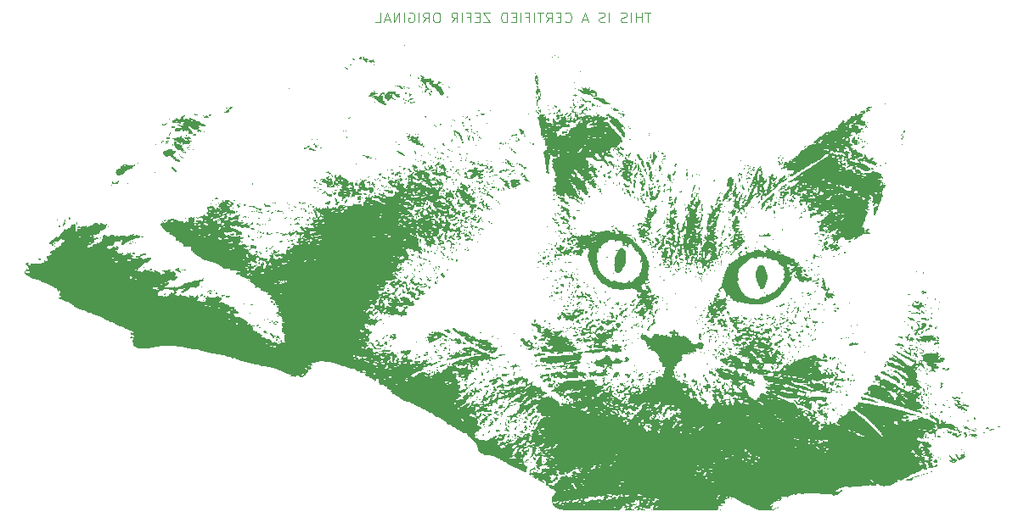
<source format=gbr>
%TF.GenerationSoftware,KiCad,Pcbnew,9.0.1*%
%TF.CreationDate,2025-06-01T15:41:15+01:00*%
%TF.ProjectId,Button MIDI Controller,42757474-6f6e-4204-9d49-444920436f6e,rev?*%
%TF.SameCoordinates,Original*%
%TF.FileFunction,Legend,Bot*%
%TF.FilePolarity,Positive*%
%FSLAX46Y46*%
G04 Gerber Fmt 4.6, Leading zero omitted, Abs format (unit mm)*
G04 Created by KiCad (PCBNEW 9.0.1) date 2025-06-01 15:41:15*
%MOMM*%
%LPD*%
G01*
G04 APERTURE LIST*
%ADD10C,0.100000*%
%ADD11C,0.000000*%
G04 APERTURE END LIST*
D10*
X-156117027Y216011580D02*
X-156688455Y216011580D01*
X-156402741Y215011580D02*
X-156402741Y216011580D01*
X-157021789Y215011580D02*
X-157021789Y216011580D01*
X-157021789Y215535390D02*
X-157593217Y215535390D01*
X-157593217Y215011580D02*
X-157593217Y216011580D01*
X-158069408Y215011580D02*
X-158069408Y216011580D01*
X-158497979Y215059200D02*
X-158640836Y215011580D01*
X-158640836Y215011580D02*
X-158878931Y215011580D01*
X-158878931Y215011580D02*
X-158974169Y215059200D01*
X-158974169Y215059200D02*
X-159021788Y215106819D01*
X-159021788Y215106819D02*
X-159069407Y215202057D01*
X-159069407Y215202057D02*
X-159069407Y215297295D01*
X-159069407Y215297295D02*
X-159021788Y215392533D01*
X-159021788Y215392533D02*
X-158974169Y215440152D01*
X-158974169Y215440152D02*
X-158878931Y215487771D01*
X-158878931Y215487771D02*
X-158688455Y215535390D01*
X-158688455Y215535390D02*
X-158593217Y215583009D01*
X-158593217Y215583009D02*
X-158545598Y215630628D01*
X-158545598Y215630628D02*
X-158497979Y215725866D01*
X-158497979Y215725866D02*
X-158497979Y215821104D01*
X-158497979Y215821104D02*
X-158545598Y215916342D01*
X-158545598Y215916342D02*
X-158593217Y215963961D01*
X-158593217Y215963961D02*
X-158688455Y216011580D01*
X-158688455Y216011580D02*
X-158926550Y216011580D01*
X-158926550Y216011580D02*
X-159069407Y215963961D01*
X-160259884Y215011580D02*
X-160259884Y216011580D01*
X-160688455Y215059200D02*
X-160831312Y215011580D01*
X-160831312Y215011580D02*
X-161069407Y215011580D01*
X-161069407Y215011580D02*
X-161164645Y215059200D01*
X-161164645Y215059200D02*
X-161212264Y215106819D01*
X-161212264Y215106819D02*
X-161259883Y215202057D01*
X-161259883Y215202057D02*
X-161259883Y215297295D01*
X-161259883Y215297295D02*
X-161212264Y215392533D01*
X-161212264Y215392533D02*
X-161164645Y215440152D01*
X-161164645Y215440152D02*
X-161069407Y215487771D01*
X-161069407Y215487771D02*
X-160878931Y215535390D01*
X-160878931Y215535390D02*
X-160783693Y215583009D01*
X-160783693Y215583009D02*
X-160736074Y215630628D01*
X-160736074Y215630628D02*
X-160688455Y215725866D01*
X-160688455Y215725866D02*
X-160688455Y215821104D01*
X-160688455Y215821104D02*
X-160736074Y215916342D01*
X-160736074Y215916342D02*
X-160783693Y215963961D01*
X-160783693Y215963961D02*
X-160878931Y216011580D01*
X-160878931Y216011580D02*
X-161117026Y216011580D01*
X-161117026Y216011580D02*
X-161259883Y215963961D01*
X-162402741Y215297295D02*
X-162878931Y215297295D01*
X-162307503Y215011580D02*
X-162640836Y216011580D01*
X-162640836Y216011580D02*
X-162974169Y215011580D01*
X-164640836Y215106819D02*
X-164593217Y215059200D01*
X-164593217Y215059200D02*
X-164450360Y215011580D01*
X-164450360Y215011580D02*
X-164355122Y215011580D01*
X-164355122Y215011580D02*
X-164212265Y215059200D01*
X-164212265Y215059200D02*
X-164117027Y215154438D01*
X-164117027Y215154438D02*
X-164069408Y215249676D01*
X-164069408Y215249676D02*
X-164021789Y215440152D01*
X-164021789Y215440152D02*
X-164021789Y215583009D01*
X-164021789Y215583009D02*
X-164069408Y215773485D01*
X-164069408Y215773485D02*
X-164117027Y215868723D01*
X-164117027Y215868723D02*
X-164212265Y215963961D01*
X-164212265Y215963961D02*
X-164355122Y216011580D01*
X-164355122Y216011580D02*
X-164450360Y216011580D01*
X-164450360Y216011580D02*
X-164593217Y215963961D01*
X-164593217Y215963961D02*
X-164640836Y215916342D01*
X-165069408Y215535390D02*
X-165402741Y215535390D01*
X-165545598Y215011580D02*
X-165069408Y215011580D01*
X-165069408Y215011580D02*
X-165069408Y216011580D01*
X-165069408Y216011580D02*
X-165545598Y216011580D01*
X-166545598Y215011580D02*
X-166212265Y215487771D01*
X-165974170Y215011580D02*
X-165974170Y216011580D01*
X-165974170Y216011580D02*
X-166355122Y216011580D01*
X-166355122Y216011580D02*
X-166450360Y215963961D01*
X-166450360Y215963961D02*
X-166497979Y215916342D01*
X-166497979Y215916342D02*
X-166545598Y215821104D01*
X-166545598Y215821104D02*
X-166545598Y215678247D01*
X-166545598Y215678247D02*
X-166497979Y215583009D01*
X-166497979Y215583009D02*
X-166450360Y215535390D01*
X-166450360Y215535390D02*
X-166355122Y215487771D01*
X-166355122Y215487771D02*
X-165974170Y215487771D01*
X-166831313Y216011580D02*
X-167402741Y216011580D01*
X-167117027Y215011580D02*
X-167117027Y216011580D01*
X-167736075Y215011580D02*
X-167736075Y216011580D01*
X-168545598Y215535390D02*
X-168212265Y215535390D01*
X-168212265Y215011580D02*
X-168212265Y216011580D01*
X-168212265Y216011580D02*
X-168688455Y216011580D01*
X-169069408Y215011580D02*
X-169069408Y216011580D01*
X-169545598Y215535390D02*
X-169878931Y215535390D01*
X-170021788Y215011580D02*
X-169545598Y215011580D01*
X-169545598Y215011580D02*
X-169545598Y216011580D01*
X-169545598Y216011580D02*
X-170021788Y216011580D01*
X-170450360Y215011580D02*
X-170450360Y216011580D01*
X-170450360Y216011580D02*
X-170688455Y216011580D01*
X-170688455Y216011580D02*
X-170831312Y215963961D01*
X-170831312Y215963961D02*
X-170926550Y215868723D01*
X-170926550Y215868723D02*
X-170974169Y215773485D01*
X-170974169Y215773485D02*
X-171021788Y215583009D01*
X-171021788Y215583009D02*
X-171021788Y215440152D01*
X-171021788Y215440152D02*
X-170974169Y215249676D01*
X-170974169Y215249676D02*
X-170926550Y215154438D01*
X-170926550Y215154438D02*
X-170831312Y215059200D01*
X-170831312Y215059200D02*
X-170688455Y215011580D01*
X-170688455Y215011580D02*
X-170450360Y215011580D01*
X-172117027Y216011580D02*
X-172783693Y216011580D01*
X-172783693Y216011580D02*
X-172117027Y215011580D01*
X-172117027Y215011580D02*
X-172783693Y215011580D01*
X-173164646Y215535390D02*
X-173497979Y215535390D01*
X-173640836Y215011580D02*
X-173164646Y215011580D01*
X-173164646Y215011580D02*
X-173164646Y216011580D01*
X-173164646Y216011580D02*
X-173640836Y216011580D01*
X-174402741Y215535390D02*
X-174069408Y215535390D01*
X-174069408Y215011580D02*
X-174069408Y216011580D01*
X-174069408Y216011580D02*
X-174545598Y216011580D01*
X-174926551Y215011580D02*
X-174926551Y216011580D01*
X-175974169Y215011580D02*
X-175640836Y215487771D01*
X-175402741Y215011580D02*
X-175402741Y216011580D01*
X-175402741Y216011580D02*
X-175783693Y216011580D01*
X-175783693Y216011580D02*
X-175878931Y215963961D01*
X-175878931Y215963961D02*
X-175926550Y215916342D01*
X-175926550Y215916342D02*
X-175974169Y215821104D01*
X-175974169Y215821104D02*
X-175974169Y215678247D01*
X-175974169Y215678247D02*
X-175926550Y215583009D01*
X-175926550Y215583009D02*
X-175878931Y215535390D01*
X-175878931Y215535390D02*
X-175783693Y215487771D01*
X-175783693Y215487771D02*
X-175402741Y215487771D01*
X-177355122Y216011580D02*
X-177545598Y216011580D01*
X-177545598Y216011580D02*
X-177640836Y215963961D01*
X-177640836Y215963961D02*
X-177736074Y215868723D01*
X-177736074Y215868723D02*
X-177783693Y215678247D01*
X-177783693Y215678247D02*
X-177783693Y215344914D01*
X-177783693Y215344914D02*
X-177736074Y215154438D01*
X-177736074Y215154438D02*
X-177640836Y215059200D01*
X-177640836Y215059200D02*
X-177545598Y215011580D01*
X-177545598Y215011580D02*
X-177355122Y215011580D01*
X-177355122Y215011580D02*
X-177259884Y215059200D01*
X-177259884Y215059200D02*
X-177164646Y215154438D01*
X-177164646Y215154438D02*
X-177117027Y215344914D01*
X-177117027Y215344914D02*
X-177117027Y215678247D01*
X-177117027Y215678247D02*
X-177164646Y215868723D01*
X-177164646Y215868723D02*
X-177259884Y215963961D01*
X-177259884Y215963961D02*
X-177355122Y216011580D01*
X-178783693Y215011580D02*
X-178450360Y215487771D01*
X-178212265Y215011580D02*
X-178212265Y216011580D01*
X-178212265Y216011580D02*
X-178593217Y216011580D01*
X-178593217Y216011580D02*
X-178688455Y215963961D01*
X-178688455Y215963961D02*
X-178736074Y215916342D01*
X-178736074Y215916342D02*
X-178783693Y215821104D01*
X-178783693Y215821104D02*
X-178783693Y215678247D01*
X-178783693Y215678247D02*
X-178736074Y215583009D01*
X-178736074Y215583009D02*
X-178688455Y215535390D01*
X-178688455Y215535390D02*
X-178593217Y215487771D01*
X-178593217Y215487771D02*
X-178212265Y215487771D01*
X-179212265Y215011580D02*
X-179212265Y216011580D01*
X-180212264Y215963961D02*
X-180117026Y216011580D01*
X-180117026Y216011580D02*
X-179974169Y216011580D01*
X-179974169Y216011580D02*
X-179831312Y215963961D01*
X-179831312Y215963961D02*
X-179736074Y215868723D01*
X-179736074Y215868723D02*
X-179688455Y215773485D01*
X-179688455Y215773485D02*
X-179640836Y215583009D01*
X-179640836Y215583009D02*
X-179640836Y215440152D01*
X-179640836Y215440152D02*
X-179688455Y215249676D01*
X-179688455Y215249676D02*
X-179736074Y215154438D01*
X-179736074Y215154438D02*
X-179831312Y215059200D01*
X-179831312Y215059200D02*
X-179974169Y215011580D01*
X-179974169Y215011580D02*
X-180069407Y215011580D01*
X-180069407Y215011580D02*
X-180212264Y215059200D01*
X-180212264Y215059200D02*
X-180259883Y215106819D01*
X-180259883Y215106819D02*
X-180259883Y215440152D01*
X-180259883Y215440152D02*
X-180069407Y215440152D01*
X-180688455Y215011580D02*
X-180688455Y216011580D01*
X-181164645Y215011580D02*
X-181164645Y216011580D01*
X-181164645Y216011580D02*
X-181736073Y215011580D01*
X-181736073Y215011580D02*
X-181736073Y216011580D01*
X-182164645Y215297295D02*
X-182640835Y215297295D01*
X-182069407Y215011580D02*
X-182402740Y216011580D01*
X-182402740Y216011580D02*
X-182736073Y215011580D01*
X-183545597Y215011580D02*
X-183069407Y215011580D01*
X-183069407Y215011580D02*
X-183069407Y216011580D01*
D11*
%TO.C,G\u002A\u002A\u002A*%
G36*
X-214766191Y195204815D02*
G01*
X-214784950Y195186056D01*
X-214803710Y195204815D01*
X-214784950Y195223575D01*
X-214766191Y195204815D01*
G37*
G36*
X-214278451Y195880148D02*
G01*
X-214297210Y195861389D01*
X-214315970Y195880148D01*
X-214297210Y195898907D01*
X-214278451Y195880148D01*
G37*
G36*
X-210564123Y194266854D02*
G01*
X-210582883Y194248095D01*
X-210601642Y194266854D01*
X-210582883Y194285613D01*
X-210564123Y194266854D01*
G37*
G36*
X-208538126Y192015746D02*
G01*
X-208556885Y191996987D01*
X-208575645Y192015746D01*
X-208556885Y192034505D01*
X-208538126Y192015746D01*
G37*
G36*
X-207562646Y201695510D02*
G01*
X-207581405Y201676750D01*
X-207600165Y201695510D01*
X-207581405Y201714269D01*
X-207562646Y201695510D01*
G37*
G36*
X-207412572Y201770547D02*
G01*
X-207431332Y201751787D01*
X-207450091Y201770547D01*
X-207431332Y201789306D01*
X-207412572Y201770547D01*
G37*
G36*
X-206474611Y190665081D02*
G01*
X-206493370Y190646322D01*
X-206512129Y190665081D01*
X-206493370Y190683841D01*
X-206474611Y190665081D01*
G37*
G36*
X-203960874Y202708508D02*
G01*
X-203979633Y202689749D01*
X-203998392Y202708508D01*
X-203979633Y202727267D01*
X-203960874Y202708508D01*
G37*
G36*
X-203923355Y205259764D02*
G01*
X-203942114Y205241004D01*
X-203960874Y205259764D01*
X-203942114Y205278523D01*
X-203923355Y205259764D01*
G37*
G36*
X-203435615Y203946617D02*
G01*
X-203454374Y203927858D01*
X-203473134Y203946617D01*
X-203454374Y203965377D01*
X-203435615Y203946617D01*
G37*
G36*
X-203360578Y204772024D02*
G01*
X-203379337Y204753264D01*
X-203398097Y204772024D01*
X-203379337Y204790783D01*
X-203360578Y204772024D01*
G37*
G36*
X-203060431Y188226381D02*
G01*
X-203079190Y188207622D01*
X-203097949Y188226381D01*
X-203079190Y188245140D01*
X-203060431Y188226381D01*
G37*
G36*
X-202272543Y195504963D02*
G01*
X-202291302Y195486204D01*
X-202310061Y195504963D01*
X-202291302Y195523722D01*
X-202272543Y195504963D01*
G37*
G36*
X-201334581Y206310281D02*
G01*
X-201353340Y206291521D01*
X-201372100Y206310281D01*
X-201353340Y206329040D01*
X-201334581Y206310281D01*
G37*
G36*
X-201259544Y206272762D02*
G01*
X-201278304Y206254003D01*
X-201297063Y206272762D01*
X-201278304Y206291521D01*
X-201259544Y206272762D01*
G37*
G36*
X-201146989Y203571433D02*
G01*
X-201165748Y203552674D01*
X-201184507Y203571433D01*
X-201165748Y203590192D01*
X-201146989Y203571433D01*
G37*
G36*
X-200921878Y206347799D02*
G01*
X-200940637Y206329040D01*
X-200959397Y206347799D01*
X-200940637Y206366558D01*
X-200921878Y206347799D01*
G37*
G36*
X-200359101Y196592999D02*
G01*
X-200377860Y196574239D01*
X-200396620Y196592999D01*
X-200377860Y196611758D01*
X-200359101Y196592999D01*
G37*
G36*
X-200058953Y205222245D02*
G01*
X-200077713Y205203486D01*
X-200096472Y205222245D01*
X-200077713Y205241004D01*
X-200058953Y205222245D01*
G37*
G36*
X-199908880Y197118257D02*
G01*
X-199927639Y197099498D01*
X-199946398Y197118257D01*
X-199927639Y197137016D01*
X-199908880Y197118257D01*
G37*
G36*
X-199796324Y197005702D02*
G01*
X-199815083Y196986942D01*
X-199833843Y197005702D01*
X-199815083Y197024461D01*
X-199796324Y197005702D01*
G37*
G36*
X-199308584Y197118257D02*
G01*
X-199327343Y197099498D01*
X-199346103Y197118257D01*
X-199327343Y197137016D01*
X-199308584Y197118257D01*
G37*
G36*
X-197019958Y194567002D02*
G01*
X-197038717Y194548242D01*
X-197057476Y194567002D01*
X-197038717Y194585761D01*
X-197019958Y194567002D01*
G37*
G36*
X-196757329Y193629040D02*
G01*
X-196776088Y193610281D01*
X-196794847Y193629040D01*
X-196776088Y193647799D01*
X-196757329Y193629040D01*
G37*
G36*
X-196644773Y186387976D02*
G01*
X-196663532Y186369217D01*
X-196682292Y186387976D01*
X-196663532Y186406736D01*
X-196644773Y186387976D01*
G37*
G36*
X-196569736Y196067740D02*
G01*
X-196588496Y196048981D01*
X-196607255Y196067740D01*
X-196588496Y196086499D01*
X-196569736Y196067740D01*
G37*
G36*
X-196344626Y196668035D02*
G01*
X-196363385Y196649276D01*
X-196382144Y196668035D01*
X-196363385Y196686795D01*
X-196344626Y196668035D01*
G37*
G36*
X-194656295Y192390931D02*
G01*
X-194675054Y192372171D01*
X-194693813Y192390931D01*
X-194675054Y192409690D01*
X-194656295Y192390931D01*
G37*
G36*
X-194543739Y191603043D02*
G01*
X-194562498Y191584284D01*
X-194581258Y191603043D01*
X-194562498Y191621802D01*
X-194543739Y191603043D01*
G37*
G36*
X-194506221Y192878671D02*
G01*
X-194524980Y192859911D01*
X-194543739Y192878671D01*
X-194524980Y192897430D01*
X-194506221Y192878671D01*
G37*
G36*
X-193643296Y186200384D02*
G01*
X-193662055Y186181625D01*
X-193680815Y186200384D01*
X-193662055Y186219143D01*
X-193643296Y186200384D01*
G37*
G36*
X-193155556Y195692555D02*
G01*
X-193174315Y195673796D01*
X-193193075Y195692555D01*
X-193174315Y195711315D01*
X-193155556Y195692555D01*
G37*
G36*
X-193155556Y194567002D02*
G01*
X-193174315Y194548242D01*
X-193193075Y194567002D01*
X-193174315Y194585761D01*
X-193155556Y194567002D01*
G37*
G36*
X-192967964Y200007179D02*
G01*
X-192986723Y199988420D01*
X-193005482Y200007179D01*
X-192986723Y200025938D01*
X-192967964Y200007179D01*
G37*
G36*
X-192817890Y189201861D02*
G01*
X-192836649Y189183102D01*
X-192855408Y189201861D01*
X-192836649Y189220620D01*
X-192817890Y189201861D01*
G37*
G36*
X-192517742Y192766115D02*
G01*
X-192536501Y192747356D01*
X-192555261Y192766115D01*
X-192536501Y192784874D01*
X-192517742Y192766115D01*
G37*
G36*
X-190904448Y197193294D02*
G01*
X-190923207Y197174535D01*
X-190941967Y197193294D01*
X-190923207Y197212053D01*
X-190904448Y197193294D01*
G37*
G36*
X-190454227Y194754594D02*
G01*
X-190472986Y194735835D01*
X-190491745Y194754594D01*
X-190472986Y194773353D01*
X-190454227Y194754594D01*
G37*
G36*
X-190191597Y196968183D02*
G01*
X-190210357Y196949424D01*
X-190229116Y196968183D01*
X-190210357Y196986942D01*
X-190191597Y196968183D01*
G37*
G36*
X-190079042Y202971137D02*
G01*
X-190097801Y202952378D01*
X-190116561Y202971137D01*
X-190097801Y202989897D01*
X-190079042Y202971137D01*
G37*
G36*
X-189853931Y202670990D02*
G01*
X-189872691Y202652230D01*
X-189891450Y202670990D01*
X-189872691Y202689749D01*
X-189853931Y202670990D01*
G37*
G36*
X-188953488Y203271285D02*
G01*
X-188972247Y203252526D01*
X-188991007Y203271285D01*
X-188972247Y203290044D01*
X-188953488Y203271285D01*
G37*
G36*
X-188690859Y196705554D02*
G01*
X-188709618Y196686795D01*
X-188728377Y196705554D01*
X-188709618Y196724313D01*
X-188690859Y196705554D01*
G37*
G36*
X-187002528Y196968183D02*
G01*
X-187021287Y196949424D01*
X-187040046Y196968183D01*
X-187021287Y196986942D01*
X-187002528Y196968183D01*
G37*
G36*
X-185801937Y199256809D02*
G01*
X-185820696Y199238050D01*
X-185839456Y199256809D01*
X-185820696Y199275569D01*
X-185801937Y199256809D01*
G37*
G36*
X-185464271Y199256809D02*
G01*
X-185483030Y199238050D01*
X-185501789Y199256809D01*
X-185483030Y199275569D01*
X-185464271Y199256809D01*
G37*
G36*
X-185351716Y199181773D02*
G01*
X-185370475Y199163013D01*
X-185389234Y199181773D01*
X-185370475Y199200532D01*
X-185351716Y199181773D01*
G37*
G36*
X-185051568Y196968183D02*
G01*
X-185070327Y196949424D01*
X-185089086Y196968183D01*
X-185070327Y196986942D01*
X-185051568Y196968183D01*
G37*
G36*
X-184563828Y212088124D02*
G01*
X-184582587Y212069365D01*
X-184601346Y212088124D01*
X-184582587Y212106883D01*
X-184563828Y212088124D01*
G37*
G36*
X-184563828Y207886056D02*
G01*
X-184582587Y207867297D01*
X-184601346Y207886056D01*
X-184582587Y207904815D01*
X-184563828Y207886056D01*
G37*
G36*
X-184151125Y199369365D02*
G01*
X-184169884Y199350606D01*
X-184188643Y199369365D01*
X-184169884Y199388124D01*
X-184151125Y199369365D01*
G37*
G36*
X-183963532Y207173205D02*
G01*
X-183982292Y207154446D01*
X-184001051Y207173205D01*
X-183982292Y207191965D01*
X-183963532Y207173205D01*
G37*
G36*
X-183926014Y206985613D02*
G01*
X-183944773Y206966854D01*
X-183963532Y206985613D01*
X-183944773Y207004372D01*
X-183926014Y206985613D01*
G37*
G36*
X-183738422Y197756071D02*
G01*
X-183757181Y197737312D01*
X-183775940Y197756071D01*
X-183757181Y197774830D01*
X-183738422Y197756071D01*
G37*
G36*
X-183663385Y182973796D02*
G01*
X-183682144Y182955037D01*
X-183700903Y182973796D01*
X-183682144Y182992555D01*
X-183663385Y182973796D01*
G37*
G36*
X-183550829Y183799202D02*
G01*
X-183569589Y183780443D01*
X-183588348Y183799202D01*
X-183569589Y183817962D01*
X-183550829Y183799202D01*
G37*
G36*
X-183475792Y184099350D02*
G01*
X-183494552Y184080591D01*
X-183513311Y184099350D01*
X-183494552Y184118109D01*
X-183475792Y184099350D01*
G37*
G36*
X-183438274Y198994180D02*
G01*
X-183457033Y198975421D01*
X-183475792Y198994180D01*
X-183457033Y199012939D01*
X-183438274Y198994180D01*
G37*
G36*
X-183400756Y199857105D02*
G01*
X-183419515Y199838346D01*
X-183438274Y199857105D01*
X-183419515Y199875864D01*
X-183400756Y199857105D01*
G37*
G36*
X-183325719Y198956662D02*
G01*
X-183344478Y198937903D01*
X-183363237Y198956662D01*
X-183344478Y198975421D01*
X-183325719Y198956662D01*
G37*
G36*
X-183063089Y198881625D02*
G01*
X-183081849Y198862866D01*
X-183100608Y198881625D01*
X-183081849Y198900384D01*
X-183063089Y198881625D01*
G37*
G36*
X-182725423Y184962275D02*
G01*
X-182744182Y184943516D01*
X-182762942Y184962275D01*
X-182744182Y184981034D01*
X-182725423Y184962275D01*
G37*
G36*
X-182612868Y200870103D02*
G01*
X-182631627Y200851344D01*
X-182650386Y200870103D01*
X-182631627Y200888863D01*
X-182612868Y200870103D01*
G37*
G36*
X-182462794Y200307326D02*
G01*
X-182481553Y200288567D01*
X-182500312Y200307326D01*
X-182481553Y200326086D01*
X-182462794Y200307326D01*
G37*
G36*
X-182462794Y185750163D02*
G01*
X-182481553Y185731403D01*
X-182500312Y185750163D01*
X-182481553Y185768922D01*
X-182462794Y185750163D01*
G37*
G36*
X-182462794Y183949276D02*
G01*
X-182481553Y183930517D01*
X-182500312Y183949276D01*
X-182481553Y183968035D01*
X-182462794Y183949276D01*
G37*
G36*
X-182125128Y187063309D02*
G01*
X-182143887Y187044550D01*
X-182162646Y187063309D01*
X-182143887Y187082068D01*
X-182125128Y187063309D01*
G37*
G36*
X-182050091Y198506440D02*
G01*
X-182068850Y198487681D01*
X-182087609Y198506440D01*
X-182068850Y198525199D01*
X-182050091Y198506440D01*
G37*
G36*
X-182050091Y197718552D02*
G01*
X-182068850Y197699793D01*
X-182087609Y197718552D01*
X-182068850Y197737312D01*
X-182050091Y197718552D01*
G37*
G36*
X-181937535Y188451492D02*
G01*
X-181956295Y188432733D01*
X-181975054Y188451492D01*
X-181956295Y188470251D01*
X-181937535Y188451492D01*
G37*
G36*
X-181712425Y198468922D02*
G01*
X-181731184Y198450163D01*
X-181749943Y198468922D01*
X-181731184Y198487681D01*
X-181712425Y198468922D01*
G37*
G36*
X-181449795Y202333324D02*
G01*
X-181468555Y202314564D01*
X-181487314Y202333324D01*
X-181468555Y202352083D01*
X-181449795Y202333324D01*
G37*
G36*
X-181449795Y190064786D02*
G01*
X-181468555Y190046027D01*
X-181487314Y190064786D01*
X-181468555Y190083545D01*
X-181449795Y190064786D01*
G37*
G36*
X-181412277Y187701123D02*
G01*
X-181431036Y187682363D01*
X-181449795Y187701123D01*
X-181431036Y187719882D01*
X-181412277Y187701123D01*
G37*
G36*
X-181299722Y185074830D02*
G01*
X-181318481Y185056071D01*
X-181337240Y185074830D01*
X-181318481Y185093589D01*
X-181299722Y185074830D01*
G37*
G36*
X-181224685Y190627563D02*
G01*
X-181243444Y190608804D01*
X-181262203Y190627563D01*
X-181243444Y190646322D01*
X-181224685Y190627563D01*
G37*
G36*
X-181112129Y181585613D02*
G01*
X-181130888Y181566854D01*
X-181149648Y181585613D01*
X-181130888Y181604372D01*
X-181112129Y181585613D01*
G37*
G36*
X-180924537Y206985613D02*
G01*
X-180943296Y206966854D01*
X-180962055Y206985613D01*
X-180943296Y207004372D01*
X-180924537Y206985613D01*
G37*
G36*
X-180849500Y190364934D02*
G01*
X-180868259Y190346174D01*
X-180887018Y190364934D01*
X-180868259Y190383693D01*
X-180849500Y190364934D01*
G37*
G36*
X-180849500Y189914712D02*
G01*
X-180868259Y189895953D01*
X-180887018Y189914712D01*
X-180868259Y189933471D01*
X-180849500Y189914712D01*
G37*
G36*
X-180774463Y187813678D02*
G01*
X-180793222Y187794919D01*
X-180811981Y187813678D01*
X-180793222Y187832437D01*
X-180774463Y187813678D01*
G37*
G36*
X-180736945Y199782068D02*
G01*
X-180755704Y199763309D01*
X-180774463Y199782068D01*
X-180755704Y199800827D01*
X-180736945Y199782068D01*
G37*
G36*
X-180624389Y212725938D02*
G01*
X-180643148Y212707179D01*
X-180661908Y212725938D01*
X-180643148Y212744697D01*
X-180624389Y212725938D01*
G37*
G36*
X-180549352Y203571433D02*
G01*
X-180568111Y203552674D01*
X-180586871Y203571433D01*
X-180568111Y203590192D01*
X-180549352Y203571433D01*
G37*
G36*
X-180474315Y203533914D02*
G01*
X-180493075Y203515155D01*
X-180511834Y203533914D01*
X-180493075Y203552674D01*
X-180474315Y203533914D01*
G37*
G36*
X-180286723Y190252378D02*
G01*
X-180305482Y190233619D01*
X-180324241Y190252378D01*
X-180305482Y190271137D01*
X-180286723Y190252378D01*
G37*
G36*
X-180136649Y201470399D02*
G01*
X-180155408Y201451640D01*
X-180174168Y201470399D01*
X-180155408Y201489158D01*
X-180136649Y201470399D01*
G37*
G36*
X-179986575Y197005702D02*
G01*
X-180005335Y196986942D01*
X-180024094Y197005702D01*
X-180005335Y197024461D01*
X-179986575Y197005702D01*
G37*
G36*
X-179011095Y208974092D02*
G01*
X-179029854Y208955332D01*
X-179048614Y208974092D01*
X-179029854Y208992851D01*
X-179011095Y208974092D01*
G37*
G36*
X-179011095Y201207770D02*
G01*
X-179029854Y201189010D01*
X-179048614Y201207770D01*
X-179029854Y201226529D01*
X-179011095Y201207770D01*
G37*
G36*
X-178748466Y193066263D02*
G01*
X-178767225Y193047504D01*
X-178785984Y193066263D01*
X-178767225Y193085022D01*
X-178748466Y193066263D01*
G37*
G36*
X-178710948Y181585613D02*
G01*
X-178729707Y181566854D01*
X-178748466Y181585613D01*
X-178729707Y181604372D01*
X-178710948Y181585613D01*
G37*
G36*
X-178673429Y196668035D02*
G01*
X-178692188Y196649276D01*
X-178710948Y196668035D01*
X-178692188Y196686795D01*
X-178673429Y196668035D01*
G37*
G36*
X-178560874Y202483397D02*
G01*
X-178579633Y202464638D01*
X-178598392Y202483397D01*
X-178579633Y202502157D01*
X-178560874Y202483397D01*
G37*
G36*
X-178410800Y183273944D02*
G01*
X-178429559Y183255185D01*
X-178448318Y183273944D01*
X-178429559Y183292703D01*
X-178410800Y183273944D01*
G37*
G36*
X-178260726Y181322984D02*
G01*
X-178279485Y181304225D01*
X-178298244Y181322984D01*
X-178279485Y181341743D01*
X-178260726Y181322984D01*
G37*
G36*
X-178148171Y200157253D02*
G01*
X-178166930Y200138493D01*
X-178185689Y200157253D01*
X-178166930Y200176012D01*
X-178148171Y200157253D01*
G37*
G36*
X-178110652Y192315894D02*
G01*
X-178129411Y192297134D01*
X-178148171Y192315894D01*
X-178129411Y192334653D01*
X-178110652Y192315894D01*
G37*
G36*
X-177885541Y199556957D02*
G01*
X-177904301Y199538198D01*
X-177923060Y199556957D01*
X-177904301Y199575716D01*
X-177885541Y199556957D01*
G37*
G36*
X-177810504Y182748685D02*
G01*
X-177829264Y182729926D01*
X-177848023Y182748685D01*
X-177829264Y182767445D01*
X-177810504Y182748685D01*
G37*
G36*
X-177810504Y181923279D02*
G01*
X-177829264Y181904520D01*
X-177848023Y181923279D01*
X-177829264Y181942038D01*
X-177810504Y181923279D01*
G37*
G36*
X-177660431Y204772024D02*
G01*
X-177679190Y204753264D01*
X-177697949Y204772024D01*
X-177679190Y204790783D01*
X-177660431Y204772024D01*
G37*
G36*
X-177622912Y204396839D02*
G01*
X-177641671Y204378080D01*
X-177660431Y204396839D01*
X-177641671Y204415598D01*
X-177622912Y204396839D01*
G37*
G36*
X-177510357Y193403929D02*
G01*
X-177529116Y193385170D01*
X-177547875Y193403929D01*
X-177529116Y193422688D01*
X-177510357Y193403929D01*
G37*
G36*
X-177510357Y189802157D02*
G01*
X-177529116Y189783397D01*
X-177547875Y189802157D01*
X-177529116Y189820916D01*
X-177510357Y189802157D01*
G37*
G36*
X-177435320Y190740118D02*
G01*
X-177454079Y190721359D01*
X-177472838Y190740118D01*
X-177454079Y190758877D01*
X-177435320Y190740118D01*
G37*
G36*
X-177210209Y189389454D02*
G01*
X-177228968Y189370694D01*
X-177247727Y189389454D01*
X-177228968Y189408213D01*
X-177210209Y189389454D01*
G37*
G36*
X-177210209Y180985318D02*
G01*
X-177228968Y180966558D01*
X-177247727Y180985318D01*
X-177228968Y181004077D01*
X-177210209Y180985318D01*
G37*
G36*
X-177172691Y197305849D02*
G01*
X-177191450Y197287090D01*
X-177210209Y197305849D01*
X-177191450Y197324609D01*
X-177172691Y197305849D01*
G37*
G36*
X-176910061Y182148390D02*
G01*
X-176928820Y182129631D01*
X-176947580Y182148390D01*
X-176928820Y182167149D01*
X-176910061Y182148390D01*
G37*
G36*
X-176722469Y201657991D02*
G01*
X-176741228Y201639232D01*
X-176759987Y201657991D01*
X-176741228Y201676750D01*
X-176722469Y201657991D01*
G37*
G36*
X-176609914Y199369365D02*
G01*
X-176628673Y199350606D01*
X-176647432Y199369365D01*
X-176628673Y199388124D01*
X-176609914Y199369365D01*
G37*
G36*
X-176609914Y192878671D02*
G01*
X-176628673Y192859911D01*
X-176647432Y192878671D01*
X-176628673Y192897430D01*
X-176609914Y192878671D01*
G37*
G36*
X-176534877Y207811019D02*
G01*
X-176553636Y207792260D01*
X-176572395Y207811019D01*
X-176553636Y207829778D01*
X-176534877Y207811019D01*
G37*
G36*
X-176459840Y199106736D02*
G01*
X-176478599Y199087976D01*
X-176497358Y199106736D01*
X-176478599Y199125495D01*
X-176459840Y199106736D01*
G37*
G36*
X-176347284Y182861241D02*
G01*
X-176366044Y182842482D01*
X-176384803Y182861241D01*
X-176366044Y182880000D01*
X-176347284Y182861241D01*
G37*
G36*
X-176197210Y193929188D02*
G01*
X-176215970Y193910428D01*
X-176234729Y193929188D01*
X-176215970Y193947947D01*
X-176197210Y193929188D01*
G37*
G36*
X-176047137Y178959321D02*
G01*
X-176065896Y178940561D01*
X-176084655Y178959321D01*
X-176065896Y178978080D01*
X-176047137Y178959321D01*
G37*
G36*
X-176009618Y180910281D02*
G01*
X-176028377Y180891521D01*
X-176047137Y180910281D01*
X-176028377Y180929040D01*
X-176009618Y180910281D01*
G37*
G36*
X-175822026Y183911758D02*
G01*
X-175840785Y183892999D01*
X-175859544Y183911758D01*
X-175840785Y183930517D01*
X-175822026Y183911758D01*
G37*
G36*
X-175746989Y198769069D02*
G01*
X-175765748Y198750310D01*
X-175784507Y198769069D01*
X-175765748Y198787829D01*
X-175746989Y198769069D01*
G37*
G36*
X-175746989Y192165820D02*
G01*
X-175765748Y192147061D01*
X-175784507Y192165820D01*
X-175765748Y192184579D01*
X-175746989Y192165820D01*
G37*
G36*
X-175709470Y198844106D02*
G01*
X-175728230Y198825347D01*
X-175746989Y198844106D01*
X-175728230Y198862866D01*
X-175709470Y198844106D01*
G37*
G36*
X-175671952Y197305849D02*
G01*
X-175690711Y197287090D01*
X-175709470Y197305849D01*
X-175690711Y197324609D01*
X-175671952Y197305849D01*
G37*
G36*
X-175521878Y198356366D02*
G01*
X-175540637Y198337607D01*
X-175559397Y198356366D01*
X-175540637Y198375126D01*
X-175521878Y198356366D01*
G37*
G36*
X-175259249Y200795067D02*
G01*
X-175278008Y200776307D01*
X-175296767Y200795067D01*
X-175278008Y200813826D01*
X-175259249Y200795067D01*
G37*
G36*
X-175221730Y204396839D02*
G01*
X-175240490Y204378080D01*
X-175259249Y204396839D01*
X-175240490Y204415598D01*
X-175221730Y204396839D01*
G37*
G36*
X-175146693Y192728597D02*
G01*
X-175165453Y192709838D01*
X-175184212Y192728597D01*
X-175165453Y192747356D01*
X-175146693Y192728597D01*
G37*
G36*
X-175109175Y200382363D02*
G01*
X-175127934Y200363604D01*
X-175146693Y200382363D01*
X-175127934Y200401123D01*
X-175109175Y200382363D01*
G37*
G36*
X-175034138Y205147208D02*
G01*
X-175052897Y205128449D01*
X-175071657Y205147208D01*
X-175052897Y205165968D01*
X-175034138Y205147208D01*
G37*
G36*
X-174921583Y201695510D02*
G01*
X-174940342Y201676750D01*
X-174959101Y201695510D01*
X-174940342Y201714269D01*
X-174921583Y201695510D01*
G37*
G36*
X-174846546Y202220768D02*
G01*
X-174865305Y202202009D01*
X-174884064Y202220768D01*
X-174865305Y202239527D01*
X-174846546Y202220768D01*
G37*
G36*
X-174846546Y180610133D02*
G01*
X-174865305Y180591374D01*
X-174884064Y180610133D01*
X-174865305Y180628892D01*
X-174846546Y180610133D01*
G37*
G36*
X-174733990Y182148390D02*
G01*
X-174752750Y182129631D01*
X-174771509Y182148390D01*
X-174752750Y182167149D01*
X-174733990Y182148390D01*
G37*
G36*
X-174508880Y192616041D02*
G01*
X-174527639Y192597282D01*
X-174546398Y192616041D01*
X-174527639Y192634801D01*
X-174508880Y192616041D01*
G37*
G36*
X-174246250Y200644993D02*
G01*
X-174265010Y200626233D01*
X-174283769Y200644993D01*
X-174265010Y200663752D01*
X-174246250Y200644993D01*
G37*
G36*
X-174171213Y195204815D02*
G01*
X-174189973Y195186056D01*
X-174208732Y195204815D01*
X-174189973Y195223575D01*
X-174171213Y195204815D01*
G37*
G36*
X-174133695Y202670990D02*
G01*
X-174152454Y202652230D01*
X-174171213Y202670990D01*
X-174152454Y202689749D01*
X-174133695Y202670990D01*
G37*
G36*
X-173908584Y205184727D02*
G01*
X-173927343Y205165968D01*
X-173946103Y205184727D01*
X-173927343Y205203486D01*
X-173908584Y205184727D01*
G37*
G36*
X-173871066Y183799202D02*
G01*
X-173889825Y183780443D01*
X-173908584Y183799202D01*
X-173889825Y183817962D01*
X-173871066Y183799202D01*
G37*
G36*
X-173833547Y203871581D02*
G01*
X-173852306Y203852821D01*
X-173871066Y203871581D01*
X-173852306Y203890340D01*
X-173833547Y203871581D01*
G37*
G36*
X-173833547Y179559616D02*
G01*
X-173852306Y179540857D01*
X-173871066Y179559616D01*
X-173852306Y179578375D01*
X-173833547Y179559616D01*
G37*
G36*
X-173608436Y195017223D02*
G01*
X-173627196Y194998464D01*
X-173645955Y195017223D01*
X-173627196Y195035982D01*
X-173608436Y195017223D01*
G37*
G36*
X-173458363Y204321802D02*
G01*
X-173477122Y204303043D01*
X-173495881Y204321802D01*
X-173477122Y204340561D01*
X-173458363Y204321802D01*
G37*
G36*
X-173458363Y197305849D02*
G01*
X-173477122Y197287090D01*
X-173495881Y197305849D01*
X-173477122Y197324609D01*
X-173458363Y197305849D01*
G37*
G36*
X-173158215Y193403929D02*
G01*
X-173176974Y193385170D01*
X-173195733Y193403929D01*
X-173176974Y193422688D01*
X-173158215Y193403929D01*
G37*
G36*
X-173008141Y201883102D02*
G01*
X-173026900Y201864343D01*
X-173045659Y201883102D01*
X-173026900Y201901861D01*
X-173008141Y201883102D01*
G37*
G36*
X-172858067Y174194476D02*
G01*
X-172876826Y174175716D01*
X-172895586Y174194476D01*
X-172876826Y174213235D01*
X-172858067Y174194476D01*
G37*
G36*
X-172820549Y195655037D02*
G01*
X-172839308Y195636278D01*
X-172858067Y195655037D01*
X-172839308Y195673796D01*
X-172820549Y195655037D01*
G37*
G36*
X-172707993Y196405406D02*
G01*
X-172726753Y196386647D01*
X-172745512Y196405406D01*
X-172726753Y196424165D01*
X-172707993Y196405406D01*
G37*
G36*
X-172707993Y179597134D02*
G01*
X-172726753Y179578375D01*
X-172745512Y179597134D01*
X-172726753Y179615894D01*
X-172707993Y179597134D01*
G37*
G36*
X-172557919Y194116780D02*
G01*
X-172576679Y194098021D01*
X-172595438Y194116780D01*
X-172576679Y194135539D01*
X-172557919Y194116780D01*
G37*
G36*
X-172482883Y197418405D02*
G01*
X-172501642Y197399646D01*
X-172520401Y197418405D01*
X-172501642Y197437164D01*
X-172482883Y197418405D01*
G37*
G36*
X-172407846Y201207770D02*
G01*
X-172426605Y201189010D01*
X-172445364Y201207770D01*
X-172426605Y201226529D01*
X-172407846Y201207770D01*
G37*
G36*
X-172107698Y197193294D02*
G01*
X-172126457Y197174535D01*
X-172145216Y197193294D01*
X-172126457Y197212053D01*
X-172107698Y197193294D01*
G37*
G36*
X-172032661Y176445583D02*
G01*
X-172051420Y176426824D01*
X-172070179Y176445583D01*
X-172051420Y176464343D01*
X-172032661Y176445583D01*
G37*
G36*
X-171957624Y199519439D02*
G01*
X-171976383Y199500679D01*
X-171995143Y199519439D01*
X-171976383Y199538198D01*
X-171957624Y199519439D01*
G37*
G36*
X-171619958Y184174387D02*
G01*
X-171638717Y184155628D01*
X-171657476Y184174387D01*
X-171638717Y184193146D01*
X-171619958Y184174387D01*
G37*
G36*
X-171357329Y198694033D02*
G01*
X-171376088Y198675273D01*
X-171394847Y198694033D01*
X-171376088Y198712792D01*
X-171357329Y198694033D01*
G37*
G36*
X-171357329Y176595657D02*
G01*
X-171376088Y176576898D01*
X-171394847Y176595657D01*
X-171376088Y176614417D01*
X-171357329Y176595657D01*
G37*
G36*
X-171132218Y202408360D02*
G01*
X-171150977Y202389601D01*
X-171169736Y202408360D01*
X-171150977Y202427120D01*
X-171132218Y202408360D01*
G37*
G36*
X-171057181Y177833767D02*
G01*
X-171075940Y177815007D01*
X-171094699Y177833767D01*
X-171075940Y177852526D01*
X-171057181Y177833767D01*
G37*
G36*
X-170907107Y198056219D02*
G01*
X-170925866Y198037459D01*
X-170944626Y198056219D01*
X-170925866Y198074978D01*
X-170907107Y198056219D01*
G37*
G36*
X-170832070Y174907326D02*
G01*
X-170850829Y174888567D01*
X-170869589Y174907326D01*
X-170850829Y174926086D01*
X-170832070Y174907326D01*
G37*
G36*
X-170606959Y173331551D02*
G01*
X-170625719Y173312792D01*
X-170644478Y173331551D01*
X-170625719Y173350310D01*
X-170606959Y173331551D01*
G37*
G36*
X-170306812Y179597134D02*
G01*
X-170325571Y179578375D01*
X-170344330Y179597134D01*
X-170325571Y179615894D01*
X-170306812Y179597134D01*
G37*
G36*
X-170044182Y199369365D02*
G01*
X-170062942Y199350606D01*
X-170081701Y199369365D01*
X-170062942Y199388124D01*
X-170044182Y199369365D01*
G37*
G36*
X-170006664Y203271285D02*
G01*
X-170025423Y203252526D01*
X-170044182Y203271285D01*
X-170025423Y203290044D01*
X-170006664Y203271285D01*
G37*
G36*
X-169969145Y176895805D02*
G01*
X-169987905Y176877046D01*
X-170006664Y176895805D01*
X-169987905Y176914564D01*
X-169969145Y176895805D01*
G37*
G36*
X-169706516Y200419882D02*
G01*
X-169725275Y200401123D01*
X-169744035Y200419882D01*
X-169725275Y200438641D01*
X-169706516Y200419882D01*
G37*
G36*
X-169143739Y200382363D02*
G01*
X-169162498Y200363604D01*
X-169181258Y200382363D01*
X-169162498Y200401123D01*
X-169143739Y200382363D01*
G37*
G36*
X-168993665Y203121211D02*
G01*
X-169012425Y203102452D01*
X-169031184Y203121211D01*
X-169012425Y203139970D01*
X-168993665Y203121211D01*
G37*
G36*
X-168918628Y182861241D02*
G01*
X-168937388Y182842482D01*
X-168956147Y182861241D01*
X-168937388Y182880000D01*
X-168918628Y182861241D01*
G37*
G36*
X-168505925Y181810724D02*
G01*
X-168524685Y181791965D01*
X-168543444Y181810724D01*
X-168524685Y181829483D01*
X-168505925Y181810724D01*
G37*
G36*
X-168430888Y171080443D02*
G01*
X-168449648Y171061684D01*
X-168468407Y171080443D01*
X-168449648Y171099202D01*
X-168430888Y171080443D01*
G37*
G36*
X-168280815Y185675126D02*
G01*
X-168299574Y185656366D01*
X-168318333Y185675126D01*
X-168299574Y185693885D01*
X-168280815Y185675126D01*
G37*
G36*
X-168243296Y174269513D02*
G01*
X-168262055Y174250753D01*
X-168280815Y174269513D01*
X-168262055Y174288272D01*
X-168243296Y174269513D01*
G37*
G36*
X-167943148Y183986795D02*
G01*
X-167961908Y183968035D01*
X-167980667Y183986795D01*
X-167961908Y184005554D01*
X-167943148Y183986795D01*
G37*
G36*
X-167943148Y175657696D02*
G01*
X-167961908Y175638937D01*
X-167980667Y175657696D01*
X-167961908Y175676455D01*
X-167943148Y175657696D01*
G37*
G36*
X-167905630Y184662127D02*
G01*
X-167924389Y184643368D01*
X-167943148Y184662127D01*
X-167924389Y184680886D01*
X-167905630Y184662127D01*
G37*
G36*
X-167605482Y180872762D02*
G01*
X-167624241Y180854003D01*
X-167643001Y180872762D01*
X-167624241Y180891521D01*
X-167605482Y180872762D01*
G37*
G36*
X-167192779Y191415451D02*
G01*
X-167211538Y191396691D01*
X-167230298Y191415451D01*
X-167211538Y191434210D01*
X-167192779Y191415451D01*
G37*
G36*
X-167042705Y206572910D02*
G01*
X-167061465Y206554151D01*
X-167080224Y206572910D01*
X-167061465Y206591669D01*
X-167042705Y206572910D01*
G37*
G36*
X-167042705Y190665081D02*
G01*
X-167061465Y190646322D01*
X-167080224Y190665081D01*
X-167061465Y190683841D01*
X-167042705Y190665081D01*
G37*
G36*
X-166930150Y170555185D02*
G01*
X-166948909Y170536425D01*
X-166967668Y170555185D01*
X-166948909Y170573944D01*
X-166930150Y170555185D01*
G37*
G36*
X-166705039Y206235244D02*
G01*
X-166723798Y206216485D01*
X-166742558Y206235244D01*
X-166723798Y206254003D01*
X-166705039Y206235244D01*
G37*
G36*
X-166442410Y206047651D02*
G01*
X-166461169Y206028892D01*
X-166479928Y206047651D01*
X-166461169Y206066411D01*
X-166442410Y206047651D01*
G37*
G36*
X-166442410Y205672467D02*
G01*
X-166461169Y205653708D01*
X-166479928Y205672467D01*
X-166461169Y205691226D01*
X-166442410Y205672467D01*
G37*
G36*
X-165992188Y188001270D02*
G01*
X-166010948Y187982511D01*
X-166029707Y188001270D01*
X-166010948Y188020030D01*
X-165992188Y188001270D01*
G37*
G36*
X-165917151Y177833767D02*
G01*
X-165935911Y177815007D01*
X-165954670Y177833767D01*
X-165935911Y177852526D01*
X-165917151Y177833767D01*
G37*
G36*
X-165879633Y190890192D02*
G01*
X-165898392Y190871433D01*
X-165917151Y190890192D01*
X-165898392Y190908951D01*
X-165879633Y190890192D01*
G37*
G36*
X-165729559Y191265377D02*
G01*
X-165748318Y191246617D01*
X-165767078Y191265377D01*
X-165748318Y191284136D01*
X-165729559Y191265377D01*
G37*
G36*
X-165391893Y197380886D02*
G01*
X-165410652Y197362127D01*
X-165429411Y197380886D01*
X-165410652Y197399646D01*
X-165391893Y197380886D01*
G37*
G36*
X-165354374Y211712939D02*
G01*
X-165373134Y211694180D01*
X-165391893Y211712939D01*
X-165373134Y211731699D01*
X-165354374Y211712939D01*
G37*
G36*
X-165354374Y193178818D02*
G01*
X-165373134Y193160059D01*
X-165391893Y193178818D01*
X-165373134Y193197578D01*
X-165354374Y193178818D01*
G37*
G36*
X-165316856Y187100827D02*
G01*
X-165335615Y187082068D01*
X-165354374Y187100827D01*
X-165335615Y187119586D01*
X-165316856Y187100827D01*
G37*
G36*
X-165241819Y196367888D02*
G01*
X-165260578Y196349129D01*
X-165279337Y196367888D01*
X-165260578Y196386647D01*
X-165241819Y196367888D01*
G37*
G36*
X-165241819Y196067740D02*
G01*
X-165260578Y196048981D01*
X-165279337Y196067740D01*
X-165260578Y196086499D01*
X-165241819Y196067740D01*
G37*
G36*
X-164941671Y180272467D02*
G01*
X-164960431Y180253708D01*
X-164979190Y180272467D01*
X-164960431Y180291226D01*
X-164941671Y180272467D01*
G37*
G36*
X-164829116Y187175864D02*
G01*
X-164847875Y187157105D01*
X-164866634Y187175864D01*
X-164847875Y187194623D01*
X-164829116Y187175864D01*
G37*
G36*
X-164829116Y183874239D02*
G01*
X-164847875Y183855480D01*
X-164866634Y183874239D01*
X-164847875Y183892999D01*
X-164829116Y183874239D01*
G37*
G36*
X-164754079Y193779114D02*
G01*
X-164772838Y193760355D01*
X-164791597Y193779114D01*
X-164772838Y193797873D01*
X-164754079Y193779114D01*
G37*
G36*
X-164716561Y188076307D02*
G01*
X-164735320Y188057548D01*
X-164754079Y188076307D01*
X-164735320Y188095067D01*
X-164716561Y188076307D01*
G37*
G36*
X-164641524Y206835539D02*
G01*
X-164660283Y206816780D01*
X-164679042Y206835539D01*
X-164660283Y206854298D01*
X-164641524Y206835539D01*
G37*
G36*
X-164341376Y206347799D02*
G01*
X-164360135Y206329040D01*
X-164378894Y206347799D01*
X-164360135Y206366558D01*
X-164341376Y206347799D01*
G37*
G36*
X-164153784Y195279852D02*
G01*
X-164172543Y195261093D01*
X-164191302Y195279852D01*
X-164172543Y195298612D01*
X-164153784Y195279852D01*
G37*
G36*
X-164116265Y187963752D02*
G01*
X-164135024Y187944993D01*
X-164153784Y187963752D01*
X-164135024Y187982511D01*
X-164116265Y187963752D01*
G37*
G36*
X-164041228Y195167297D02*
G01*
X-164059987Y195148538D01*
X-164078747Y195167297D01*
X-164059987Y195186056D01*
X-164041228Y195167297D01*
G37*
G36*
X-164041228Y184887238D02*
G01*
X-164059987Y184868479D01*
X-164078747Y184887238D01*
X-164059987Y184905997D01*
X-164041228Y184887238D01*
G37*
G36*
X-164003710Y204884579D02*
G01*
X-164022469Y204865820D01*
X-164041228Y204884579D01*
X-164022469Y204903338D01*
X-164003710Y204884579D01*
G37*
G36*
X-163816117Y194717075D02*
G01*
X-163834877Y194698316D01*
X-163853636Y194717075D01*
X-163834877Y194735835D01*
X-163816117Y194717075D01*
G37*
G36*
X-163103267Y197681034D02*
G01*
X-163122026Y197662275D01*
X-163140785Y197681034D01*
X-163122026Y197699793D01*
X-163103267Y197681034D01*
G37*
G36*
X-163028230Y207473353D02*
G01*
X-163046989Y207454594D01*
X-163065748Y207473353D01*
X-163046989Y207492112D01*
X-163028230Y207473353D01*
G37*
G36*
X-162840637Y196367888D02*
G01*
X-162859397Y196349129D01*
X-162878156Y196367888D01*
X-162859397Y196386647D01*
X-162840637Y196367888D01*
G37*
G36*
X-162803119Y197605997D02*
G01*
X-162821878Y197587238D01*
X-162840637Y197605997D01*
X-162821878Y197624756D01*
X-162803119Y197605997D01*
G37*
G36*
X-162540490Y196893146D02*
G01*
X-162559249Y196874387D01*
X-162578008Y196893146D01*
X-162559249Y196911905D01*
X-162540490Y196893146D01*
G37*
G36*
X-162540490Y185562570D02*
G01*
X-162559249Y185543811D01*
X-162578008Y185562570D01*
X-162559249Y185581329D01*
X-162540490Y185562570D01*
G37*
G36*
X-162427934Y196705554D02*
G01*
X-162446693Y196686795D01*
X-162465453Y196705554D01*
X-162446693Y196724313D01*
X-162427934Y196705554D01*
G37*
G36*
X-162427934Y188864195D02*
G01*
X-162446693Y188845436D01*
X-162465453Y188864195D01*
X-162446693Y188882954D01*
X-162427934Y188864195D01*
G37*
G36*
X-162427934Y187063309D02*
G01*
X-162446693Y187044550D01*
X-162465453Y187063309D01*
X-162446693Y187082068D01*
X-162427934Y187063309D01*
G37*
G36*
X-162277860Y185262422D02*
G01*
X-162296620Y185243663D01*
X-162315379Y185262422D01*
X-162296620Y185281182D01*
X-162277860Y185262422D01*
G37*
G36*
X-162277860Y184587090D02*
G01*
X-162296620Y184568331D01*
X-162315379Y184587090D01*
X-162296620Y184605849D01*
X-162277860Y184587090D01*
G37*
G36*
X-162240342Y188564047D02*
G01*
X-162259101Y188545288D01*
X-162277860Y188564047D01*
X-162259101Y188582807D01*
X-162240342Y188564047D01*
G37*
G36*
X-161977713Y183011315D02*
G01*
X-161996472Y182992555D01*
X-162015231Y183011315D01*
X-161996472Y183030074D01*
X-161977713Y183011315D01*
G37*
G36*
X-161902676Y181060355D02*
G01*
X-161921435Y181041595D01*
X-161940194Y181060355D01*
X-161921435Y181079114D01*
X-161902676Y181060355D01*
G37*
G36*
X-161902676Y179447061D02*
G01*
X-161921435Y179428301D01*
X-161940194Y179447061D01*
X-161921435Y179465820D01*
X-161902676Y179447061D01*
G37*
G36*
X-161640046Y207773501D02*
G01*
X-161658806Y207754742D01*
X-161677565Y207773501D01*
X-161658806Y207792260D01*
X-161640046Y207773501D01*
G37*
G36*
X-161414936Y198093737D02*
G01*
X-161433695Y198074978D01*
X-161452454Y198093737D01*
X-161433695Y198112496D01*
X-161414936Y198093737D01*
G37*
G36*
X-160814640Y200269808D02*
G01*
X-160833400Y200251049D01*
X-160852159Y200269808D01*
X-160833400Y200288567D01*
X-160814640Y200269808D01*
G37*
G36*
X-160627048Y188376455D02*
G01*
X-160645807Y188357696D01*
X-160664566Y188376455D01*
X-160645807Y188395214D01*
X-160627048Y188376455D01*
G37*
G36*
X-160589530Y190965229D02*
G01*
X-160608289Y190946470D01*
X-160627048Y190965229D01*
X-160608289Y190983988D01*
X-160589530Y190965229D01*
G37*
G36*
X-160514493Y198956662D02*
G01*
X-160533252Y198937903D01*
X-160552011Y198956662D01*
X-160533252Y198975421D01*
X-160514493Y198956662D01*
G37*
G36*
X-160439456Y198281329D02*
G01*
X-160458215Y198262570D01*
X-160476974Y198281329D01*
X-160458215Y198300089D01*
X-160439456Y198281329D01*
G37*
G36*
X-160439456Y179409542D02*
G01*
X-160458215Y179390783D01*
X-160476974Y179409542D01*
X-160458215Y179428301D01*
X-160439456Y179409542D01*
G37*
G36*
X-160326900Y192878671D02*
G01*
X-160345659Y192859911D01*
X-160364419Y192878671D01*
X-160345659Y192897430D01*
X-160326900Y192878671D01*
G37*
G36*
X-160214345Y207510872D02*
G01*
X-160233104Y207492112D01*
X-160251863Y207510872D01*
X-160233104Y207529631D01*
X-160214345Y207510872D01*
G37*
G36*
X-159801642Y200269808D02*
G01*
X-159820401Y200251049D01*
X-159839160Y200269808D01*
X-159820401Y200288567D01*
X-159801642Y200269808D01*
G37*
G36*
X-159726605Y197418405D02*
G01*
X-159745364Y197399646D01*
X-159764123Y197418405D01*
X-159745364Y197437164D01*
X-159726605Y197418405D01*
G37*
G36*
X-159651568Y178096396D02*
G01*
X-159670327Y178077637D01*
X-159689086Y178096396D01*
X-159670327Y178115155D01*
X-159651568Y178096396D01*
G37*
G36*
X-159463976Y198769069D02*
G01*
X-159482735Y198750310D01*
X-159501494Y198769069D01*
X-159482735Y198787829D01*
X-159463976Y198769069D01*
G37*
G36*
X-159126309Y178659173D02*
G01*
X-159145069Y178640414D01*
X-159163828Y178659173D01*
X-159145069Y178677932D01*
X-159126309Y178659173D01*
G37*
G36*
X-158601051Y185374978D02*
G01*
X-158619810Y185356219D01*
X-158638569Y185374978D01*
X-158619810Y185393737D01*
X-158601051Y185374978D01*
G37*
G36*
X-158488496Y183161389D02*
G01*
X-158507255Y183142629D01*
X-158526014Y183161389D01*
X-158507255Y183180148D01*
X-158488496Y183161389D01*
G37*
G36*
X-158413459Y182598612D02*
G01*
X-158432218Y182579852D01*
X-158450977Y182598612D01*
X-158432218Y182617371D01*
X-158413459Y182598612D01*
G37*
G36*
X-158338422Y180159911D02*
G01*
X-158357181Y180141152D01*
X-158375940Y180159911D01*
X-158357181Y180178671D01*
X-158338422Y180159911D01*
G37*
G36*
X-158338422Y178959321D02*
G01*
X-158357181Y178940561D01*
X-158375940Y178959321D01*
X-158357181Y178978080D01*
X-158338422Y178959321D01*
G37*
G36*
X-158038274Y183461536D02*
G01*
X-158057033Y183442777D01*
X-158075792Y183461536D01*
X-158057033Y183480295D01*
X-158038274Y183461536D01*
G37*
G36*
X-158038274Y179259468D02*
G01*
X-158057033Y179240709D01*
X-158075792Y179259468D01*
X-158057033Y179278228D01*
X-158038274Y179259468D01*
G37*
G36*
X-157850682Y185562570D02*
G01*
X-157869441Y185543811D01*
X-157888200Y185562570D01*
X-157869441Y185581329D01*
X-157850682Y185562570D01*
G37*
G36*
X-157513015Y195279852D02*
G01*
X-157531775Y195261093D01*
X-157550534Y195279852D01*
X-157531775Y195298612D01*
X-157513015Y195279852D01*
G37*
G36*
X-157437979Y179372024D02*
G01*
X-157456738Y179353264D01*
X-157475497Y179372024D01*
X-157456738Y179390783D01*
X-157437979Y179372024D01*
G37*
G36*
X-157400460Y191865672D02*
G01*
X-157419219Y191846913D01*
X-157437979Y191865672D01*
X-157419219Y191884431D01*
X-157400460Y191865672D01*
G37*
G36*
X-157287905Y192991226D02*
G01*
X-157306664Y192972467D01*
X-157325423Y192991226D01*
X-157306664Y193009985D01*
X-157287905Y192991226D01*
G37*
G36*
X-157287905Y181623131D02*
G01*
X-157306664Y181604372D01*
X-157325423Y181623131D01*
X-157306664Y181641891D01*
X-157287905Y181623131D01*
G37*
G36*
X-157137831Y183348981D02*
G01*
X-157156590Y183330222D01*
X-157175349Y183348981D01*
X-157156590Y183367740D01*
X-157137831Y183348981D01*
G37*
G36*
X-156800165Y179597134D02*
G01*
X-156818924Y179578375D01*
X-156837683Y179597134D01*
X-156818924Y179615894D01*
X-156800165Y179597134D01*
G37*
G36*
X-156725128Y192878671D02*
G01*
X-156743887Y192859911D01*
X-156762646Y192878671D01*
X-156743887Y192897430D01*
X-156725128Y192878671D01*
G37*
G36*
X-156725128Y179972319D02*
G01*
X-156743887Y179953560D01*
X-156762646Y179972319D01*
X-156743887Y179991078D01*
X-156725128Y179972319D01*
G37*
G36*
X-156612572Y185862718D02*
G01*
X-156631332Y185843959D01*
X-156650091Y185862718D01*
X-156631332Y185881477D01*
X-156612572Y185862718D01*
G37*
G36*
X-156500017Y166278080D02*
G01*
X-156518776Y166259321D01*
X-156537535Y166278080D01*
X-156518776Y166296839D01*
X-156500017Y166278080D01*
G37*
G36*
X-156012277Y192353412D02*
G01*
X-156031036Y192334653D01*
X-156049795Y192353412D01*
X-156031036Y192372171D01*
X-156012277Y192353412D01*
G37*
G36*
X-155937240Y196968183D02*
G01*
X-155955999Y196949424D01*
X-155974758Y196968183D01*
X-155955999Y196986942D01*
X-155937240Y196968183D01*
G37*
G36*
X-155787166Y200494919D02*
G01*
X-155805925Y200476160D01*
X-155824685Y200494919D01*
X-155805925Y200513678D01*
X-155787166Y200494919D01*
G37*
G36*
X-155449500Y201808065D02*
G01*
X-155468259Y201789306D01*
X-155487018Y201808065D01*
X-155468259Y201826824D01*
X-155449500Y201808065D01*
G37*
G36*
X-155411981Y194379409D02*
G01*
X-155430741Y194360650D01*
X-155449500Y194379409D01*
X-155430741Y194398168D01*
X-155411981Y194379409D01*
G37*
G36*
X-155336945Y186200384D02*
G01*
X-155355704Y186181625D01*
X-155374463Y186200384D01*
X-155355704Y186219143D01*
X-155336945Y186200384D01*
G37*
G36*
X-155149352Y197605997D02*
G01*
X-155168111Y197587238D01*
X-155186871Y197605997D01*
X-155168111Y197624756D01*
X-155149352Y197605997D01*
G37*
G36*
X-155149352Y189614564D02*
G01*
X-155168111Y189595805D01*
X-155186871Y189614564D01*
X-155168111Y189633324D01*
X-155149352Y189614564D01*
G37*
G36*
X-155036797Y200757548D02*
G01*
X-155055556Y200738789D01*
X-155074315Y200757548D01*
X-155055556Y200776307D01*
X-155036797Y200757548D01*
G37*
G36*
X-155036797Y190102304D02*
G01*
X-155055556Y190083545D01*
X-155074315Y190102304D01*
X-155055556Y190121064D01*
X-155036797Y190102304D01*
G37*
G36*
X-154999278Y186162866D02*
G01*
X-155018038Y186144106D01*
X-155036797Y186162866D01*
X-155018038Y186181625D01*
X-154999278Y186162866D01*
G37*
G36*
X-154849205Y198806588D02*
G01*
X-154867964Y198787829D01*
X-154886723Y198806588D01*
X-154867964Y198825347D01*
X-154849205Y198806588D01*
G37*
G36*
X-154811686Y189652083D02*
G01*
X-154830445Y189633324D01*
X-154849205Y189652083D01*
X-154830445Y189670842D01*
X-154811686Y189652083D01*
G37*
G36*
X-154774168Y200457400D02*
G01*
X-154792927Y200438641D01*
X-154811686Y200457400D01*
X-154792927Y200476160D01*
X-154774168Y200457400D01*
G37*
G36*
X-154624094Y195767592D02*
G01*
X-154642853Y195748833D01*
X-154661612Y195767592D01*
X-154642853Y195786352D01*
X-154624094Y195767592D01*
G37*
G36*
X-154586575Y198956662D02*
G01*
X-154605335Y198937903D01*
X-154624094Y198956662D01*
X-154605335Y198975421D01*
X-154586575Y198956662D01*
G37*
G36*
X-154436501Y196555480D02*
G01*
X-154455261Y196536721D01*
X-154474020Y196555480D01*
X-154455261Y196574239D01*
X-154436501Y196555480D01*
G37*
G36*
X-154361465Y176145436D02*
G01*
X-154380224Y176126677D01*
X-154398983Y176145436D01*
X-154380224Y176164195D01*
X-154361465Y176145436D01*
G37*
G36*
X-154136354Y198806588D02*
G01*
X-154155113Y198787829D01*
X-154173872Y198806588D01*
X-154155113Y198825347D01*
X-154136354Y198806588D01*
G37*
G36*
X-153873724Y176107917D02*
G01*
X-153892484Y176089158D01*
X-153911243Y176107917D01*
X-153892484Y176126677D01*
X-153873724Y176107917D01*
G37*
G36*
X-153836206Y199594476D02*
G01*
X-153854965Y199575716D01*
X-153873724Y199594476D01*
X-153854965Y199613235D01*
X-153836206Y199594476D01*
G37*
G36*
X-153536058Y180535096D02*
G01*
X-153554818Y180516337D01*
X-153573577Y180535096D01*
X-153554818Y180553855D01*
X-153536058Y180535096D01*
G37*
G36*
X-153235911Y191265377D02*
G01*
X-153254670Y191246617D01*
X-153273429Y191265377D01*
X-153254670Y191284136D01*
X-153235911Y191265377D01*
G37*
G36*
X-153048318Y200907622D02*
G01*
X-153067078Y200888863D01*
X-153085837Y200907622D01*
X-153067078Y200926381D01*
X-153048318Y200907622D01*
G37*
G36*
X-152635615Y186275421D02*
G01*
X-152654374Y186256662D01*
X-152673134Y186275421D01*
X-152654374Y186294180D01*
X-152635615Y186275421D01*
G37*
G36*
X-152523060Y188188863D02*
G01*
X-152541819Y188170103D01*
X-152560578Y188188863D01*
X-152541819Y188207622D01*
X-152523060Y188188863D01*
G37*
G36*
X-152335467Y190252378D02*
G01*
X-152354227Y190233619D01*
X-152372986Y190252378D01*
X-152354227Y190271137D01*
X-152335467Y190252378D01*
G37*
G36*
X-152147875Y177796248D02*
G01*
X-152166634Y177777489D01*
X-152185394Y177796248D01*
X-152166634Y177815007D01*
X-152147875Y177796248D01*
G37*
G36*
X-152110357Y181285465D02*
G01*
X-152129116Y181266706D01*
X-152147875Y181285465D01*
X-152129116Y181304225D01*
X-152110357Y181285465D01*
G37*
G36*
X-152035320Y178959321D02*
G01*
X-152054079Y178940561D01*
X-152072838Y178959321D01*
X-152054079Y178978080D01*
X-152035320Y178959321D01*
G37*
G36*
X-151997801Y199406883D02*
G01*
X-152016561Y199388124D01*
X-152035320Y199406883D01*
X-152016561Y199425643D01*
X-151997801Y199406883D01*
G37*
G36*
X-151997801Y184399498D02*
G01*
X-152016561Y184380739D01*
X-152035320Y184399498D01*
X-152016561Y184418257D01*
X-151997801Y184399498D01*
G37*
G36*
X-151922764Y198168774D02*
G01*
X-151941524Y198150015D01*
X-151960283Y198168774D01*
X-151941524Y198187533D01*
X-151922764Y198168774D01*
G37*
G36*
X-151585098Y186575569D02*
G01*
X-151603857Y186556809D01*
X-151622617Y186575569D01*
X-151603857Y186594328D01*
X-151585098Y186575569D01*
G37*
G36*
X-151585098Y184887238D02*
G01*
X-151603857Y184868479D01*
X-151622617Y184887238D01*
X-151603857Y184905997D01*
X-151585098Y184887238D01*
G37*
G36*
X-151547580Y199106736D02*
G01*
X-151566339Y199087976D01*
X-151585098Y199106736D01*
X-151566339Y199125495D01*
X-151547580Y199106736D01*
G37*
G36*
X-151322469Y197568479D02*
G01*
X-151341228Y197549719D01*
X-151359987Y197568479D01*
X-151341228Y197587238D01*
X-151322469Y197568479D01*
G37*
G36*
X-151134877Y197455923D02*
G01*
X-151153636Y197437164D01*
X-151172395Y197455923D01*
X-151153636Y197474682D01*
X-151134877Y197455923D01*
G37*
G36*
X-151097358Y186500532D02*
G01*
X-151116117Y186481773D01*
X-151134877Y186500532D01*
X-151116117Y186519291D01*
X-151097358Y186500532D01*
G37*
G36*
X-151059840Y184136869D02*
G01*
X-151078599Y184118109D01*
X-151097358Y184136869D01*
X-151078599Y184155628D01*
X-151059840Y184136869D01*
G37*
G36*
X-151022321Y180572615D02*
G01*
X-151041080Y180553855D01*
X-151059840Y180572615D01*
X-151041080Y180591374D01*
X-151022321Y180572615D01*
G37*
G36*
X-150797210Y196067740D02*
G01*
X-150815970Y196048981D01*
X-150834729Y196067740D01*
X-150815970Y196086499D01*
X-150797210Y196067740D01*
G37*
G36*
X-150797210Y185600089D02*
G01*
X-150815970Y185581329D01*
X-150834729Y185600089D01*
X-150815970Y185618848D01*
X-150797210Y185600089D01*
G37*
G36*
X-150534581Y185374978D02*
G01*
X-150553340Y185356219D01*
X-150572100Y185374978D01*
X-150553340Y185393737D01*
X-150534581Y185374978D01*
G37*
G36*
X-150534581Y182298464D02*
G01*
X-150553340Y182279705D01*
X-150572100Y182298464D01*
X-150553340Y182317223D01*
X-150534581Y182298464D01*
G37*
G36*
X-150234433Y177458582D02*
G01*
X-150253193Y177439823D01*
X-150271952Y177458582D01*
X-150253193Y177477341D01*
X-150234433Y177458582D01*
G37*
G36*
X-150121878Y177346027D02*
G01*
X-150140637Y177327267D01*
X-150159397Y177346027D01*
X-150140637Y177364786D01*
X-150121878Y177346027D01*
G37*
G36*
X-149634138Y185412496D02*
G01*
X-149652897Y185393737D01*
X-149671657Y185412496D01*
X-149652897Y185431256D01*
X-149634138Y185412496D01*
G37*
G36*
X-149258953Y191302895D02*
G01*
X-149277713Y191284136D01*
X-149296472Y191302895D01*
X-149277713Y191321654D01*
X-149258953Y191302895D01*
G37*
G36*
X-149108880Y189201861D02*
G01*
X-149127639Y189183102D01*
X-149146398Y189201861D01*
X-149127639Y189220620D01*
X-149108880Y189201861D01*
G37*
G36*
X-149033843Y198243811D02*
G01*
X-149052602Y198225052D01*
X-149071361Y198243811D01*
X-149052602Y198262570D01*
X-149033843Y198243811D01*
G37*
G36*
X-148883769Y187851196D02*
G01*
X-148902528Y187832437D01*
X-148921287Y187851196D01*
X-148902528Y187869956D01*
X-148883769Y187851196D01*
G37*
G36*
X-148696176Y197005702D02*
G01*
X-148714936Y196986942D01*
X-148733695Y197005702D01*
X-148714936Y197024461D01*
X-148696176Y197005702D01*
G37*
G36*
X-148546103Y183761684D02*
G01*
X-148564862Y183742925D01*
X-148583621Y183761684D01*
X-148564862Y183780443D01*
X-148546103Y183761684D01*
G37*
G36*
X-148508584Y191715598D02*
G01*
X-148527343Y191696839D01*
X-148546103Y191715598D01*
X-148527343Y191734357D01*
X-148508584Y191715598D01*
G37*
G36*
X-148508584Y177608656D02*
G01*
X-148527343Y177589897D01*
X-148546103Y177608656D01*
X-148527343Y177627415D01*
X-148508584Y177608656D01*
G37*
G36*
X-148208436Y194529483D02*
G01*
X-148227196Y194510724D01*
X-148245955Y194529483D01*
X-148227196Y194548242D01*
X-148208436Y194529483D01*
G37*
G36*
X-148095881Y194266854D02*
G01*
X-148114640Y194248095D01*
X-148133400Y194266854D01*
X-148114640Y194285613D01*
X-148095881Y194266854D01*
G37*
G36*
X-147983326Y183761684D02*
G01*
X-148002085Y183742925D01*
X-148020844Y183761684D01*
X-148002085Y183780443D01*
X-147983326Y183761684D01*
G37*
G36*
X-147945807Y183836721D02*
G01*
X-147964566Y183817962D01*
X-147983326Y183836721D01*
X-147964566Y183855480D01*
X-147945807Y183836721D01*
G37*
G36*
X-147833252Y182110872D02*
G01*
X-147852011Y182092112D01*
X-147870770Y182110872D01*
X-147852011Y182129631D01*
X-147833252Y182110872D01*
G37*
G36*
X-147795733Y184361979D02*
G01*
X-147814493Y184343220D01*
X-147833252Y184361979D01*
X-147814493Y184380739D01*
X-147795733Y184361979D01*
G37*
G36*
X-147758215Y182148390D02*
G01*
X-147776974Y182129631D01*
X-147795733Y182148390D01*
X-147776974Y182167149D01*
X-147758215Y182148390D01*
G37*
G36*
X-147683178Y185937755D02*
G01*
X-147701937Y185918996D01*
X-147720696Y185937755D01*
X-147701937Y185956514D01*
X-147683178Y185937755D01*
G37*
G36*
X-147645659Y195767592D02*
G01*
X-147664419Y195748833D01*
X-147683178Y195767592D01*
X-147664419Y195786352D01*
X-147645659Y195767592D01*
G37*
G36*
X-147383030Y178133914D02*
G01*
X-147401789Y178115155D01*
X-147420549Y178133914D01*
X-147401789Y178152674D01*
X-147383030Y178133914D01*
G37*
G36*
X-147007846Y199294328D02*
G01*
X-147026605Y199275569D01*
X-147045364Y199294328D01*
X-147026605Y199313087D01*
X-147007846Y199294328D01*
G37*
G36*
X-146782735Y193704077D02*
G01*
X-146801494Y193685318D01*
X-146820253Y193704077D01*
X-146801494Y193722836D01*
X-146782735Y193704077D01*
G37*
G36*
X-146745216Y192203338D02*
G01*
X-146763976Y192184579D01*
X-146782735Y192203338D01*
X-146763976Y192222098D01*
X-146745216Y192203338D01*
G37*
G36*
X-146707698Y199369365D02*
G01*
X-146726457Y199350606D01*
X-146745216Y199369365D01*
X-146726457Y199388124D01*
X-146707698Y199369365D01*
G37*
G36*
X-146332513Y179784727D02*
G01*
X-146351272Y179765968D01*
X-146370032Y179784727D01*
X-146351272Y179803486D01*
X-146332513Y179784727D01*
G37*
G36*
X-146032366Y195767592D02*
G01*
X-146051125Y195748833D01*
X-146069884Y195767592D01*
X-146051125Y195786352D01*
X-146032366Y195767592D01*
G37*
G36*
X-146032366Y184549572D02*
G01*
X-146051125Y184530812D01*
X-146069884Y184549572D01*
X-146051125Y184568331D01*
X-146032366Y184549572D01*
G37*
G36*
X-145994847Y200232290D02*
G01*
X-146013606Y200213530D01*
X-146032366Y200232290D01*
X-146013606Y200251049D01*
X-145994847Y200232290D01*
G37*
G36*
X-145844773Y196555480D02*
G01*
X-145863532Y196536721D01*
X-145882292Y196555480D01*
X-145863532Y196574239D01*
X-145844773Y196555480D01*
G37*
G36*
X-145807255Y191302895D02*
G01*
X-145826014Y191284136D01*
X-145844773Y191302895D01*
X-145826014Y191321654D01*
X-145807255Y191302895D01*
G37*
G36*
X-145582144Y186050310D02*
G01*
X-145600903Y186031551D01*
X-145619662Y186050310D01*
X-145600903Y186069069D01*
X-145582144Y186050310D01*
G37*
G36*
X-145507107Y193403929D02*
G01*
X-145525866Y193385170D01*
X-145544626Y193403929D01*
X-145525866Y193422688D01*
X-145507107Y193403929D01*
G37*
G36*
X-145432070Y195767592D02*
G01*
X-145450829Y195748833D01*
X-145469589Y195767592D01*
X-145450829Y195786352D01*
X-145432070Y195767592D01*
G37*
G36*
X-145131922Y185562570D02*
G01*
X-145150682Y185543811D01*
X-145169441Y185562570D01*
X-145150682Y185581329D01*
X-145131922Y185562570D01*
G37*
G36*
X-145131922Y178959321D02*
G01*
X-145150682Y178940561D01*
X-145169441Y178959321D01*
X-145150682Y178978080D01*
X-145131922Y178959321D01*
G37*
G36*
X-144869293Y185149867D02*
G01*
X-144888052Y185131108D01*
X-144906812Y185149867D01*
X-144888052Y185168626D01*
X-144869293Y185149867D01*
G37*
G36*
X-144756738Y197568479D02*
G01*
X-144775497Y197549719D01*
X-144794256Y197568479D01*
X-144775497Y197587238D01*
X-144756738Y197568479D01*
G37*
G36*
X-144231479Y180610133D02*
G01*
X-144250239Y180591374D01*
X-144268998Y180610133D01*
X-144250239Y180628892D01*
X-144231479Y180610133D01*
G37*
G36*
X-144081405Y196067740D02*
G01*
X-144100165Y196048981D01*
X-144118924Y196067740D01*
X-144100165Y196086499D01*
X-144081405Y196067740D01*
G37*
G36*
X-143931332Y184549572D02*
G01*
X-143950091Y184530812D01*
X-143968850Y184549572D01*
X-143950091Y184568331D01*
X-143931332Y184549572D01*
G37*
G36*
X-143668702Y184061832D02*
G01*
X-143687462Y184043072D01*
X-143706221Y184061832D01*
X-143687462Y184080591D01*
X-143668702Y184061832D01*
G37*
G36*
X-143481110Y184624609D02*
G01*
X-143499869Y184605849D01*
X-143518628Y184624609D01*
X-143499869Y184643368D01*
X-143481110Y184624609D01*
G37*
G36*
X-143331036Y182448538D02*
G01*
X-143349795Y182429778D01*
X-143368555Y182448538D01*
X-143349795Y182467297D01*
X-143331036Y182448538D01*
G37*
G36*
X-142843296Y186312939D02*
G01*
X-142862055Y186294180D01*
X-142880815Y186312939D01*
X-142862055Y186331699D01*
X-142843296Y186312939D01*
G37*
G36*
X-142693222Y185825199D02*
G01*
X-142711981Y185806440D01*
X-142730741Y185825199D01*
X-142711981Y185843959D01*
X-142693222Y185825199D01*
G37*
G36*
X-142430593Y185562570D02*
G01*
X-142449352Y185543811D01*
X-142468111Y185562570D01*
X-142449352Y185581329D01*
X-142430593Y185562570D01*
G37*
G36*
X-142130445Y186162866D02*
G01*
X-142149205Y186144106D01*
X-142167964Y186162866D01*
X-142149205Y186181625D01*
X-142130445Y186162866D01*
G37*
G36*
X-142092927Y186613087D02*
G01*
X-142111686Y186594328D01*
X-142130445Y186613087D01*
X-142111686Y186631846D01*
X-142092927Y186613087D01*
G37*
G36*
X-141717742Y188564047D02*
G01*
X-141736501Y188545288D01*
X-141755261Y188564047D01*
X-141736501Y188582807D01*
X-141717742Y188564047D01*
G37*
G36*
X-141642705Y185374978D02*
G01*
X-141661465Y185356219D01*
X-141680224Y185374978D01*
X-141661465Y185393737D01*
X-141642705Y185374978D01*
G37*
G36*
X-141642705Y184399498D02*
G01*
X-141661465Y184380739D01*
X-141680224Y184399498D01*
X-141661465Y184418257D01*
X-141642705Y184399498D01*
G37*
G36*
X-141380076Y184962275D02*
G01*
X-141398835Y184943516D01*
X-141417594Y184962275D01*
X-141398835Y184981034D01*
X-141380076Y184962275D01*
G37*
G36*
X-141342558Y186950753D02*
G01*
X-141361317Y186931994D01*
X-141380076Y186950753D01*
X-141361317Y186969513D01*
X-141342558Y186950753D01*
G37*
G36*
X-140892336Y185600089D02*
G01*
X-140911095Y185581329D01*
X-140929854Y185600089D01*
X-140911095Y185618848D01*
X-140892336Y185600089D01*
G37*
G36*
X-140742262Y195092260D02*
G01*
X-140761021Y195073501D01*
X-140779781Y195092260D01*
X-140761021Y195111019D01*
X-140742262Y195092260D01*
G37*
G36*
X-140704744Y183986795D02*
G01*
X-140723503Y183968035D01*
X-140742262Y183986795D01*
X-140723503Y184005554D01*
X-140704744Y183986795D01*
G37*
G36*
X-140442114Y196105259D02*
G01*
X-140460874Y196086499D01*
X-140479633Y196105259D01*
X-140460874Y196124018D01*
X-140442114Y196105259D01*
G37*
G36*
X-140292041Y195692555D02*
G01*
X-140310800Y195673796D01*
X-140329559Y195692555D01*
X-140310800Y195711315D01*
X-140292041Y195692555D01*
G37*
G36*
X-140104448Y186050310D02*
G01*
X-140123207Y186031551D01*
X-140141967Y186050310D01*
X-140123207Y186069069D01*
X-140104448Y186050310D01*
G37*
G36*
X-140066930Y184361979D02*
G01*
X-140085689Y184343220D01*
X-140104448Y184361979D01*
X-140085689Y184380739D01*
X-140066930Y184361979D01*
G37*
G36*
X-139991893Y182861241D02*
G01*
X-140010652Y182842482D01*
X-140029411Y182861241D01*
X-140010652Y182880000D01*
X-139991893Y182861241D01*
G37*
G36*
X-139804301Y189502009D02*
G01*
X-139823060Y189483250D01*
X-139841819Y189502009D01*
X-139823060Y189520768D01*
X-139804301Y189502009D01*
G37*
G36*
X-139729264Y176858287D02*
G01*
X-139748023Y176839527D01*
X-139766782Y176858287D01*
X-139748023Y176877046D01*
X-139729264Y176858287D01*
G37*
G36*
X-139691745Y187476012D02*
G01*
X-139710504Y187457253D01*
X-139729264Y187476012D01*
X-139710504Y187494771D01*
X-139691745Y187476012D01*
G37*
G36*
X-139316561Y178058877D02*
G01*
X-139335320Y178040118D01*
X-139354079Y178058877D01*
X-139335320Y178077637D01*
X-139316561Y178058877D01*
G37*
G36*
X-139204005Y192728597D02*
G01*
X-139222764Y192709838D01*
X-139241524Y192728597D01*
X-139222764Y192747356D01*
X-139204005Y192728597D01*
G37*
G36*
X-139091450Y181773205D02*
G01*
X-139110209Y181754446D01*
X-139128968Y181773205D01*
X-139110209Y181791965D01*
X-139091450Y181773205D01*
G37*
G36*
X-138978894Y187476012D02*
G01*
X-138997654Y187457253D01*
X-139016413Y187476012D01*
X-138997654Y187494771D01*
X-138978894Y187476012D01*
G37*
G36*
X-138941376Y189802157D02*
G01*
X-138960135Y189783397D01*
X-138978894Y189802157D01*
X-138960135Y189820916D01*
X-138941376Y189802157D01*
G37*
G36*
X-138716265Y175395067D02*
G01*
X-138735024Y175376307D01*
X-138753784Y175395067D01*
X-138735024Y175413826D01*
X-138716265Y175395067D01*
G37*
G36*
X-138378599Y188976750D02*
G01*
X-138397358Y188957991D01*
X-138416117Y188976750D01*
X-138397358Y188995510D01*
X-138378599Y188976750D01*
G37*
G36*
X-138228525Y188076307D02*
G01*
X-138247284Y188057548D01*
X-138266044Y188076307D01*
X-138247284Y188095067D01*
X-138228525Y188076307D01*
G37*
G36*
X-138191007Y187063309D02*
G01*
X-138209766Y187044550D01*
X-138228525Y187063309D01*
X-138209766Y187082068D01*
X-138191007Y187063309D01*
G37*
G36*
X-138078451Y191565524D02*
G01*
X-138097210Y191546765D01*
X-138115970Y191565524D01*
X-138097210Y191584284D01*
X-138078451Y191565524D01*
G37*
G36*
X-137853340Y180685170D02*
G01*
X-137872100Y180666411D01*
X-137890859Y180685170D01*
X-137872100Y180703929D01*
X-137853340Y180685170D01*
G37*
G36*
X-137740785Y175957843D02*
G01*
X-137759544Y175939084D01*
X-137778304Y175957843D01*
X-137759544Y175976603D01*
X-137740785Y175957843D01*
G37*
G36*
X-137515674Y174794771D02*
G01*
X-137534433Y174776012D01*
X-137553193Y174794771D01*
X-137534433Y174813530D01*
X-137515674Y174794771D01*
G37*
G36*
X-137403119Y176182954D02*
G01*
X-137421878Y176164195D01*
X-137440637Y176182954D01*
X-137421878Y176201713D01*
X-137403119Y176182954D01*
G37*
G36*
X-137290563Y188676603D02*
G01*
X-137309323Y188657843D01*
X-137328082Y188676603D01*
X-137309323Y188695362D01*
X-137290563Y188676603D01*
G37*
G36*
X-137102971Y192203338D02*
G01*
X-137121730Y192184579D01*
X-137140490Y192203338D01*
X-137121730Y192222098D01*
X-137102971Y192203338D01*
G37*
G36*
X-136690268Y177908804D02*
G01*
X-136709027Y177890044D01*
X-136727787Y177908804D01*
X-136709027Y177927563D01*
X-136690268Y177908804D01*
G37*
G36*
X-136540194Y184211905D02*
G01*
X-136558953Y184193146D01*
X-136577713Y184211905D01*
X-136558953Y184230665D01*
X-136540194Y184211905D01*
G37*
G36*
X-136465157Y183048833D02*
G01*
X-136483917Y183030074D01*
X-136502676Y183048833D01*
X-136483917Y183067592D01*
X-136465157Y183048833D01*
G37*
G36*
X-136202528Y198356366D02*
G01*
X-136221287Y198337607D01*
X-136240046Y198356366D01*
X-136221287Y198375126D01*
X-136202528Y198356366D01*
G37*
G36*
X-136089973Y200569956D02*
G01*
X-136108732Y200551196D01*
X-136127491Y200569956D01*
X-136108732Y200588715D01*
X-136089973Y200569956D01*
G37*
G36*
X-136014936Y178996839D02*
G01*
X-136033695Y178978080D01*
X-136052454Y178996839D01*
X-136033695Y179015598D01*
X-136014936Y178996839D01*
G37*
G36*
X-135864862Y183236425D02*
G01*
X-135883621Y183217666D01*
X-135902380Y183236425D01*
X-135883621Y183255185D01*
X-135864862Y183236425D01*
G37*
G36*
X-135789825Y182486056D02*
G01*
X-135808584Y182467297D01*
X-135827343Y182486056D01*
X-135808584Y182504815D01*
X-135789825Y182486056D01*
G37*
G36*
X-135789825Y182335982D02*
G01*
X-135808584Y182317223D01*
X-135827343Y182335982D01*
X-135808584Y182354742D01*
X-135789825Y182335982D01*
G37*
G36*
X-135302085Y184699646D02*
G01*
X-135320844Y184680886D01*
X-135339603Y184699646D01*
X-135320844Y184718405D01*
X-135302085Y184699646D01*
G37*
G36*
X-134739308Y203083693D02*
G01*
X-134758067Y203064934D01*
X-134776826Y203083693D01*
X-134758067Y203102452D01*
X-134739308Y203083693D01*
G37*
G36*
X-134514197Y202445879D02*
G01*
X-134532956Y202427120D01*
X-134551716Y202445879D01*
X-134532956Y202464638D01*
X-134514197Y202445879D01*
G37*
G36*
X-134476679Y205034653D02*
G01*
X-134495438Y205015894D01*
X-134514197Y205034653D01*
X-134495438Y205053412D01*
X-134476679Y205034653D01*
G37*
G36*
X-134476679Y204509394D02*
G01*
X-134495438Y204490635D01*
X-134514197Y204509394D01*
X-134495438Y204528154D01*
X-134476679Y204509394D01*
G37*
G36*
X-134289086Y201582954D02*
G01*
X-134307846Y201564195D01*
X-134326605Y201582954D01*
X-134307846Y201601713D01*
X-134289086Y201582954D01*
G37*
G36*
X-133801346Y206610428D02*
G01*
X-133820106Y206591669D01*
X-133838865Y206610428D01*
X-133820106Y206629188D01*
X-133801346Y206610428D01*
G37*
G36*
X-133613754Y195617518D02*
G01*
X-133632513Y195598759D01*
X-133651272Y195617518D01*
X-133632513Y195636278D01*
X-133613754Y195617518D01*
G37*
G36*
X-132488200Y206835539D02*
G01*
X-132506959Y206816780D01*
X-132525719Y206835539D01*
X-132506959Y206854298D01*
X-132488200Y206835539D01*
G37*
G36*
X-130424685Y178509099D02*
G01*
X-130443444Y178490340D01*
X-130462203Y178509099D01*
X-130443444Y178527858D01*
X-130424685Y178509099D01*
G37*
G36*
X-129824389Y187138346D02*
G01*
X-129843148Y187119586D01*
X-129861908Y187138346D01*
X-129843148Y187157105D01*
X-129824389Y187138346D01*
G37*
G36*
X-129224094Y190927711D02*
G01*
X-129242853Y190908951D01*
X-129261612Y190927711D01*
X-129242853Y190946470D01*
X-129224094Y190927711D01*
G37*
G36*
X-129111538Y181548095D02*
G01*
X-129130298Y181529335D01*
X-129149057Y181548095D01*
X-129130298Y181566854D01*
X-129111538Y181548095D01*
G37*
G36*
X-128923946Y176145436D02*
G01*
X-128942705Y176126677D01*
X-128961465Y176145436D01*
X-128942705Y176164195D01*
X-128923946Y176145436D01*
G37*
G36*
X-128886428Y178584136D02*
G01*
X-128905187Y178565377D01*
X-128923946Y178584136D01*
X-128905187Y178602895D01*
X-128886428Y178584136D01*
G37*
G36*
X-128848909Y181960798D02*
G01*
X-128867668Y181942038D01*
X-128886428Y181960798D01*
X-128867668Y181979557D01*
X-128848909Y181960798D01*
G37*
G36*
X-128323651Y188301418D02*
G01*
X-128342410Y188282659D01*
X-128361169Y188301418D01*
X-128342410Y188320177D01*
X-128323651Y188301418D01*
G37*
G36*
X-128286132Y178171433D02*
G01*
X-128304891Y178152674D01*
X-128323651Y178171433D01*
X-128304891Y178190192D01*
X-128286132Y178171433D01*
G37*
G36*
X-127985984Y173744254D02*
G01*
X-128004744Y173725495D01*
X-128023503Y173744254D01*
X-128004744Y173763013D01*
X-127985984Y173744254D01*
G37*
G36*
X-127723355Y182561093D02*
G01*
X-127742114Y182542334D01*
X-127760874Y182561093D01*
X-127742114Y182579852D01*
X-127723355Y182561093D01*
G37*
G36*
X-127723355Y175657696D02*
G01*
X-127742114Y175638937D01*
X-127760874Y175657696D01*
X-127742114Y175676455D01*
X-127723355Y175657696D01*
G37*
G36*
X-127498244Y175995362D02*
G01*
X-127517004Y175976603D01*
X-127535763Y175995362D01*
X-127517004Y176014121D01*
X-127498244Y175995362D01*
G37*
G36*
X-127385689Y186613087D02*
G01*
X-127404448Y186594328D01*
X-127423207Y186613087D01*
X-127404448Y186631846D01*
X-127385689Y186613087D01*
G37*
G36*
X-126822912Y181698168D02*
G01*
X-126841671Y181679409D01*
X-126860431Y181698168D01*
X-126841671Y181716928D01*
X-126822912Y181698168D01*
G37*
G36*
X-126522764Y180122393D02*
G01*
X-126541524Y180103634D01*
X-126560283Y180122393D01*
X-126541524Y180141152D01*
X-126522764Y180122393D01*
G37*
G36*
X-126335172Y173669217D02*
G01*
X-126353931Y173650458D01*
X-126372691Y173669217D01*
X-126353931Y173687976D01*
X-126335172Y173669217D01*
G37*
G36*
X-126297654Y175582659D02*
G01*
X-126316413Y175563900D01*
X-126335172Y175582659D01*
X-126316413Y175601418D01*
X-126297654Y175582659D01*
G37*
G36*
X-126035024Y176295510D02*
G01*
X-126053784Y176276750D01*
X-126072543Y176295510D01*
X-126053784Y176314269D01*
X-126035024Y176295510D01*
G37*
G36*
X-125097063Y177496100D02*
G01*
X-125115822Y177477341D01*
X-125134581Y177496100D01*
X-125115822Y177514860D01*
X-125097063Y177496100D01*
G37*
G36*
X-124984507Y173556662D02*
G01*
X-125003267Y173537903D01*
X-125022026Y173556662D01*
X-125003267Y173575421D01*
X-124984507Y173556662D01*
G37*
G36*
X-124834433Y172093442D02*
G01*
X-124853193Y172074682D01*
X-124871952Y172093442D01*
X-124853193Y172112201D01*
X-124834433Y172093442D01*
G37*
G36*
X-124684360Y177120916D02*
G01*
X-124703119Y177102157D01*
X-124721878Y177120916D01*
X-124703119Y177139675D01*
X-124684360Y177120916D01*
G37*
G36*
X-123971509Y176558139D02*
G01*
X-123990268Y176539380D01*
X-124009027Y176558139D01*
X-123990268Y176576898D01*
X-123971509Y176558139D01*
G37*
G36*
X-123933990Y177571137D02*
G01*
X-123952750Y177552378D01*
X-123971509Y177571137D01*
X-123952750Y177589897D01*
X-123933990Y177571137D01*
G37*
G36*
X-123333695Y174119439D02*
G01*
X-123352454Y174100679D01*
X-123371213Y174119439D01*
X-123352454Y174138198D01*
X-123333695Y174119439D01*
G37*
G36*
X-218517678Y190992154D02*
G01*
X-218488336Y190951160D01*
X-218484806Y190928457D01*
X-218508658Y190923021D01*
X-218548725Y190962473D01*
X-218530544Y190993368D01*
X-218517678Y190992154D01*
G37*
G36*
X-216617102Y192397184D02*
G01*
X-216611232Y192385899D01*
X-216642114Y192372171D01*
X-216661977Y192374879D01*
X-216667127Y192397184D01*
X-216661628Y192401674D01*
X-216617102Y192397184D01*
G37*
G36*
X-214653636Y194510724D02*
G01*
X-214656343Y194490862D01*
X-214678648Y194485712D01*
X-214683138Y194491210D01*
X-214678648Y194535736D01*
X-214667363Y194541606D01*
X-214653636Y194510724D01*
G37*
G36*
X-214478550Y195661290D02*
G01*
X-214472680Y195650005D01*
X-214503562Y195636278D01*
X-214523424Y195638985D01*
X-214528574Y195661290D01*
X-214523075Y195665780D01*
X-214478550Y195661290D01*
G37*
G36*
X-207462597Y192997479D02*
G01*
X-207456727Y192986194D01*
X-207487609Y192972467D01*
X-207507471Y192975174D01*
X-207512622Y192997479D01*
X-207507123Y193001969D01*
X-207462597Y192997479D01*
G37*
G36*
X-206627647Y190555652D02*
G01*
X-206630299Y190517599D01*
X-206647352Y190506409D01*
X-206654787Y190519683D01*
X-206650314Y190578320D01*
X-206636809Y190595686D01*
X-206627647Y190555652D01*
G37*
G36*
X-204861317Y203590192D02*
G01*
X-204864024Y203570330D01*
X-204886329Y203565180D01*
X-204890819Y203570679D01*
X-204886329Y203615204D01*
X-204875044Y203621074D01*
X-204861317Y203590192D01*
G37*
G36*
X-204861317Y201564195D02*
G01*
X-204864024Y201544333D01*
X-204886329Y201539183D01*
X-204890819Y201544682D01*
X-204886329Y201589207D01*
X-204875044Y201595077D01*
X-204861317Y201564195D01*
G37*
G36*
X-203323060Y205653708D02*
G01*
X-203325767Y205633845D01*
X-203348072Y205628695D01*
X-203352562Y205634194D01*
X-203348072Y205678720D01*
X-203336787Y205684590D01*
X-203323060Y205653708D01*
G37*
G36*
X-202460135Y205841300D02*
G01*
X-202462843Y205821438D01*
X-202485147Y205816288D01*
X-202489638Y205821787D01*
X-202485147Y205866312D01*
X-202473863Y205872182D01*
X-202460135Y205841300D01*
G37*
G36*
X-202022420Y206316534D02*
G01*
X-202016550Y206305249D01*
X-202047432Y206291521D01*
X-202067294Y206294229D01*
X-202072444Y206316534D01*
X-202066945Y206321024D01*
X-202022420Y206316534D01*
G37*
G36*
X-201872346Y195923919D02*
G01*
X-201866476Y195912634D01*
X-201897358Y195898907D01*
X-201917220Y195901615D01*
X-201922370Y195923919D01*
X-201916871Y195928410D01*
X-201872346Y195923919D01*
G37*
G36*
X-201634729Y202202009D02*
G01*
X-201637437Y202182147D01*
X-201659741Y202176997D01*
X-201664231Y202182496D01*
X-201659741Y202227021D01*
X-201648456Y202232891D01*
X-201634729Y202202009D01*
G37*
G36*
X-201522174Y206366558D02*
G01*
X-201524881Y206346696D01*
X-201547186Y206341546D01*
X-201551676Y206347045D01*
X-201547186Y206391571D01*
X-201535901Y206397440D01*
X-201522174Y206366558D01*
G37*
G36*
X-201384606Y190446224D02*
G01*
X-201378736Y190434939D01*
X-201409618Y190421211D01*
X-201429480Y190423919D01*
X-201434630Y190446224D01*
X-201429131Y190450714D01*
X-201384606Y190446224D01*
G37*
G36*
X-201234532Y195323624D02*
G01*
X-201228662Y195312339D01*
X-201259544Y195298612D01*
X-201279406Y195301319D01*
X-201284557Y195323624D01*
X-201279058Y195328114D01*
X-201234532Y195323624D01*
G37*
G36*
X-200559200Y189170596D02*
G01*
X-200553330Y189159311D01*
X-200584212Y189145583D01*
X-200604074Y189148291D01*
X-200609224Y189170596D01*
X-200603725Y189175086D01*
X-200559200Y189170596D01*
G37*
G36*
X-200559200Y188232634D02*
G01*
X-200553330Y188221349D01*
X-200584212Y188207622D01*
X-200604074Y188210330D01*
X-200609224Y188232634D01*
X-200603725Y188237124D01*
X-200559200Y188232634D01*
G37*
G36*
X-200502140Y206279632D02*
G01*
X-200484774Y206266128D01*
X-200524808Y206256965D01*
X-200562861Y206259618D01*
X-200574051Y206276670D01*
X-200560777Y206284105D01*
X-200502140Y206279632D01*
G37*
G36*
X-200296570Y206091423D02*
G01*
X-200290701Y206080138D01*
X-200321583Y206066411D01*
X-200341445Y206069118D01*
X-200346595Y206091423D01*
X-200341096Y206095913D01*
X-200296570Y206091423D01*
G37*
G36*
X-200221533Y196749325D02*
G01*
X-200215664Y196738041D01*
X-200246546Y196724313D01*
X-200266408Y196727021D01*
X-200271558Y196749325D01*
X-200266059Y196753816D01*
X-200221533Y196749325D01*
G37*
G36*
X-199976882Y206579780D02*
G01*
X-199959516Y206566275D01*
X-199999549Y206557113D01*
X-200037603Y206559766D01*
X-200048792Y206576818D01*
X-200035519Y206584253D01*
X-199976882Y206579780D01*
G37*
G36*
X-199020943Y205828794D02*
G01*
X-199015073Y205817509D01*
X-199045955Y205803781D01*
X-199065817Y205806489D01*
X-199070967Y205828794D01*
X-199065468Y205833284D01*
X-199020943Y205828794D01*
G37*
G36*
X-197360586Y196933791D02*
G01*
X-197363239Y196895738D01*
X-197380291Y196884548D01*
X-197387726Y196897822D01*
X-197383253Y196956459D01*
X-197369749Y196973825D01*
X-197360586Y196933791D01*
G37*
G36*
X-196757329Y196686795D02*
G01*
X-196760036Y196666933D01*
X-196782341Y196661782D01*
X-196786831Y196667281D01*
X-196782341Y196711807D01*
X-196771056Y196717677D01*
X-196757329Y196686795D01*
G37*
G36*
X-196019465Y185981526D02*
G01*
X-196013596Y185970241D01*
X-196044478Y185956514D01*
X-196064340Y185959222D01*
X-196069490Y185981526D01*
X-196063991Y185986017D01*
X-196019465Y185981526D01*
G37*
G36*
X-195631775Y198862866D02*
G01*
X-195634482Y198843003D01*
X-195656787Y198837853D01*
X-195661277Y198843352D01*
X-195656787Y198887878D01*
X-195645502Y198893748D01*
X-195631775Y198862866D01*
G37*
G36*
X-195269096Y199375618D02*
G01*
X-195263227Y199364333D01*
X-195294109Y199350606D01*
X-195313971Y199353313D01*
X-195319121Y199375618D01*
X-195313622Y199380108D01*
X-195269096Y199375618D01*
G37*
G36*
X-195031479Y194998464D02*
G01*
X-195034187Y194978602D01*
X-195056492Y194973452D01*
X-195060982Y194978951D01*
X-195056492Y195023476D01*
X-195045207Y195029346D01*
X-195031479Y194998464D01*
G37*
G36*
X-194921886Y191643688D02*
G01*
X-194924539Y191605634D01*
X-194941591Y191594445D01*
X-194949026Y191607718D01*
X-194944553Y191666355D01*
X-194931049Y191683721D01*
X-194921886Y191643688D01*
G37*
G36*
X-194631282Y195361142D02*
G01*
X-194625413Y195349857D01*
X-194656295Y195336130D01*
X-194676157Y195338838D01*
X-194681307Y195361142D01*
X-194675808Y195365633D01*
X-194631282Y195361142D01*
G37*
G36*
X-194546701Y195733200D02*
G01*
X-194549354Y195695147D01*
X-194566407Y195683957D01*
X-194573841Y195697231D01*
X-194569369Y195755868D01*
X-194555864Y195773234D01*
X-194546701Y195733200D01*
G37*
G36*
X-194481208Y199000433D02*
G01*
X-194475339Y198989148D01*
X-194506221Y198975421D01*
X-194526083Y198978129D01*
X-194531233Y199000433D01*
X-194525734Y199004924D01*
X-194481208Y199000433D01*
G37*
G36*
X-194068505Y195473698D02*
G01*
X-194062636Y195462413D01*
X-194093518Y195448685D01*
X-194113380Y195451393D01*
X-194118530Y195473698D01*
X-194113031Y195478188D01*
X-194068505Y195473698D01*
G37*
G36*
X-192605285Y193110034D02*
G01*
X-192599416Y193098750D01*
X-192630298Y193085022D01*
X-192650160Y193087730D01*
X-192655310Y193110034D01*
X-192649811Y193114525D01*
X-192605285Y193110034D01*
G37*
G36*
X-192285597Y196975053D02*
G01*
X-192268231Y196961549D01*
X-192308264Y196952386D01*
X-192346318Y196955039D01*
X-192357507Y196972091D01*
X-192344234Y196979526D01*
X-192285597Y196975053D01*
G37*
G36*
X-192155064Y208417568D02*
G01*
X-192149194Y208406283D01*
X-192180076Y208392555D01*
X-192199938Y208395263D01*
X-192205088Y208417568D01*
X-192199589Y208422058D01*
X-192155064Y208417568D01*
G37*
G36*
X-192142558Y194998464D02*
G01*
X-192145265Y194978602D01*
X-192167570Y194973452D01*
X-192172060Y194978951D01*
X-192167570Y195023476D01*
X-192156285Y195029346D01*
X-192142558Y194998464D01*
G37*
G36*
X-191967471Y199375618D02*
G01*
X-191961602Y199364333D01*
X-191992484Y199350606D01*
X-192012346Y199353313D01*
X-192017496Y199375618D01*
X-192011997Y199380108D01*
X-191967471Y199375618D01*
G37*
G36*
X-191842410Y193460207D02*
G01*
X-191845117Y193440345D01*
X-191867422Y193435195D01*
X-191871912Y193440693D01*
X-191867422Y193485219D01*
X-191856137Y193491089D01*
X-191842410Y193460207D01*
G37*
G36*
X-191197561Y209918923D02*
G01*
X-191180195Y209905419D01*
X-191220229Y209896256D01*
X-191258282Y209898909D01*
X-191269472Y209915961D01*
X-191256198Y209923396D01*
X-191197561Y209918923D01*
G37*
G36*
X-190409674Y201627343D02*
G01*
X-190392307Y201613838D01*
X-190432341Y201604675D01*
X-190470394Y201607328D01*
X-190481584Y201624381D01*
X-190468310Y201631816D01*
X-190409674Y201627343D01*
G37*
G36*
X-190429214Y194873402D02*
G01*
X-190423345Y194862117D01*
X-190454227Y194848390D01*
X-190474089Y194851098D01*
X-190479239Y194873402D01*
X-190473740Y194877893D01*
X-190429214Y194873402D01*
G37*
G36*
X-190297118Y202190120D02*
G01*
X-190279752Y202176615D01*
X-190319786Y202167452D01*
X-190357839Y202170105D01*
X-190369029Y202187158D01*
X-190355755Y202194593D01*
X-190297118Y202190120D01*
G37*
G36*
X-189246601Y202752897D02*
G01*
X-189229235Y202739392D01*
X-189269269Y202730229D01*
X-189307322Y202732882D01*
X-189318512Y202749935D01*
X-189305238Y202757370D01*
X-189246601Y202752897D01*
G37*
G36*
X-189228624Y197462176D02*
G01*
X-189222754Y197450891D01*
X-189253636Y197437164D01*
X-189273498Y197439872D01*
X-189278648Y197462176D01*
X-189273149Y197466667D01*
X-189228624Y197462176D01*
G37*
G36*
X-188028033Y196824362D02*
G01*
X-188022163Y196813078D01*
X-188053045Y196799350D01*
X-188072907Y196802058D01*
X-188078057Y196824362D01*
X-188072558Y196828853D01*
X-188028033Y196824362D01*
G37*
G36*
X-187830896Y198096864D02*
G01*
X-187833549Y198058810D01*
X-187850602Y198047621D01*
X-187858036Y198060894D01*
X-187853564Y198119531D01*
X-187840059Y198136897D01*
X-187830896Y198096864D01*
G37*
G36*
X-187721303Y196911905D02*
G01*
X-187726533Y196860294D01*
X-187740227Y196865007D01*
X-187745182Y196881990D01*
X-187740227Y196958804D01*
X-187727199Y196965168D01*
X-187721303Y196911905D01*
G37*
G36*
X-187390219Y197687287D02*
G01*
X-187384349Y197676002D01*
X-187415231Y197662275D01*
X-187435093Y197664982D01*
X-187440243Y197687287D01*
X-187434744Y197691777D01*
X-187390219Y197687287D01*
G37*
G36*
X-186739899Y204190487D02*
G01*
X-186742606Y204170625D01*
X-186764911Y204165475D01*
X-186769401Y204170974D01*
X-186764911Y204215500D01*
X-186753626Y204221369D01*
X-186739899Y204190487D01*
G37*
G36*
X-186452257Y205491128D02*
G01*
X-186446388Y205479843D01*
X-186477270Y205466115D01*
X-186497132Y205468823D01*
X-186502282Y205491128D01*
X-186496783Y205495618D01*
X-186452257Y205491128D01*
G37*
G36*
X-186027048Y196836869D02*
G01*
X-186029756Y196817006D01*
X-186052060Y196811856D01*
X-186056551Y196817355D01*
X-186052060Y196861881D01*
X-186040775Y196867751D01*
X-186027048Y196836869D01*
G37*
G36*
X-183738422Y183292703D02*
G01*
X-183741129Y183272841D01*
X-183763434Y183267691D01*
X-183767924Y183273190D01*
X-183763434Y183317715D01*
X-183752149Y183323585D01*
X-183738422Y183292703D01*
G37*
G36*
X-183525817Y201401615D02*
G01*
X-183519947Y201390330D01*
X-183550829Y201376603D01*
X-183570692Y201379310D01*
X-183575842Y201401615D01*
X-183570343Y201406105D01*
X-183525817Y201401615D01*
G37*
G36*
X-183438274Y183480295D02*
G01*
X-183440982Y183460433D01*
X-183463286Y183455283D01*
X-183467777Y183460782D01*
X-183463286Y183505308D01*
X-183452001Y183511177D01*
X-183438274Y183480295D01*
G37*
G36*
X-183375743Y183842974D02*
G01*
X-183369874Y183831689D01*
X-183400756Y183817962D01*
X-183420618Y183820669D01*
X-183425768Y183842974D01*
X-183420269Y183847464D01*
X-183375743Y183842974D01*
G37*
G36*
X-183250322Y198833513D02*
G01*
X-183220980Y198792518D01*
X-183217450Y198769816D01*
X-183241302Y198764380D01*
X-183281369Y198803832D01*
X-183263188Y198834727D01*
X-183250322Y198833513D01*
G37*
G36*
X-183250682Y187382216D02*
G01*
X-183253389Y187362354D01*
X-183275694Y187357203D01*
X-183280184Y187362702D01*
X-183275694Y187407228D01*
X-183264409Y187413098D01*
X-183250682Y187382216D01*
G37*
G36*
X-182800460Y199238050D02*
G01*
X-182803168Y199218188D01*
X-182825472Y199213038D01*
X-182829963Y199218537D01*
X-182825472Y199263063D01*
X-182814187Y199268932D01*
X-182800460Y199238050D01*
G37*
G36*
X-182762942Y185206145D02*
G01*
X-182765649Y185186283D01*
X-182787954Y185181132D01*
X-182792444Y185186631D01*
X-182787954Y185231157D01*
X-182776669Y185237027D01*
X-182762942Y185206145D01*
G37*
G36*
X-182625374Y188270153D02*
G01*
X-182619504Y188258868D01*
X-182650386Y188245140D01*
X-182670248Y188247848D01*
X-182675399Y188270153D01*
X-182669900Y188274643D01*
X-182625374Y188270153D01*
G37*
G36*
X-182400263Y184068085D02*
G01*
X-182394393Y184056800D01*
X-182425275Y184043072D01*
X-182445138Y184045780D01*
X-182450288Y184068085D01*
X-182444789Y184072575D01*
X-182400263Y184068085D01*
G37*
G36*
X-182325226Y200276061D02*
G01*
X-182319357Y200264776D01*
X-182350239Y200251049D01*
X-182370101Y200253756D01*
X-182375251Y200276061D01*
X-182369752Y200280551D01*
X-182325226Y200276061D01*
G37*
G36*
X-182193130Y188570917D02*
G01*
X-182175764Y188557413D01*
X-182215797Y188548250D01*
X-182253851Y188550903D01*
X-182265040Y188567955D01*
X-182251767Y188575390D01*
X-182193130Y188570917D01*
G37*
G36*
X-182125128Y200025938D02*
G01*
X-182127835Y200006076D01*
X-182150140Y200000926D01*
X-182154630Y200006425D01*
X-182150140Y200050950D01*
X-182138855Y200056820D01*
X-182125128Y200025938D01*
G37*
G36*
X-182025078Y199825840D02*
G01*
X-182019209Y199814555D01*
X-182050091Y199800827D01*
X-182069953Y199803535D01*
X-182075103Y199825840D01*
X-182069604Y199830330D01*
X-182025078Y199825840D01*
G37*
G36*
X-181875005Y188307671D02*
G01*
X-181869135Y188296386D01*
X-181900017Y188282659D01*
X-181919879Y188285366D01*
X-181925029Y188307671D01*
X-181919530Y188312161D01*
X-181875005Y188307671D01*
G37*
G36*
X-181537338Y208680197D02*
G01*
X-181531469Y208668912D01*
X-181562351Y208655185D01*
X-181582213Y208657892D01*
X-181587363Y208680197D01*
X-181581864Y208684687D01*
X-181537338Y208680197D01*
G37*
G36*
X-181524832Y183255185D02*
G01*
X-181527540Y183235323D01*
X-181549845Y183230172D01*
X-181554335Y183235671D01*
X-181549845Y183280197D01*
X-181538560Y183286067D01*
X-181524832Y183255185D01*
G37*
G36*
X-181337240Y185243663D02*
G01*
X-181339948Y185223801D01*
X-181362252Y185218651D01*
X-181366743Y185224150D01*
X-181362252Y185268676D01*
X-181350967Y185274545D01*
X-181337240Y185243663D01*
G37*
G36*
X-181255168Y182005186D02*
G01*
X-181237802Y181991682D01*
X-181277836Y181982519D01*
X-181315889Y181985172D01*
X-181327079Y182002224D01*
X-181313805Y182009659D01*
X-181255168Y182005186D01*
G37*
G36*
X-181274709Y181704421D02*
G01*
X-181268840Y181693137D01*
X-181299722Y181679409D01*
X-181319584Y181682117D01*
X-181324734Y181704421D01*
X-181319235Y181708912D01*
X-181274709Y181704421D01*
G37*
G36*
X-181012080Y207141940D02*
G01*
X-181006210Y207130655D01*
X-181037092Y207116928D01*
X-181056954Y207119635D01*
X-181062105Y207141940D01*
X-181056606Y207146430D01*
X-181012080Y207141940D01*
G37*
G36*
X-180749451Y199225544D02*
G01*
X-180743581Y199214259D01*
X-180774463Y199200532D01*
X-180794325Y199203239D01*
X-180799475Y199225544D01*
X-180793976Y199230034D01*
X-180749451Y199225544D01*
G37*
G36*
X-180736945Y189783397D02*
G01*
X-180739652Y189763535D01*
X-180761957Y189758385D01*
X-180766447Y189763884D01*
X-180761957Y189808410D01*
X-180750672Y189814279D01*
X-180736945Y189783397D01*
G37*
G36*
X-180561858Y190146076D02*
G01*
X-180555989Y190134791D01*
X-180586871Y190121064D01*
X-180606733Y190123771D01*
X-180611883Y190146076D01*
X-180606384Y190150566D01*
X-180561858Y190146076D01*
G37*
G36*
X-180511834Y190346174D02*
G01*
X-180514541Y190326312D01*
X-180536846Y190321162D01*
X-180541336Y190326661D01*
X-180536846Y190371187D01*
X-180525561Y190377056D01*
X-180511834Y190346174D01*
G37*
G36*
X-180249205Y189145583D02*
G01*
X-180251912Y189125721D01*
X-180274217Y189120571D01*
X-180278707Y189126070D01*
X-180274217Y189170596D01*
X-180262932Y189176465D01*
X-180249205Y189145583D01*
G37*
G36*
X-180224192Y182717420D02*
G01*
X-180218323Y182706135D01*
X-180249205Y182692408D01*
X-180269067Y182695115D01*
X-180274217Y182717420D01*
X-180268718Y182721910D01*
X-180224192Y182717420D01*
G37*
G36*
X-180099131Y204077932D02*
G01*
X-180101838Y204058070D01*
X-180124143Y204052920D01*
X-180128633Y204058419D01*
X-180124143Y204102944D01*
X-180112858Y204108814D01*
X-180099131Y204077932D01*
G37*
G36*
X-180024094Y201676750D02*
G01*
X-180026801Y201656888D01*
X-180049106Y201651738D01*
X-180053596Y201657237D01*
X-180049106Y201701763D01*
X-180037821Y201707632D01*
X-180024094Y201676750D01*
G37*
G36*
X-179811489Y196974436D02*
G01*
X-179805619Y196963151D01*
X-179836501Y196949424D01*
X-179856364Y196952132D01*
X-179861514Y196974436D01*
X-179856015Y196978926D01*
X-179811489Y196974436D01*
G37*
G36*
X-179698934Y187369710D02*
G01*
X-179693064Y187358425D01*
X-179723946Y187344697D01*
X-179743808Y187347405D01*
X-179748958Y187369710D01*
X-179743459Y187374200D01*
X-179698934Y187369710D01*
G37*
G36*
X-179436304Y209918306D02*
G01*
X-179430435Y209907021D01*
X-179461317Y209893294D01*
X-179481179Y209896002D01*
X-179486329Y209918306D01*
X-179480830Y209922797D01*
X-179436304Y209918306D01*
G37*
G36*
X-179348761Y182955037D02*
G01*
X-179351469Y182935175D01*
X-179373774Y182930025D01*
X-179378264Y182935524D01*
X-179373774Y182980049D01*
X-179362489Y182985919D01*
X-179348761Y182955037D01*
G37*
G36*
X-179086132Y182429778D02*
G01*
X-179088840Y182409916D01*
X-179111144Y182404766D01*
X-179115635Y182410265D01*
X-179111144Y182454791D01*
X-179099860Y182460660D01*
X-179086132Y182429778D01*
G37*
G36*
X-178948564Y199112989D02*
G01*
X-178942695Y199101704D01*
X-178973577Y199087976D01*
X-178993439Y199090684D01*
X-178998589Y199112989D01*
X-178993090Y199117479D01*
X-178948564Y199112989D01*
G37*
G36*
X-178598392Y192822393D02*
G01*
X-178601100Y192802531D01*
X-178623404Y192797381D01*
X-178627895Y192802880D01*
X-178623404Y192847405D01*
X-178612120Y192853275D01*
X-178598392Y192822393D01*
G37*
G36*
X-177953544Y207667816D02*
G01*
X-177936177Y207654311D01*
X-177976211Y207645148D01*
X-178014264Y207647801D01*
X-178025454Y207664854D01*
X-178012180Y207672288D01*
X-177953544Y207667816D01*
G37*
G36*
X-177998097Y201226529D02*
G01*
X-178000804Y201206667D01*
X-178023109Y201201517D01*
X-178027599Y201207016D01*
X-178023109Y201251541D01*
X-178011824Y201257411D01*
X-177998097Y201226529D01*
G37*
G36*
X-177973084Y192509739D02*
G01*
X-177967215Y192498454D01*
X-177998097Y192484727D01*
X-178017959Y192487434D01*
X-178023109Y192509739D01*
X-178017610Y192514229D01*
X-177973084Y192509739D01*
G37*
G36*
X-177848023Y188957991D02*
G01*
X-177850730Y188938129D01*
X-177873035Y188932979D01*
X-177877525Y188938478D01*
X-177873035Y188983003D01*
X-177861750Y188988873D01*
X-177848023Y188957991D01*
G37*
G36*
X-177848023Y188545288D02*
G01*
X-177850730Y188525426D01*
X-177873035Y188520276D01*
X-177877525Y188525775D01*
X-177873035Y188570300D01*
X-177861750Y188576170D01*
X-177848023Y188545288D01*
G37*
G36*
X-177810504Y182092112D02*
G01*
X-177813212Y182072250D01*
X-177835517Y182067100D01*
X-177840007Y182072599D01*
X-177835517Y182117125D01*
X-177824232Y182122994D01*
X-177810504Y182092112D01*
G37*
G36*
X-177710455Y181666903D02*
G01*
X-177704586Y181655618D01*
X-177735467Y181641891D01*
X-177755330Y181644598D01*
X-177760480Y181666903D01*
X-177754981Y181671393D01*
X-177710455Y181666903D01*
G37*
G36*
X-177447826Y204290537D02*
G01*
X-177441956Y204279252D01*
X-177472838Y204265524D01*
X-177492700Y204268232D01*
X-177497851Y204290537D01*
X-177492352Y204295027D01*
X-177447826Y204290537D01*
G37*
G36*
X-177335271Y182717420D02*
G01*
X-177329401Y182706135D01*
X-177360283Y182692408D01*
X-177380145Y182695115D01*
X-177385295Y182717420D01*
X-177379796Y182721910D01*
X-177335271Y182717420D01*
G37*
G36*
X-177247727Y190383693D02*
G01*
X-177250435Y190363831D01*
X-177272740Y190358680D01*
X-177277230Y190364179D01*
X-177272740Y190408705D01*
X-177261455Y190414575D01*
X-177247727Y190383693D01*
G37*
G36*
X-176960086Y200988912D02*
G01*
X-176954216Y200977627D01*
X-176985098Y200963900D01*
X-177004960Y200966607D01*
X-177010110Y200988912D01*
X-177004612Y200993402D01*
X-176960086Y200988912D01*
G37*
G36*
X-176872543Y183255185D02*
G01*
X-176875250Y183235323D01*
X-176897555Y183230172D01*
X-176902045Y183235671D01*
X-176897555Y183280197D01*
X-176886270Y183286067D01*
X-176872543Y183255185D01*
G37*
G36*
X-176547383Y200763801D02*
G01*
X-176541513Y200752516D01*
X-176572395Y200738789D01*
X-176592257Y200741496D01*
X-176597407Y200763801D01*
X-176591908Y200768291D01*
X-176547383Y200763801D01*
G37*
G36*
X-176359790Y204365574D02*
G01*
X-176353921Y204354289D01*
X-176384803Y204340561D01*
X-176404665Y204343269D01*
X-176409815Y204365574D01*
X-176404316Y204370064D01*
X-176359790Y204365574D01*
G37*
G36*
X-176122174Y191846913D02*
G01*
X-176124881Y191827051D01*
X-176147186Y191821901D01*
X-176151676Y191827400D01*
X-176147186Y191871925D01*
X-176135901Y191877795D01*
X-176122174Y191846913D01*
G37*
G36*
X-175834532Y182717420D02*
G01*
X-175828662Y182706135D01*
X-175859544Y182692408D01*
X-175879406Y182695115D01*
X-175884557Y182717420D01*
X-175879058Y182721910D01*
X-175834532Y182717420D01*
G37*
G36*
X-175759495Y200876357D02*
G01*
X-175753625Y200865072D01*
X-175784507Y200851344D01*
X-175804370Y200854052D01*
X-175809520Y200876357D01*
X-175804021Y200880847D01*
X-175759495Y200876357D01*
G37*
G36*
X-175446841Y201901861D02*
G01*
X-175449549Y201881999D01*
X-175471853Y201876849D01*
X-175476344Y201882348D01*
X-175471853Y201926873D01*
X-175460569Y201932743D01*
X-175446841Y201901861D01*
G37*
G36*
X-175309273Y200913875D02*
G01*
X-175303404Y200902590D01*
X-175334286Y200888863D01*
X-175354148Y200891570D01*
X-175359298Y200913875D01*
X-175353799Y200918365D01*
X-175309273Y200913875D01*
G37*
G36*
X-175296767Y201939380D02*
G01*
X-175299475Y201919517D01*
X-175321780Y201914367D01*
X-175326270Y201919866D01*
X-175321780Y201964392D01*
X-175310495Y201970262D01*
X-175296767Y201939380D01*
G37*
G36*
X-175296767Y198862866D02*
G01*
X-175299475Y198843003D01*
X-175321780Y198837853D01*
X-175326270Y198843352D01*
X-175321780Y198887878D01*
X-175310495Y198893748D01*
X-175296767Y198862866D01*
G37*
G36*
X-175146693Y205278523D02*
G01*
X-175149401Y205258661D01*
X-175171706Y205253511D01*
X-175176196Y205259010D01*
X-175171706Y205303535D01*
X-175160421Y205309405D01*
X-175146693Y205278523D01*
G37*
G36*
X-175046644Y201589207D02*
G01*
X-175040775Y201577922D01*
X-175071657Y201564195D01*
X-175091519Y201566903D01*
X-175096669Y201589207D01*
X-175091170Y201593698D01*
X-175046644Y201589207D01*
G37*
G36*
X-174987240Y204665557D02*
G01*
X-174980876Y204652529D01*
X-175034138Y204646633D01*
X-175085749Y204651863D01*
X-175081036Y204665557D01*
X-175064053Y204670512D01*
X-174987240Y204665557D01*
G37*
G36*
X-174971607Y201476652D02*
G01*
X-174965738Y201465367D01*
X-174996620Y201451640D01*
X-175016482Y201454347D01*
X-175021632Y201476652D01*
X-175016133Y201481142D01*
X-174971607Y201476652D01*
G37*
G36*
X-174927507Y178940561D02*
G01*
X-174932736Y178888950D01*
X-174946430Y178893663D01*
X-174951386Y178910646D01*
X-174946430Y178987459D01*
X-174933403Y178993824D01*
X-174927507Y178940561D01*
G37*
G36*
X-174208732Y178527858D02*
G01*
X-174211439Y178507996D01*
X-174233744Y178502846D01*
X-174238234Y178508345D01*
X-174233744Y178552871D01*
X-174222459Y178558740D01*
X-174208732Y178527858D01*
G37*
G36*
X-173620943Y204590684D02*
G01*
X-173615073Y204579400D01*
X-173645955Y204565672D01*
X-173665817Y204568380D01*
X-173670967Y204590684D01*
X-173665468Y204595175D01*
X-173620943Y204590684D01*
G37*
G36*
X-173583424Y177389798D02*
G01*
X-173577554Y177378513D01*
X-173608436Y177364786D01*
X-173628299Y177367493D01*
X-173633449Y177389798D01*
X-173627950Y177394288D01*
X-173583424Y177389798D01*
G37*
G36*
X-173508387Y203014909D02*
G01*
X-173502518Y203003624D01*
X-173533400Y202989897D01*
X-173553262Y202992604D01*
X-173558412Y203014909D01*
X-173552913Y203019399D01*
X-173508387Y203014909D01*
G37*
G36*
X-173433350Y177352280D02*
G01*
X-173427481Y177340995D01*
X-173458363Y177327267D01*
X-173478225Y177329975D01*
X-173483375Y177352280D01*
X-173477876Y177356770D01*
X-173433350Y177352280D01*
G37*
G36*
X-173358313Y197574732D02*
G01*
X-173352444Y197563447D01*
X-173383326Y197549719D01*
X-173403188Y197552427D01*
X-173408338Y197574732D01*
X-173402839Y197579222D01*
X-173358313Y197574732D01*
G37*
G36*
X-173345807Y203740266D02*
G01*
X-173348515Y203720404D01*
X-173370820Y203715254D01*
X-173375310Y203720753D01*
X-173370820Y203765278D01*
X-173359535Y203771148D01*
X-173345807Y203740266D01*
G37*
G36*
X-173345807Y178640414D02*
G01*
X-173348515Y178620551D01*
X-173370820Y178615401D01*
X-173375310Y178620900D01*
X-173370820Y178665426D01*
X-173359535Y178671296D01*
X-173345807Y178640414D01*
G37*
G36*
X-173226217Y175964714D02*
G01*
X-173208851Y175951209D01*
X-173248885Y175942046D01*
X-173286938Y175944699D01*
X-173298127Y175961752D01*
X-173284854Y175969186D01*
X-173226217Y175964714D01*
G37*
G36*
X-173058166Y194873402D02*
G01*
X-173052296Y194862117D01*
X-173083178Y194848390D01*
X-173103040Y194851098D01*
X-173108190Y194873402D01*
X-173102691Y194877893D01*
X-173058166Y194873402D01*
G37*
G36*
X-172908092Y177464835D02*
G01*
X-172902222Y177453550D01*
X-172933104Y177439823D01*
X-172952966Y177442530D01*
X-172958116Y177464835D01*
X-172952617Y177469325D01*
X-172908092Y177464835D01*
G37*
G36*
X-172823511Y198959788D02*
G01*
X-172826164Y198921735D01*
X-172843216Y198910545D01*
X-172850651Y198923819D01*
X-172846178Y198982456D01*
X-172832673Y198999822D01*
X-172823511Y198959788D01*
G37*
G36*
X-172682981Y198175027D02*
G01*
X-172677111Y198163742D01*
X-172707993Y198150015D01*
X-172727855Y198152722D01*
X-172733006Y198175027D01*
X-172727507Y198179517D01*
X-172682981Y198175027D01*
G37*
G36*
X-172707993Y179953560D02*
G01*
X-172710701Y179933698D01*
X-172733006Y179928548D01*
X-172737496Y179934047D01*
X-172733006Y179978572D01*
X-172721721Y179984442D01*
X-172707993Y179953560D01*
G37*
G36*
X-172570426Y199075470D02*
G01*
X-172564556Y199064185D01*
X-172595438Y199050458D01*
X-172615300Y199053166D01*
X-172620450Y199075470D01*
X-172614951Y199079960D01*
X-172570426Y199075470D01*
G37*
G36*
X-172495389Y180466312D02*
G01*
X-172489519Y180455027D01*
X-172520401Y180441300D01*
X-172540263Y180444008D01*
X-172545413Y180466312D01*
X-172539914Y180470802D01*
X-172495389Y180466312D01*
G37*
G36*
X-172407846Y201939380D02*
G01*
X-172410553Y201919517D01*
X-172432858Y201914367D01*
X-172437348Y201919866D01*
X-172432858Y201964392D01*
X-172421573Y201970262D01*
X-172407846Y201939380D01*
G37*
G36*
X-171957624Y197099498D02*
G01*
X-171960332Y197079636D01*
X-171982636Y197074486D01*
X-171987127Y197079984D01*
X-171982636Y197124510D01*
X-171971351Y197130380D01*
X-171957624Y197099498D01*
G37*
G36*
X-171845069Y180666411D02*
G01*
X-171847776Y180646549D01*
X-171870081Y180641398D01*
X-171874571Y180646897D01*
X-171870081Y180691423D01*
X-171858796Y180697293D01*
X-171845069Y180666411D01*
G37*
G36*
X-171845069Y179878523D02*
G01*
X-171847776Y179858661D01*
X-171870081Y179853511D01*
X-171874571Y179859010D01*
X-171870081Y179903535D01*
X-171858796Y179909405D01*
X-171845069Y179878523D01*
G37*
G36*
X-171807550Y180553855D02*
G01*
X-171810258Y180533993D01*
X-171832562Y180528843D01*
X-171837053Y180534342D01*
X-171832562Y180578868D01*
X-171821278Y180584737D01*
X-171807550Y180553855D01*
G37*
G36*
X-171575405Y199113606D02*
G01*
X-171558039Y199100101D01*
X-171598072Y199090938D01*
X-171636126Y199093591D01*
X-171647315Y199110644D01*
X-171634042Y199118079D01*
X-171575405Y199113606D01*
G37*
G36*
X-171107206Y179903535D02*
G01*
X-171101336Y179892250D01*
X-171132218Y179878523D01*
X-171152080Y179881231D01*
X-171157230Y179903535D01*
X-171151731Y179908025D01*
X-171107206Y179903535D01*
G37*
G36*
X-170944626Y199688272D02*
G01*
X-170947333Y199668410D01*
X-170969638Y199663260D01*
X-170974128Y199668758D01*
X-170969638Y199713284D01*
X-170958353Y199719154D01*
X-170944626Y199688272D01*
G37*
G36*
X-170619465Y181179163D02*
G01*
X-170613596Y181167878D01*
X-170644478Y181154151D01*
X-170664340Y181156858D01*
X-170669490Y181179163D01*
X-170663991Y181183653D01*
X-170619465Y181179163D01*
G37*
G36*
X-170169244Y178515352D02*
G01*
X-170163374Y178504067D01*
X-170194256Y178490340D01*
X-170214118Y178493047D01*
X-170219269Y178515352D01*
X-170213770Y178519842D01*
X-170169244Y178515352D01*
G37*
G36*
X-170019170Y203990389D02*
G01*
X-170013300Y203979104D01*
X-170044182Y203965377D01*
X-170064045Y203968084D01*
X-170069195Y203990389D01*
X-170063696Y203994879D01*
X-170019170Y203990389D01*
G37*
G36*
X-169831578Y199563210D02*
G01*
X-169825708Y199551925D01*
X-169856590Y199538198D01*
X-169876452Y199540906D01*
X-169881602Y199563210D01*
X-169876103Y199567700D01*
X-169831578Y199563210D01*
G37*
G36*
X-169306319Y182454791D02*
G01*
X-169300450Y182443506D01*
X-169331332Y182429778D01*
X-169351194Y182432486D01*
X-169356344Y182454791D01*
X-169350845Y182459281D01*
X-169306319Y182454791D01*
G37*
G36*
X-169231282Y174500876D02*
G01*
X-169225413Y174489592D01*
X-169256295Y174475864D01*
X-169276157Y174478572D01*
X-169281307Y174500876D01*
X-169275808Y174505367D01*
X-169231282Y174500876D01*
G37*
G36*
X-169181258Y183067592D02*
G01*
X-169183965Y183047730D01*
X-169206270Y183042580D01*
X-169210760Y183048079D01*
X-169206270Y183092605D01*
X-169194985Y183098474D01*
X-169181258Y183067592D01*
G37*
G36*
X-168668505Y182567346D02*
G01*
X-168662636Y182556061D01*
X-168693518Y182542334D01*
X-168713380Y182545041D01*
X-168718530Y182567346D01*
X-168713031Y182571836D01*
X-168668505Y182567346D01*
G37*
G36*
X-168405876Y182417272D02*
G01*
X-168400006Y182405987D01*
X-168430888Y182392260D01*
X-168450751Y182394968D01*
X-168455901Y182417272D01*
X-168450402Y182421763D01*
X-168405876Y182417272D01*
G37*
G36*
X-168243296Y185431256D02*
G01*
X-168246004Y185411393D01*
X-168268308Y185406243D01*
X-168272799Y185411742D01*
X-168268308Y185456268D01*
X-168257024Y185462138D01*
X-168243296Y185431256D01*
G37*
G36*
X-168205778Y185768922D02*
G01*
X-168208485Y185749060D01*
X-168230790Y185743909D01*
X-168235280Y185749408D01*
X-168230790Y185793934D01*
X-168219505Y185799804D01*
X-168205778Y185768922D01*
G37*
G36*
X-167711003Y170862203D02*
G01*
X-167693637Y170848698D01*
X-167733670Y170839535D01*
X-167771724Y170842188D01*
X-167782913Y170859241D01*
X-167769640Y170866675D01*
X-167711003Y170862203D01*
G37*
G36*
X-166717545Y206316534D02*
G01*
X-166711676Y206305249D01*
X-166742558Y206291521D01*
X-166762420Y206294229D01*
X-166767570Y206316534D01*
X-166762071Y206321024D01*
X-166717545Y206316534D01*
G37*
G36*
X-166592484Y190271137D02*
G01*
X-166595191Y190251275D01*
X-166617496Y190246125D01*
X-166621986Y190251624D01*
X-166617496Y190296150D01*
X-166606211Y190302019D01*
X-166592484Y190271137D01*
G37*
G36*
X-166517447Y191321654D02*
G01*
X-166520154Y191301792D01*
X-166542459Y191296642D01*
X-166546949Y191302141D01*
X-166542459Y191346667D01*
X-166531174Y191352536D01*
X-166517447Y191321654D01*
G37*
G36*
X-166417398Y178853018D02*
G01*
X-166411528Y178841733D01*
X-166442410Y178828006D01*
X-166462272Y178830714D01*
X-166467422Y178853018D01*
X-166461923Y178857508D01*
X-166417398Y178853018D01*
G37*
G36*
X-166379879Y194610773D02*
G01*
X-166374009Y194599488D01*
X-166404891Y194585761D01*
X-166424754Y194588468D01*
X-166429904Y194610773D01*
X-166424405Y194615263D01*
X-166379879Y194610773D01*
G37*
G36*
X-166379879Y181967051D02*
G01*
X-166374009Y181955766D01*
X-166404891Y181942038D01*
X-166424754Y181944746D01*
X-166429904Y181967051D01*
X-166424405Y181971541D01*
X-166379879Y181967051D01*
G37*
G36*
X-165954670Y201601713D02*
G01*
X-165957377Y201581851D01*
X-165979682Y201576701D01*
X-165984172Y201582200D01*
X-165979682Y201626726D01*
X-165968397Y201632595D01*
X-165954670Y201601713D01*
G37*
G36*
X-165570106Y191308984D02*
G01*
X-165563741Y191295956D01*
X-165617004Y191290060D01*
X-165668615Y191295290D01*
X-165663902Y191308984D01*
X-165646919Y191313939D01*
X-165570106Y191308984D01*
G37*
G36*
X-165204301Y197324609D02*
G01*
X-165207008Y197304746D01*
X-165229313Y197299596D01*
X-165233803Y197305095D01*
X-165229313Y197349621D01*
X-165218028Y197355491D01*
X-165204301Y197324609D01*
G37*
G36*
X-165104251Y186619340D02*
G01*
X-165098382Y186608055D01*
X-165129264Y186594328D01*
X-165149126Y186597036D01*
X-165154276Y186619340D01*
X-165148777Y186623830D01*
X-165104251Y186619340D01*
G37*
G36*
X-165016708Y195223575D02*
G01*
X-165019416Y195203712D01*
X-165041721Y195198562D01*
X-165046211Y195204061D01*
X-165041721Y195248587D01*
X-165030436Y195254457D01*
X-165016708Y195223575D01*
G37*
G36*
X-164491450Y185131108D02*
G01*
X-164494157Y185111246D01*
X-164516462Y185106096D01*
X-164520952Y185111595D01*
X-164516462Y185156120D01*
X-164505177Y185161990D01*
X-164491450Y185131108D01*
G37*
G36*
X-164228461Y194143705D02*
G01*
X-164199118Y194102711D01*
X-164195589Y194080008D01*
X-164219441Y194074572D01*
X-164259508Y194114024D01*
X-164241327Y194144919D01*
X-164228461Y194143705D01*
G37*
G36*
X-164191302Y206066411D02*
G01*
X-164194010Y206046549D01*
X-164216314Y206041398D01*
X-164220805Y206046897D01*
X-164216314Y206091423D01*
X-164205029Y206097293D01*
X-164191302Y206066411D01*
G37*
G36*
X-163659009Y189884064D02*
G01*
X-163641643Y189870559D01*
X-163681676Y189861396D01*
X-163719730Y189864049D01*
X-163730919Y189881102D01*
X-163717646Y189888536D01*
X-163659009Y189884064D01*
G37*
G36*
X-163440933Y184568331D02*
G01*
X-163443640Y184548469D01*
X-163465945Y184543319D01*
X-163470435Y184548818D01*
X-163465945Y184593343D01*
X-163454660Y184599213D01*
X-163440933Y184568331D01*
G37*
G36*
X-162990711Y182579852D02*
G01*
X-162993419Y182559990D01*
X-163015723Y182554840D01*
X-163020214Y182560339D01*
X-163015723Y182604865D01*
X-163004439Y182610734D01*
X-162990711Y182579852D01*
G37*
G36*
X-162815625Y184893491D02*
G01*
X-162809755Y184882206D01*
X-162840637Y184868479D01*
X-162860499Y184871186D01*
X-162865650Y184893491D01*
X-162860151Y184897981D01*
X-162815625Y184893491D01*
G37*
G36*
X-162803119Y209480591D02*
G01*
X-162805826Y209460729D01*
X-162828131Y209455579D01*
X-162832621Y209461078D01*
X-162828131Y209505603D01*
X-162816846Y209511473D01*
X-162803119Y209480591D01*
G37*
G36*
X-162778107Y188720374D02*
G01*
X-162772237Y188709089D01*
X-162803119Y188695362D01*
X-162822981Y188698070D01*
X-162828131Y188720374D01*
X-162822632Y188724864D01*
X-162778107Y188720374D01*
G37*
G36*
X-162703070Y209880788D02*
G01*
X-162697200Y209869503D01*
X-162728082Y209855776D01*
X-162747944Y209858483D01*
X-162753094Y209880788D01*
X-162747595Y209885278D01*
X-162703070Y209880788D01*
G37*
G36*
X-162202823Y204565672D02*
G01*
X-162205531Y204545810D01*
X-162227836Y204540660D01*
X-162232326Y204546159D01*
X-162227836Y204590684D01*
X-162216551Y204596554D01*
X-162202823Y204565672D01*
G37*
G36*
X-161915182Y197874879D02*
G01*
X-161909312Y197863595D01*
X-161940194Y197849867D01*
X-161960056Y197852575D01*
X-161965207Y197874879D01*
X-161959708Y197879370D01*
X-161915182Y197874879D01*
G37*
G36*
X-161640046Y197737312D02*
G01*
X-161642754Y197717450D01*
X-161665059Y197712299D01*
X-161669549Y197717798D01*
X-161665059Y197762324D01*
X-161653774Y197768194D01*
X-161640046Y197737312D01*
G37*
G36*
X-161602528Y185018552D02*
G01*
X-161605236Y184998690D01*
X-161627540Y184993540D01*
X-161632031Y184999039D01*
X-161627540Y185043565D01*
X-161616255Y185049434D01*
X-161602528Y185018552D01*
G37*
G36*
X-161565010Y185693885D02*
G01*
X-161567717Y185674023D01*
X-161590022Y185668873D01*
X-161594512Y185674371D01*
X-161590022Y185718897D01*
X-161578737Y185724767D01*
X-161565010Y185693885D01*
G37*
G36*
X-161502479Y196374141D02*
G01*
X-161496609Y196362856D01*
X-161527491Y196349129D01*
X-161547353Y196351836D01*
X-161552503Y196374141D01*
X-161547004Y196378631D01*
X-161502479Y196374141D01*
G37*
G36*
X-160752110Y197799842D02*
G01*
X-160746240Y197788558D01*
X-160777122Y197774830D01*
X-160796984Y197777538D01*
X-160802134Y197799842D01*
X-160796635Y197804333D01*
X-160752110Y197799842D01*
G37*
G36*
X-160627048Y200401123D02*
G01*
X-160629756Y200381260D01*
X-160652060Y200376110D01*
X-160656551Y200381609D01*
X-160652060Y200426135D01*
X-160640775Y200432005D01*
X-160627048Y200401123D01*
G37*
G36*
X-160627048Y198675273D02*
G01*
X-160629756Y198655411D01*
X-160652060Y198650261D01*
X-160656551Y198655760D01*
X-160652060Y198700286D01*
X-160640775Y198706155D01*
X-160627048Y198675273D01*
G37*
G36*
X-160526999Y185418749D02*
G01*
X-160521129Y185407465D01*
X-160552011Y185393737D01*
X-160571873Y185396445D01*
X-160577023Y185418749D01*
X-160571524Y185423240D01*
X-160526999Y185418749D01*
G37*
G36*
X-160339406Y198475175D02*
G01*
X-160333537Y198463890D01*
X-160364419Y198450163D01*
X-160384281Y198452870D01*
X-160389431Y198475175D01*
X-160383932Y198479665D01*
X-160339406Y198475175D01*
G37*
G36*
X-160114296Y199375618D02*
G01*
X-160108426Y199364333D01*
X-160139308Y199350606D01*
X-160159170Y199353313D01*
X-160164320Y199375618D01*
X-160158821Y199380108D01*
X-160114296Y199375618D01*
G37*
G36*
X-159926703Y187519783D02*
G01*
X-159920834Y187508498D01*
X-159951716Y187494771D01*
X-159971578Y187497479D01*
X-159976728Y187519783D01*
X-159971229Y187524274D01*
X-159926703Y187519783D01*
G37*
G36*
X-159914197Y186819439D02*
G01*
X-159916905Y186799577D01*
X-159939209Y186794426D01*
X-159943700Y186799925D01*
X-159939209Y186844451D01*
X-159927925Y186850321D01*
X-159914197Y186819439D01*
G37*
G36*
X-159801642Y194698316D02*
G01*
X-159804349Y194678454D01*
X-159826654Y194673304D01*
X-159831144Y194678803D01*
X-159826654Y194723328D01*
X-159815369Y194729198D01*
X-159801642Y194698316D01*
G37*
G36*
X-159801642Y178978080D02*
G01*
X-159804349Y178958218D01*
X-159826654Y178953067D01*
X-159831144Y178958566D01*
X-159826654Y179003092D01*
X-159815369Y179008962D01*
X-159801642Y178978080D01*
G37*
G36*
X-159651568Y185881477D02*
G01*
X-159654276Y185861615D01*
X-159676580Y185856465D01*
X-159681070Y185861964D01*
X-159676580Y185906489D01*
X-159665295Y185912359D01*
X-159651568Y185881477D01*
G37*
G36*
X-159119275Y206279632D02*
G01*
X-159101909Y206266128D01*
X-159141942Y206256965D01*
X-159179996Y206259618D01*
X-159191185Y206276670D01*
X-159177912Y206284105D01*
X-159119275Y206279632D01*
G37*
G36*
X-159088791Y201301566D02*
G01*
X-159091499Y201281704D01*
X-159113803Y201276553D01*
X-159118293Y201282052D01*
X-159113803Y201326578D01*
X-159102518Y201332448D01*
X-159088791Y201301566D01*
G37*
G36*
X-158938358Y185551976D02*
G01*
X-158909015Y185510982D01*
X-158905486Y185488280D01*
X-158929337Y185482843D01*
X-158969404Y185522295D01*
X-158951223Y185553191D01*
X-158938358Y185551976D01*
G37*
G36*
X-158601051Y187157105D02*
G01*
X-158603759Y187137243D01*
X-158626063Y187132093D01*
X-158630553Y187137592D01*
X-158626063Y187182117D01*
X-158614778Y187187987D01*
X-158601051Y187157105D01*
G37*
G36*
X-158188348Y185318700D02*
G01*
X-158191055Y185298838D01*
X-158213360Y185293688D01*
X-158217850Y185299187D01*
X-158213360Y185343712D01*
X-158202075Y185349582D01*
X-158188348Y185318700D01*
G37*
G36*
X-157888200Y197437164D02*
G01*
X-157890908Y197417302D01*
X-157913212Y197412152D01*
X-157917703Y197417651D01*
X-157913212Y197462176D01*
X-157901928Y197468046D01*
X-157888200Y197437164D01*
G37*
G36*
X-157468462Y180054226D02*
G01*
X-157451096Y180040722D01*
X-157491130Y180031559D01*
X-157529183Y180034212D01*
X-157540373Y180051264D01*
X-157527099Y180058699D01*
X-157468462Y180054226D01*
G37*
G36*
X-157055759Y179116265D02*
G01*
X-157038393Y179102760D01*
X-157078427Y179093597D01*
X-157116480Y179096250D01*
X-157127670Y179113303D01*
X-157114396Y179120737D01*
X-157055759Y179116265D01*
G37*
G36*
X-157100312Y199350606D02*
G01*
X-157103020Y199330743D01*
X-157125325Y199325593D01*
X-157129815Y199331092D01*
X-157125325Y199375618D01*
X-157114040Y199381488D01*
X-157100312Y199350606D01*
G37*
G36*
X-156578016Y199822713D02*
G01*
X-156580669Y199784659D01*
X-156597721Y199773470D01*
X-156605156Y199786744D01*
X-156600683Y199845380D01*
X-156587179Y199862746D01*
X-156578016Y199822713D01*
G37*
G36*
X-156362449Y179678424D02*
G01*
X-156356580Y179667140D01*
X-156387462Y179653412D01*
X-156407324Y179656120D01*
X-156412474Y179678424D01*
X-156406975Y179682915D01*
X-156362449Y179678424D01*
G37*
G36*
X-156237388Y203927858D02*
G01*
X-156240095Y203907996D01*
X-156262400Y203902846D01*
X-156266890Y203908345D01*
X-156262400Y203952871D01*
X-156251115Y203958740D01*
X-156237388Y203927858D01*
G37*
G36*
X-156237388Y203740266D02*
G01*
X-156240095Y203720404D01*
X-156262400Y203715254D01*
X-156266890Y203720753D01*
X-156262400Y203765278D01*
X-156251115Y203771148D01*
X-156237388Y203740266D01*
G37*
G36*
X-156012277Y196874387D02*
G01*
X-156014985Y196854525D01*
X-156037289Y196849375D01*
X-156041779Y196854874D01*
X-156037289Y196899399D01*
X-156026004Y196905269D01*
X-156012277Y196874387D01*
G37*
G36*
X-155449500Y193647799D02*
G01*
X-155452208Y193627937D01*
X-155474512Y193622787D01*
X-155479002Y193628286D01*
X-155474512Y193672811D01*
X-155463227Y193678681D01*
X-155449500Y193647799D01*
G37*
G36*
X-155449500Y175563900D02*
G01*
X-155452208Y175544037D01*
X-155474512Y175538887D01*
X-155479002Y175544386D01*
X-155474512Y175588912D01*
X-155463227Y175594782D01*
X-155449500Y175563900D01*
G37*
G36*
X-155349451Y190596297D02*
G01*
X-155343581Y190585013D01*
X-155374463Y190571285D01*
X-155394325Y190573993D01*
X-155399475Y190596297D01*
X-155393976Y190600788D01*
X-155349451Y190596297D01*
G37*
G36*
X-155299426Y201939380D02*
G01*
X-155302134Y201919517D01*
X-155324438Y201914367D01*
X-155328929Y201919866D01*
X-155324438Y201964392D01*
X-155313154Y201970262D01*
X-155299426Y201939380D01*
G37*
G36*
X-155177491Y186394065D02*
G01*
X-155171127Y186381037D01*
X-155224389Y186375141D01*
X-155276000Y186380371D01*
X-155271287Y186394065D01*
X-155254304Y186399020D01*
X-155177491Y186394065D01*
G37*
G36*
X-155036797Y188132585D02*
G01*
X-155039504Y188112723D01*
X-155061809Y188107573D01*
X-155066299Y188113072D01*
X-155061809Y188157597D01*
X-155050524Y188163467D01*
X-155036797Y188132585D01*
G37*
G36*
X-155036797Y186444254D02*
G01*
X-155039504Y186424392D01*
X-155061809Y186419242D01*
X-155066299Y186424741D01*
X-155061809Y186469266D01*
X-155050524Y186475136D01*
X-155036797Y186444254D01*
G37*
G36*
X-154924241Y180328744D02*
G01*
X-154926949Y180308882D01*
X-154949254Y180303732D01*
X-154953744Y180309231D01*
X-154949254Y180353757D01*
X-154937969Y180359626D01*
X-154924241Y180328744D01*
G37*
G36*
X-154136354Y199988420D02*
G01*
X-154139061Y199968557D01*
X-154161366Y199963407D01*
X-154165856Y199968906D01*
X-154161366Y200013432D01*
X-154150081Y200019301D01*
X-154136354Y199988420D01*
G37*
G36*
X-153911243Y190646322D02*
G01*
X-153913951Y190626460D01*
X-153936255Y190621310D01*
X-153940745Y190626809D01*
X-153936255Y190671334D01*
X-153924970Y190677204D01*
X-153911243Y190646322D01*
G37*
G36*
X-153491505Y196449795D02*
G01*
X-153474139Y196436290D01*
X-153514173Y196427127D01*
X-153552226Y196429780D01*
X-153563416Y196446833D01*
X-153550142Y196454268D01*
X-153491505Y196449795D01*
G37*
G36*
X-153536058Y190196100D02*
G01*
X-153538766Y190176238D01*
X-153561071Y190171088D01*
X-153565561Y190176587D01*
X-153561071Y190221113D01*
X-153549786Y190226982D01*
X-153536058Y190196100D01*
G37*
G36*
X-153436009Y175063653D02*
G01*
X-153430139Y175052369D01*
X-153461021Y175038641D01*
X-153480884Y175041349D01*
X-153486034Y175063653D01*
X-153480535Y175068144D01*
X-153436009Y175063653D01*
G37*
G36*
X-153013762Y201023304D02*
G01*
X-153016415Y200985250D01*
X-153033467Y200974061D01*
X-153040902Y200987334D01*
X-153036429Y201045971D01*
X-153022925Y201063337D01*
X-153013762Y201023304D01*
G37*
G36*
X-152985788Y192997479D02*
G01*
X-152979918Y192986194D01*
X-153010800Y192972467D01*
X-153030662Y192975174D01*
X-153035812Y192997479D01*
X-153030313Y193001969D01*
X-152985788Y192997479D01*
G37*
G36*
X-152035320Y199763309D02*
G01*
X-152038027Y199743447D01*
X-152060332Y199738296D01*
X-152064822Y199743795D01*
X-152060332Y199788321D01*
X-152049047Y199794191D01*
X-152035320Y199763309D01*
G37*
G36*
X-151997801Y190758877D02*
G01*
X-152000509Y190739015D01*
X-152022814Y190733865D01*
X-152027304Y190739364D01*
X-152022814Y190783890D01*
X-152011529Y190789759D01*
X-151997801Y190758877D01*
G37*
G36*
X-151513023Y199860231D02*
G01*
X-151515676Y199822178D01*
X-151532729Y199810988D01*
X-151540163Y199824262D01*
X-151535691Y199882899D01*
X-151522186Y199900265D01*
X-151513023Y199860231D01*
G37*
G36*
X-151247432Y189520768D02*
G01*
X-151250140Y189500906D01*
X-151272444Y189495756D01*
X-151276935Y189501255D01*
X-151272444Y189545780D01*
X-151261159Y189551650D01*
X-151247432Y189520768D01*
G37*
G36*
X-151209914Y192484727D02*
G01*
X-151212621Y192464865D01*
X-151234926Y192459714D01*
X-151239416Y192465213D01*
X-151234926Y192509739D01*
X-151223641Y192515609D01*
X-151209914Y192484727D01*
G37*
G36*
X-151147383Y198887878D02*
G01*
X-151141513Y198876593D01*
X-151172395Y198862866D01*
X-151192257Y198865573D01*
X-151197407Y198887878D01*
X-151191908Y198892368D01*
X-151147383Y198887878D01*
G37*
G36*
X-150977768Y186469883D02*
G01*
X-150960402Y186456379D01*
X-151000435Y186447216D01*
X-151038489Y186449869D01*
X-151049678Y186466921D01*
X-151036405Y186474356D01*
X-150977768Y186469883D01*
G37*
G36*
X-151025283Y179337632D02*
G01*
X-151027936Y179299578D01*
X-151044989Y179288389D01*
X-151052423Y179301662D01*
X-151047951Y179360299D01*
X-151034446Y179377665D01*
X-151025283Y179337632D01*
G37*
G36*
X-150997309Y189208114D02*
G01*
X-150991439Y189196829D01*
X-151022321Y189183102D01*
X-151042183Y189185810D01*
X-151047334Y189208114D01*
X-151041835Y189212604D01*
X-150997309Y189208114D01*
G37*
G36*
X-151022321Y179128154D02*
G01*
X-151025029Y179108291D01*
X-151047334Y179103141D01*
X-151051824Y179108640D01*
X-151047334Y179153166D01*
X-151036049Y179159036D01*
X-151022321Y179128154D01*
G37*
G36*
X-150547087Y190071039D02*
G01*
X-150541218Y190059754D01*
X-150572100Y190046027D01*
X-150591962Y190048734D01*
X-150597112Y190071039D01*
X-150591613Y190075529D01*
X-150547087Y190071039D01*
G37*
G36*
X-150487683Y185005882D02*
G01*
X-150481319Y184992854D01*
X-150534581Y184986958D01*
X-150586192Y184992188D01*
X-150581479Y185005882D01*
X-150564496Y185010837D01*
X-150487683Y185005882D01*
G37*
G36*
X-150309470Y198637755D02*
G01*
X-150312178Y198617893D01*
X-150334483Y198612743D01*
X-150338973Y198618242D01*
X-150334483Y198662767D01*
X-150323198Y198668637D01*
X-150309470Y198637755D01*
G37*
G36*
X-150084360Y177852526D02*
G01*
X-150087067Y177832664D01*
X-150109372Y177827514D01*
X-150113862Y177833013D01*
X-150109372Y177877538D01*
X-150098087Y177883408D01*
X-150084360Y177852526D01*
G37*
G36*
X-149796718Y189996002D02*
G01*
X-149790848Y189984717D01*
X-149821730Y189970990D01*
X-149841593Y189973697D01*
X-149846743Y189996002D01*
X-149841244Y190000492D01*
X-149796718Y189996002D01*
G37*
G36*
X-149346497Y191271630D02*
G01*
X-149340627Y191260345D01*
X-149371509Y191246617D01*
X-149391371Y191249325D01*
X-149396521Y191271630D01*
X-149391022Y191276120D01*
X-149346497Y191271630D01*
G37*
G36*
X-149158904Y180653905D02*
G01*
X-149153035Y180642620D01*
X-149183917Y180628892D01*
X-149203779Y180631600D01*
X-149208929Y180653905D01*
X-149203430Y180658395D01*
X-149158904Y180653905D01*
G37*
G36*
X-149033843Y183292703D02*
G01*
X-149036550Y183272841D01*
X-149058855Y183267691D01*
X-149063345Y183273190D01*
X-149058855Y183317715D01*
X-149047570Y183323585D01*
X-149033843Y183292703D01*
G37*
G36*
X-148323954Y197008828D02*
G01*
X-148326607Y196970775D01*
X-148343659Y196959585D01*
X-148351094Y196972859D01*
X-148346621Y197031496D01*
X-148333117Y197048862D01*
X-148323954Y197008828D01*
G37*
G36*
X-148295980Y184818454D02*
G01*
X-148290110Y184807169D01*
X-148320992Y184793442D01*
X-148340854Y184796149D01*
X-148346004Y184818454D01*
X-148340505Y184822944D01*
X-148295980Y184818454D01*
G37*
G36*
X-148295980Y178702944D02*
G01*
X-148290110Y178691660D01*
X-148320992Y178677932D01*
X-148340854Y178680640D01*
X-148346004Y178702944D01*
X-148340505Y178707435D01*
X-148295980Y178702944D01*
G37*
G36*
X-148286435Y195545608D02*
G01*
X-148289088Y195507555D01*
X-148306141Y195496365D01*
X-148313576Y195509639D01*
X-148309103Y195568276D01*
X-148295598Y195585642D01*
X-148286435Y195545608D01*
G37*
G36*
X-148220943Y192172073D02*
G01*
X-148215073Y192160788D01*
X-148245955Y192147061D01*
X-148265817Y192149768D01*
X-148270967Y192172073D01*
X-148265468Y192176563D01*
X-148220943Y192172073D01*
G37*
G36*
X-148133400Y194098021D02*
G01*
X-148136107Y194078159D01*
X-148158412Y194073008D01*
X-148162902Y194078507D01*
X-148158412Y194123033D01*
X-148147127Y194128903D01*
X-148133400Y194098021D01*
G37*
G36*
X-148095881Y187344697D02*
G01*
X-148098589Y187324835D01*
X-148120893Y187319685D01*
X-148125384Y187325184D01*
X-148120893Y187369710D01*
X-148109608Y187375579D01*
X-148095881Y187344697D01*
G37*
G36*
X-147958313Y186094082D02*
G01*
X-147952444Y186082797D01*
X-147983326Y186069069D01*
X-148003188Y186071777D01*
X-148008338Y186094082D01*
X-148002839Y186098572D01*
X-147958313Y186094082D01*
G37*
G36*
X-147620647Y182304717D02*
G01*
X-147614778Y182293432D01*
X-147645659Y182279705D01*
X-147665522Y182282412D01*
X-147670672Y182304717D01*
X-147665173Y182309207D01*
X-147620647Y182304717D01*
G37*
G36*
X-147232956Y198450163D02*
G01*
X-147235664Y198430300D01*
X-147257969Y198425150D01*
X-147262459Y198430649D01*
X-147257969Y198475175D01*
X-147246684Y198481044D01*
X-147232956Y198450163D01*
G37*
G36*
X-146745216Y199125495D02*
G01*
X-146747924Y199105633D01*
X-146770229Y199100483D01*
X-146774719Y199105982D01*
X-146770229Y199150507D01*
X-146758944Y199156377D01*
X-146745216Y199125495D01*
G37*
G36*
X-146632661Y196424165D02*
G01*
X-146635369Y196404303D01*
X-146657673Y196399153D01*
X-146662164Y196404652D01*
X-146657673Y196449178D01*
X-146646388Y196455047D01*
X-146632661Y196424165D01*
G37*
G36*
X-146495093Y181104126D02*
G01*
X-146489224Y181092841D01*
X-146520106Y181079114D01*
X-146539968Y181081821D01*
X-146545118Y181104126D01*
X-146539619Y181108616D01*
X-146495093Y181104126D01*
G37*
G36*
X-146175405Y192472838D02*
G01*
X-146158039Y192459333D01*
X-146198072Y192450170D01*
X-146236126Y192452823D01*
X-146247315Y192469876D01*
X-146234042Y192477310D01*
X-146175405Y192472838D01*
G37*
G36*
X-146194946Y177802501D02*
G01*
X-146189076Y177791216D01*
X-146219958Y177777489D01*
X-146239820Y177780197D01*
X-146244970Y177802501D01*
X-146239471Y177806991D01*
X-146194946Y177802501D01*
G37*
G36*
X-146157427Y185493786D02*
G01*
X-146151557Y185482501D01*
X-146182439Y185468774D01*
X-146202302Y185471482D01*
X-146207452Y185493786D01*
X-146201953Y185498277D01*
X-146157427Y185493786D01*
G37*
G36*
X-146032366Y195598759D02*
G01*
X-146035073Y195578897D01*
X-146057378Y195573747D01*
X-146061868Y195579246D01*
X-146057378Y195623772D01*
X-146046093Y195629641D01*
X-146032366Y195598759D01*
G37*
G36*
X-145994847Y196536721D02*
G01*
X-145997555Y196516859D01*
X-146019859Y196511709D01*
X-146024350Y196517208D01*
X-146019859Y196561733D01*
X-146008574Y196567603D01*
X-145994847Y196536721D01*
G37*
G36*
X-144834737Y195583127D02*
G01*
X-144837390Y195545073D01*
X-144854442Y195533884D01*
X-144861877Y195547157D01*
X-144857404Y195605794D01*
X-144843899Y195623160D01*
X-144834737Y195583127D01*
G37*
G36*
X-144694207Y186206637D02*
G01*
X-144688337Y186195352D01*
X-144719219Y186181625D01*
X-144739081Y186184332D01*
X-144744232Y186206637D01*
X-144738733Y186211127D01*
X-144694207Y186206637D01*
G37*
G36*
X-144193961Y186069069D02*
G01*
X-144196668Y186049207D01*
X-144218973Y186044057D01*
X-144223463Y186049556D01*
X-144218973Y186094082D01*
X-144207688Y186099951D01*
X-144193961Y186069069D01*
G37*
G36*
X-143712145Y180703929D02*
G01*
X-143717375Y180652318D01*
X-143731069Y180657031D01*
X-143736024Y180674014D01*
X-143731069Y180750827D01*
X-143718041Y180757191D01*
X-143712145Y180703929D01*
G37*
G36*
X-143643690Y191121556D02*
G01*
X-143637820Y191110271D01*
X-143668702Y191096544D01*
X-143688564Y191099251D01*
X-143693715Y191121556D01*
X-143688216Y191126046D01*
X-143643690Y191121556D01*
G37*
G36*
X-143593665Y197362127D02*
G01*
X-143596373Y197342265D01*
X-143618678Y197337115D01*
X-143623168Y197342614D01*
X-143618678Y197387139D01*
X-143607393Y197393009D01*
X-143593665Y197362127D01*
G37*
G36*
X-143593665Y180778966D02*
G01*
X-143596373Y180759104D01*
X-143618678Y180753954D01*
X-143623168Y180759453D01*
X-143618678Y180803978D01*
X-143607393Y180809848D01*
X-143593665Y180778966D01*
G37*
G36*
X-143556147Y201414121D02*
G01*
X-143558855Y201394259D01*
X-143581159Y201389109D01*
X-143585649Y201394608D01*
X-143581159Y201439133D01*
X-143569874Y201445003D01*
X-143556147Y201414121D01*
G37*
G36*
X-143443232Y183375905D02*
G01*
X-143413889Y183334911D01*
X-143410360Y183312209D01*
X-143434212Y183306773D01*
X-143474279Y183346225D01*
X-143456098Y183377120D01*
X-143443232Y183375905D01*
G37*
G36*
X-143343542Y197987435D02*
G01*
X-143337673Y197976150D01*
X-143368555Y197962422D01*
X-143388417Y197965130D01*
X-143393567Y197987435D01*
X-143388068Y197991925D01*
X-143343542Y197987435D01*
G37*
G36*
X-143331036Y201339084D02*
G01*
X-143333744Y201319222D01*
X-143356048Y201314072D01*
X-143360539Y201319571D01*
X-143356048Y201364097D01*
X-143344764Y201369966D01*
X-143331036Y201339084D01*
G37*
G36*
X-143296480Y197158902D02*
G01*
X-143299133Y197120849D01*
X-143316185Y197109659D01*
X-143323620Y197122933D01*
X-143319147Y197181569D01*
X-143305642Y197198936D01*
X-143296480Y197158902D01*
G37*
G36*
X-142843296Y201301566D02*
G01*
X-142846004Y201281704D01*
X-142868308Y201276553D01*
X-142872799Y201282052D01*
X-142868308Y201326578D01*
X-142857024Y201332448D01*
X-142843296Y201301566D01*
G37*
G36*
X-142668210Y182754938D02*
G01*
X-142662340Y182743654D01*
X-142693222Y182729926D01*
X-142713084Y182732634D01*
X-142718235Y182754938D01*
X-142712736Y182759429D01*
X-142668210Y182754938D01*
G37*
G36*
X-142368062Y199600729D02*
G01*
X-142362193Y199589444D01*
X-142393075Y199575716D01*
X-142412937Y199578424D01*
X-142418087Y199600729D01*
X-142412588Y199605219D01*
X-142368062Y199600729D01*
G37*
G36*
X-142243001Y185768922D02*
G01*
X-142245708Y185749060D01*
X-142268013Y185743909D01*
X-142272503Y185749408D01*
X-142268013Y185793934D01*
X-142256728Y185799804D01*
X-142243001Y185768922D01*
G37*
G36*
X-142167964Y187494771D02*
G01*
X-142170671Y187474909D01*
X-142192976Y187469759D01*
X-142197466Y187475258D01*
X-142192976Y187519783D01*
X-142181691Y187525653D01*
X-142167964Y187494771D01*
G37*
G36*
X-142142951Y184180640D02*
G01*
X-142137082Y184169355D01*
X-142167964Y184155628D01*
X-142187826Y184158335D01*
X-142192976Y184180640D01*
X-142187477Y184185130D01*
X-142142951Y184180640D01*
G37*
G36*
X-141536074Y189258139D02*
G01*
X-141541304Y189206528D01*
X-141554998Y189211241D01*
X-141559953Y189228224D01*
X-141554998Y189305037D01*
X-141541970Y189311401D01*
X-141536074Y189258139D01*
G37*
G36*
X-141430101Y181441792D02*
G01*
X-141424231Y181430507D01*
X-141455113Y181416780D01*
X-141474975Y181419488D01*
X-141480125Y181441792D01*
X-141474626Y181446282D01*
X-141430101Y181441792D01*
G37*
G36*
X-141392582Y196073993D02*
G01*
X-141386713Y196062708D01*
X-141417594Y196048981D01*
X-141437457Y196051688D01*
X-141442607Y196073993D01*
X-141437108Y196078483D01*
X-141392582Y196073993D01*
G37*
G36*
X-141392582Y182567346D02*
G01*
X-141386713Y182556061D01*
X-141417594Y182542334D01*
X-141437457Y182545041D01*
X-141442607Y182567346D01*
X-141437108Y182571836D01*
X-141392582Y182567346D01*
G37*
G36*
X-141222967Y186807550D02*
G01*
X-141205601Y186794045D01*
X-141245635Y186784882D01*
X-141283688Y186787535D01*
X-141294878Y186804588D01*
X-141281604Y186812022D01*
X-141222967Y186807550D01*
G37*
G36*
X-140895298Y190855800D02*
G01*
X-140897951Y190817747D01*
X-140915003Y190806557D01*
X-140922438Y190819831D01*
X-140917965Y190878468D01*
X-140904461Y190895834D01*
X-140895298Y190855800D01*
G37*
G36*
X-140820261Y183614737D02*
G01*
X-140822914Y183576683D01*
X-140839966Y183565494D01*
X-140847401Y183578767D01*
X-140842928Y183637404D01*
X-140829424Y183654770D01*
X-140820261Y183614737D01*
G37*
G36*
X-140642213Y186919488D02*
G01*
X-140636343Y186908203D01*
X-140667225Y186894476D01*
X-140687087Y186897183D01*
X-140692238Y186919488D01*
X-140686739Y186923978D01*
X-140642213Y186919488D01*
G37*
G36*
X-140629707Y187194623D02*
G01*
X-140632414Y187174761D01*
X-140654719Y187169611D01*
X-140659209Y187175110D01*
X-140654719Y187219636D01*
X-140643434Y187225505D01*
X-140629707Y187194623D01*
G37*
G36*
X-140367078Y196048981D02*
G01*
X-140369785Y196029119D01*
X-140392090Y196023969D01*
X-140396580Y196029467D01*
X-140392090Y196073993D01*
X-140380805Y196079863D01*
X-140367078Y196048981D01*
G37*
G36*
X-140029411Y185918996D02*
G01*
X-140032119Y185899133D01*
X-140054424Y185893983D01*
X-140058914Y185899482D01*
X-140054424Y185944008D01*
X-140043139Y185949878D01*
X-140029411Y185918996D01*
G37*
G36*
X-139929362Y184068085D02*
G01*
X-139923492Y184056800D01*
X-139954374Y184043072D01*
X-139974237Y184045780D01*
X-139979387Y184068085D01*
X-139973888Y184072575D01*
X-139929362Y184068085D01*
G37*
G36*
X-139729264Y189783397D02*
G01*
X-139731971Y189763535D01*
X-139754276Y189758385D01*
X-139758766Y189763884D01*
X-139754276Y189808410D01*
X-139742991Y189814279D01*
X-139729264Y189783397D01*
G37*
G36*
X-139510077Y186106588D02*
G01*
X-139515307Y186054977D01*
X-139529001Y186059690D01*
X-139533956Y186076673D01*
X-139529001Y186153486D01*
X-139515973Y186159850D01*
X-139510077Y186106588D01*
G37*
G36*
X-139316561Y188245140D02*
G01*
X-139319268Y188225278D01*
X-139341573Y188220128D01*
X-139346063Y188225627D01*
X-139341573Y188270153D01*
X-139330288Y188276022D01*
X-139316561Y188245140D01*
G37*
G36*
X-138841327Y191759370D02*
G01*
X-138835457Y191748085D01*
X-138866339Y191734357D01*
X-138886201Y191737065D01*
X-138891351Y191759370D01*
X-138885852Y191763860D01*
X-138841327Y191759370D01*
G37*
G36*
X-138790942Y190729524D02*
G01*
X-138761600Y190688530D01*
X-138758071Y190665828D01*
X-138781922Y190660391D01*
X-138821989Y190699843D01*
X-138803808Y190730739D01*
X-138790942Y190729524D01*
G37*
G36*
X-138221490Y176565009D02*
G01*
X-138204124Y176551504D01*
X-138244158Y176542342D01*
X-138282211Y176544994D01*
X-138293401Y176562047D01*
X-138280127Y176569482D01*
X-138221490Y176565009D01*
G37*
G36*
X-138003414Y186931994D02*
G01*
X-138006122Y186912132D01*
X-138028427Y186906982D01*
X-138032917Y186912481D01*
X-138028427Y186957006D01*
X-138017142Y186962876D01*
X-138003414Y186931994D01*
G37*
G36*
X-137715773Y175101172D02*
G01*
X-137709903Y175089887D01*
X-137740785Y175076160D01*
X-137760647Y175078867D01*
X-137765797Y175101172D01*
X-137760298Y175105662D01*
X-137715773Y175101172D01*
G37*
G36*
X-137228033Y177352280D02*
G01*
X-137222163Y177340995D01*
X-137253045Y177327267D01*
X-137272907Y177329975D01*
X-137278057Y177352280D01*
X-137272558Y177356770D01*
X-137228033Y177352280D01*
G37*
G36*
X-137133455Y177803118D02*
G01*
X-137116089Y177789614D01*
X-137156122Y177780451D01*
X-137194176Y177783104D01*
X-137205365Y177800156D01*
X-137192092Y177807591D01*
X-137133455Y177803118D01*
G37*
G36*
X-137140130Y192718003D02*
G01*
X-137110788Y192677009D01*
X-137107258Y192654307D01*
X-137131110Y192648870D01*
X-137171177Y192688322D01*
X-137152996Y192719217D01*
X-137140130Y192718003D01*
G37*
G36*
X-136645715Y179866634D02*
G01*
X-136628349Y179853129D01*
X-136668382Y179843966D01*
X-136706436Y179846619D01*
X-136717625Y179863672D01*
X-136704352Y179871107D01*
X-136645715Y179866634D01*
G37*
G36*
X-136615231Y183517814D02*
G01*
X-136617939Y183497952D01*
X-136640243Y183492802D01*
X-136644734Y183498301D01*
X-136640243Y183542826D01*
X-136628959Y183548696D01*
X-136615231Y183517814D01*
G37*
G36*
X-136477663Y177164687D02*
G01*
X-136471794Y177153402D01*
X-136502676Y177139675D01*
X-136522538Y177142383D01*
X-136527688Y177164687D01*
X-136522189Y177169178D01*
X-136477663Y177164687D01*
G37*
G36*
X-136157975Y178478451D02*
G01*
X-136140609Y178464946D01*
X-136180642Y178455783D01*
X-136218696Y178458436D01*
X-136229885Y178475489D01*
X-136216612Y178482923D01*
X-136157975Y178478451D01*
G37*
G36*
X-135827343Y184643368D02*
G01*
X-135830051Y184623506D01*
X-135852356Y184618356D01*
X-135856846Y184623854D01*
X-135852356Y184668380D01*
X-135841071Y184674250D01*
X-135827343Y184643368D01*
G37*
G36*
X-135489677Y184530812D02*
G01*
X-135492385Y184510950D01*
X-135514690Y184505800D01*
X-135519180Y184511299D01*
X-135514690Y184555825D01*
X-135503405Y184561694D01*
X-135489677Y184530812D01*
G37*
G36*
X-134826851Y204215500D02*
G01*
X-134820981Y204204215D01*
X-134851863Y204190487D01*
X-134871725Y204193195D01*
X-134876876Y204215500D01*
X-134871377Y204219990D01*
X-134826851Y204215500D01*
G37*
G36*
X-134526703Y204215500D02*
G01*
X-134520834Y204204215D01*
X-134551716Y204190487D01*
X-134571578Y204193195D01*
X-134576728Y204215500D01*
X-134571229Y204219990D01*
X-134526703Y204215500D01*
G37*
G36*
X-134439160Y203139970D02*
G01*
X-134441868Y203120108D01*
X-134464173Y203114958D01*
X-134468663Y203120457D01*
X-134464173Y203164983D01*
X-134452888Y203170852D01*
X-134439160Y203139970D01*
G37*
G36*
X-134414148Y193785367D02*
G01*
X-134408278Y193774082D01*
X-134439160Y193760355D01*
X-134459022Y193763062D01*
X-134464173Y193785367D01*
X-134458674Y193789857D01*
X-134414148Y193785367D01*
G37*
G36*
X-134376629Y201589207D02*
G01*
X-134370760Y201577922D01*
X-134401642Y201564195D01*
X-134421504Y201566903D01*
X-134426654Y201589207D01*
X-134421155Y201593698D01*
X-134376629Y201589207D01*
G37*
G36*
X-132788348Y198900384D02*
G01*
X-132791055Y198880522D01*
X-132813360Y198875372D01*
X-132817850Y198880871D01*
X-132813360Y198925396D01*
X-132802075Y198931266D01*
X-132788348Y198900384D01*
G37*
G36*
X-132463188Y180616386D02*
G01*
X-132457318Y180605101D01*
X-132488200Y180591374D01*
X-132508062Y180594081D01*
X-132513212Y180616386D01*
X-132507713Y180620876D01*
X-132463188Y180616386D01*
G37*
G36*
X-131862892Y182304717D02*
G01*
X-131857023Y182293432D01*
X-131887905Y182279705D01*
X-131907767Y182282412D01*
X-131912917Y182304717D01*
X-131907418Y182309207D01*
X-131862892Y182304717D01*
G37*
G36*
X-130990424Y204324929D02*
G01*
X-130993076Y204286875D01*
X-131010129Y204275686D01*
X-131017564Y204288959D01*
X-131013091Y204347596D01*
X-130999586Y204364962D01*
X-130990424Y204324929D01*
G37*
G36*
X-130874906Y203215007D02*
G01*
X-130877614Y203195145D01*
X-130899918Y203189995D01*
X-130904409Y203195494D01*
X-130899918Y203240020D01*
X-130888634Y203245889D01*
X-130874906Y203215007D01*
G37*
G36*
X-130762351Y204678228D02*
G01*
X-130765058Y204658365D01*
X-130787363Y204653215D01*
X-130791853Y204658714D01*
X-130787363Y204703240D01*
X-130776078Y204709109D01*
X-130762351Y204678228D01*
G37*
G36*
X-129524241Y180253708D02*
G01*
X-129526949Y180233845D01*
X-129549254Y180228695D01*
X-129553744Y180234194D01*
X-129549254Y180278720D01*
X-129537969Y180284590D01*
X-129524241Y180253708D01*
G37*
G36*
X-129236600Y179115647D02*
G01*
X-129230730Y179104363D01*
X-129261612Y179090635D01*
X-129281474Y179093343D01*
X-129286625Y179115647D01*
X-129281126Y179120138D01*
X-129236600Y179115647D01*
G37*
G36*
X-129186575Y188020030D02*
G01*
X-129189283Y188000167D01*
X-129211588Y187995017D01*
X-129216078Y188000516D01*
X-129211588Y188045042D01*
X-129200303Y188050912D01*
X-129186575Y188020030D01*
G37*
G36*
X-128823897Y177239724D02*
G01*
X-128818027Y177228439D01*
X-128848909Y177214712D01*
X-128868771Y177217420D01*
X-128873921Y177239724D01*
X-128868422Y177244215D01*
X-128823897Y177239724D01*
G37*
G36*
X-128586280Y173387829D02*
G01*
X-128588988Y173367967D01*
X-128611292Y173362816D01*
X-128615782Y173368315D01*
X-128611292Y173412841D01*
X-128600007Y173418711D01*
X-128586280Y173387829D01*
G37*
G36*
X-128523749Y185868971D02*
G01*
X-128517879Y185857686D01*
X-128548761Y185843959D01*
X-128568624Y185846666D01*
X-128573774Y185868971D01*
X-128568275Y185873461D01*
X-128523749Y185868971D01*
G37*
G36*
X-128173577Y182129631D02*
G01*
X-128176284Y182109769D01*
X-128198589Y182104618D01*
X-128203079Y182110117D01*
X-128198589Y182154643D01*
X-128187304Y182160513D01*
X-128173577Y182129631D01*
G37*
G36*
X-127985984Y185806440D02*
G01*
X-127988692Y185786578D01*
X-128010997Y185781428D01*
X-128015487Y185786927D01*
X-128010997Y185831453D01*
X-127999712Y185837322D01*
X-127985984Y185806440D01*
G37*
G36*
X-127753839Y176377417D02*
G01*
X-127736473Y176363912D01*
X-127776506Y176354749D01*
X-127814560Y176357402D01*
X-127825749Y176374455D01*
X-127812476Y176381889D01*
X-127753839Y176377417D01*
G37*
G36*
X-127688799Y172734382D02*
G01*
X-127691452Y172696329D01*
X-127708504Y172685139D01*
X-127715939Y172698413D01*
X-127711466Y172757050D01*
X-127697961Y172774416D01*
X-127688799Y172734382D01*
G37*
G36*
X-127685837Y179428301D02*
G01*
X-127688544Y179408439D01*
X-127710849Y179403289D01*
X-127715339Y179408788D01*
X-127710849Y179453314D01*
X-127699564Y179459183D01*
X-127685837Y179428301D01*
G37*
G36*
X-127585788Y188007523D02*
G01*
X-127579918Y187996239D01*
X-127610800Y187982511D01*
X-127630662Y187985219D01*
X-127635812Y188007523D01*
X-127630313Y188012014D01*
X-127585788Y188007523D01*
G37*
G36*
X-127526383Y186581657D02*
G01*
X-127520019Y186568630D01*
X-127573281Y186562733D01*
X-127624893Y186567963D01*
X-127620179Y186581657D01*
X-127603197Y186586613D01*
X-127526383Y186581657D01*
G37*
G36*
X-127360677Y186394229D02*
G01*
X-127354807Y186382945D01*
X-127385689Y186369217D01*
X-127405551Y186371925D01*
X-127410701Y186394229D01*
X-127405202Y186398720D01*
X-127360677Y186394229D01*
G37*
G36*
X-127385689Y171586942D02*
G01*
X-127388397Y171567080D01*
X-127410701Y171561930D01*
X-127415192Y171567429D01*
X-127410701Y171611955D01*
X-127399416Y171617824D01*
X-127385689Y171586942D01*
G37*
G36*
X-127323158Y179303240D02*
G01*
X-127317289Y179291955D01*
X-127348171Y179278228D01*
X-127368033Y179280935D01*
X-127373183Y179303240D01*
X-127367684Y179307730D01*
X-127323158Y179303240D01*
G37*
G36*
X-126385197Y181591866D02*
G01*
X-126379327Y181580581D01*
X-126410209Y181566854D01*
X-126430071Y181569561D01*
X-126435221Y181591866D01*
X-126429722Y181596356D01*
X-126385197Y181591866D01*
G37*
G36*
X-126072543Y178002600D02*
G01*
X-126075250Y177982738D01*
X-126097555Y177977587D01*
X-126102045Y177983086D01*
X-126097555Y178027612D01*
X-126086270Y178033482D01*
X-126072543Y178002600D01*
G37*
G36*
X-125934975Y176264244D02*
G01*
X-125929105Y176252959D01*
X-125959987Y176239232D01*
X-125979850Y176241940D01*
X-125985000Y176264244D01*
X-125979501Y176268734D01*
X-125934975Y176264244D01*
G37*
G36*
X-124834433Y176051640D02*
G01*
X-124837141Y176031777D01*
X-124859446Y176026627D01*
X-124863936Y176032126D01*
X-124859446Y176076652D01*
X-124848161Y176082522D01*
X-124834433Y176051640D01*
G37*
G36*
X-123964474Y176865157D02*
G01*
X-123947108Y176851652D01*
X-123987142Y176842489D01*
X-124025195Y176845142D01*
X-124036385Y176862195D01*
X-124023111Y176869629D01*
X-123964474Y176865157D01*
G37*
G36*
X-123233646Y174163210D02*
G01*
X-123227776Y174151925D01*
X-123258658Y174138198D01*
X-123278520Y174140906D01*
X-123283670Y174163210D01*
X-123278171Y174167700D01*
X-123233646Y174163210D01*
G37*
G36*
X-123183621Y173913087D02*
G01*
X-123186329Y173893225D01*
X-123208633Y173888075D01*
X-123213124Y173893574D01*
X-123208633Y173938099D01*
X-123197349Y173943969D01*
X-123183621Y173913087D01*
G37*
G36*
X-122913957Y174614049D02*
G01*
X-122896591Y174600544D01*
X-122936625Y174591382D01*
X-122974678Y174594034D01*
X-122985868Y174611087D01*
X-122972594Y174618522D01*
X-122913957Y174614049D01*
G37*
G36*
X-204874692Y201471062D02*
G01*
X-204844970Y201425119D01*
X-204842299Y201418001D01*
X-204834427Y201380407D01*
X-204865972Y201404116D01*
X-204887381Y201431702D01*
X-204891589Y201471392D01*
X-204874692Y201471062D01*
G37*
G36*
X-201575859Y202142358D02*
G01*
X-201530074Y202104429D01*
X-201508676Y202073488D01*
X-201518480Y202051935D01*
X-201551695Y202064960D01*
X-201589120Y202106999D01*
X-201591588Y202144443D01*
X-201575859Y202142358D01*
G37*
G36*
X-200677248Y205752404D02*
G01*
X-200648819Y205733837D01*
X-200641452Y205689669D01*
X-200663616Y205671295D01*
X-200719773Y205694751D01*
X-200753587Y205733484D01*
X-200743309Y205762763D01*
X-200677248Y205752404D01*
G37*
G36*
X-200630154Y204172031D02*
G01*
X-200592810Y204122485D01*
X-200593606Y204099747D01*
X-200637363Y204077932D01*
X-200666559Y204085653D01*
X-200696767Y204137336D01*
X-200675111Y204178330D01*
X-200630154Y204172031D01*
G37*
G36*
X-199633798Y205061487D02*
G01*
X-199629093Y205013301D01*
X-199638917Y204998909D01*
X-199671404Y204982659D01*
X-199683769Y205036867D01*
X-199678266Y205063642D01*
X-199645638Y205071793D01*
X-199633798Y205061487D01*
G37*
G36*
X-196249849Y196077408D02*
G01*
X-196232070Y196030222D01*
X-196237270Y196000021D01*
X-196264899Y195989577D01*
X-196271552Y195994333D01*
X-196301276Y196043550D01*
X-196269589Y196080246D01*
X-196249849Y196077408D01*
G37*
G36*
X-194708965Y194883172D02*
G01*
X-194735619Y194845740D01*
X-194762474Y194831932D01*
X-194801681Y194834516D01*
X-194788774Y194884024D01*
X-194776216Y194897707D01*
X-194724734Y194900590D01*
X-194708965Y194883172D01*
G37*
G36*
X-194187692Y195524334D02*
G01*
X-194183976Y195504663D01*
X-194222618Y195486204D01*
X-194241561Y195486938D01*
X-194279452Y195504661D01*
X-194246184Y195540879D01*
X-194232656Y195545978D01*
X-194187692Y195524334D01*
G37*
G36*
X-193499983Y183751868D02*
G01*
X-193508576Y183681991D01*
X-193535275Y183641686D01*
X-193576993Y183661614D01*
X-193601150Y183698249D01*
X-193576388Y183749803D01*
X-193531072Y183776039D01*
X-193499983Y183751868D01*
G37*
G36*
X-193033149Y195214287D02*
G01*
X-193005482Y195170809D01*
X-193017734Y195140758D01*
X-193080097Y195137556D01*
X-193120915Y195156100D01*
X-193134161Y195190322D01*
X-193090102Y195220890D01*
X-193033149Y195214287D01*
G37*
G36*
X-193051676Y196866988D02*
G01*
X-193080519Y196836869D01*
X-193114506Y196815833D01*
X-193150002Y196803124D01*
X-193136797Y196836869D01*
X-193128766Y196847087D01*
X-193068925Y196873813D01*
X-193051676Y196866988D01*
G37*
G36*
X-192833066Y192678116D02*
G01*
X-192838051Y192670479D01*
X-192875121Y192635925D01*
X-192892927Y192651346D01*
X-192889573Y192659784D01*
X-192849611Y192694661D01*
X-192828644Y192703790D01*
X-192833066Y192678116D01*
G37*
G36*
X-192382845Y192715634D02*
G01*
X-192394427Y192698968D01*
X-192426160Y192672319D01*
X-192431405Y192672684D01*
X-192439668Y192694402D01*
X-192399390Y192732179D01*
X-192378423Y192741308D01*
X-192382845Y192715634D01*
G37*
G36*
X-189253636Y198130078D02*
G01*
X-189259045Y198101511D01*
X-189297721Y198075721D01*
X-189345002Y198108565D01*
X-189347797Y198128349D01*
X-189309698Y198163665D01*
X-189278533Y198167944D01*
X-189253636Y198130078D01*
G37*
G36*
X-186973854Y204170598D02*
G01*
X-186982604Y204117335D01*
X-186995088Y204103631D01*
X-187045908Y204100314D01*
X-187062409Y204117067D01*
X-187043941Y204164082D01*
X-187010147Y204184944D01*
X-186973854Y204170598D01*
G37*
G36*
X-186089168Y200609169D02*
G01*
X-186084667Y200577564D01*
X-186122755Y200575880D01*
X-186137450Y200581791D01*
X-186174727Y200610065D01*
X-186143535Y200642563D01*
X-186124531Y200645771D01*
X-186089168Y200609169D01*
G37*
G36*
X-183840893Y208126919D02*
G01*
X-183861202Y208078569D01*
X-183880533Y208087279D01*
X-183883745Y208111273D01*
X-183857297Y208176132D01*
X-183855529Y208177873D01*
X-183832370Y208184836D01*
X-183840893Y208126919D01*
G37*
G36*
X-183254515Y198416555D02*
G01*
X-183287105Y198357686D01*
X-183320851Y198329705D01*
X-183373172Y198324988D01*
X-183384786Y198350569D01*
X-183343521Y198399224D01*
X-183277393Y198433010D01*
X-183254515Y198416555D01*
G37*
G36*
X-181437343Y212565180D02*
G01*
X-181432638Y212516994D01*
X-181442462Y212502602D01*
X-181474949Y212486352D01*
X-181487314Y212540560D01*
X-181481811Y212567335D01*
X-181449183Y212575486D01*
X-181437343Y212565180D01*
G37*
G36*
X-181056230Y189558899D02*
G01*
X-181052513Y189539227D01*
X-181091156Y189520768D01*
X-181110098Y189521502D01*
X-181147989Y189539225D01*
X-181114722Y189575444D01*
X-181101194Y189580542D01*
X-181056230Y189558899D01*
G37*
G36*
X-180540953Y206973430D02*
G01*
X-180511834Y206929193D01*
X-180527075Y206908942D01*
X-180590084Y206931055D01*
X-180635792Y206962963D01*
X-180647980Y206993288D01*
X-180600602Y207000876D01*
X-180540953Y206973430D01*
G37*
G36*
X-179676423Y189788053D02*
G01*
X-179671575Y189783112D01*
X-179653593Y189755627D01*
X-179697425Y189767050D01*
X-179732439Y189785761D01*
X-179743698Y189813670D01*
X-179725614Y189817688D01*
X-179676423Y189788053D01*
G37*
G36*
X-178223207Y201996835D02*
G01*
X-178231022Y201969203D01*
X-178279270Y201963248D01*
X-178304585Y201978613D01*
X-178314574Y202018348D01*
X-178294440Y202040900D01*
X-178246763Y202046358D01*
X-178223207Y201996835D01*
G37*
G36*
X-177510357Y201022392D02*
G01*
X-177511091Y201003449D01*
X-177528813Y200965558D01*
X-177565032Y200998826D01*
X-177570130Y201012354D01*
X-177548487Y201057318D01*
X-177528816Y201061034D01*
X-177510357Y201022392D01*
G37*
G36*
X-176777766Y197240480D02*
G01*
X-176759987Y197193294D01*
X-176765187Y197163093D01*
X-176792816Y197152649D01*
X-176799469Y197157406D01*
X-176829193Y197206623D01*
X-176797506Y197243319D01*
X-176777766Y197240480D01*
G37*
G36*
X-176347284Y205013679D02*
G01*
X-176354892Y204970954D01*
X-176383164Y204958603D01*
X-176397509Y204975483D01*
X-176397909Y205035854D01*
X-176378009Y205077041D01*
X-176355616Y205081281D01*
X-176347284Y205013679D01*
G37*
G36*
X-174966473Y201269436D02*
G01*
X-174997341Y201206900D01*
X-175042111Y201169854D01*
X-175076023Y201196075D01*
X-175084607Y201226423D01*
X-175048382Y201276327D01*
X-174992676Y201294446D01*
X-174966473Y201269436D01*
G37*
G36*
X-174861879Y179418623D02*
G01*
X-174854722Y179383959D01*
X-174869880Y179309194D01*
X-174900065Y179221950D01*
X-174913856Y179309588D01*
X-174916673Y179376798D01*
X-174897924Y179426201D01*
X-174861879Y179418623D01*
G37*
G36*
X-174796575Y205661783D02*
G01*
X-174791870Y205613597D01*
X-174801694Y205599205D01*
X-174834181Y205582955D01*
X-174846546Y205637163D01*
X-174841043Y205663937D01*
X-174808415Y205672089D01*
X-174796575Y205661783D01*
G37*
G36*
X-174636612Y192603079D02*
G01*
X-174641596Y192595442D01*
X-174678667Y192560888D01*
X-174696472Y192576309D01*
X-174693118Y192584748D01*
X-174653157Y192619624D01*
X-174632189Y192628753D01*
X-174636612Y192603079D01*
G37*
G36*
X-174455014Y201440642D02*
G01*
X-174473725Y201405628D01*
X-174501634Y201394369D01*
X-174505652Y201412453D01*
X-174476017Y201461645D01*
X-174471075Y201466492D01*
X-174443591Y201484474D01*
X-174455014Y201440642D01*
G37*
G36*
X-174036142Y177542368D02*
G01*
X-174029244Y177527540D01*
X-174043011Y177472306D01*
X-174067530Y177443912D01*
X-174088194Y177472154D01*
X-174092793Y177507046D01*
X-174073232Y177548529D01*
X-174036142Y177542368D01*
G37*
G36*
X-173572802Y198357531D02*
G01*
X-173559099Y198345047D01*
X-173555781Y198294227D01*
X-173572534Y198277726D01*
X-173619549Y198296194D01*
X-173640411Y198329988D01*
X-173626066Y198366281D01*
X-173572802Y198357531D01*
G37*
G36*
X-172979046Y203459180D02*
G01*
X-172941702Y203409634D01*
X-172942498Y203386896D01*
X-172986255Y203365081D01*
X-173015451Y203372802D01*
X-173045659Y203424486D01*
X-173024003Y203465480D01*
X-172979046Y203459180D01*
G37*
G36*
X-172651981Y199612805D02*
G01*
X-172659332Y199602965D01*
X-172710208Y199575716D01*
X-172731248Y199577697D01*
X-172740095Y199597275D01*
X-172687285Y199627550D01*
X-172658020Y199634125D01*
X-172651981Y199612805D01*
G37*
G36*
X-171966468Y201169121D02*
G01*
X-171975219Y201115858D01*
X-171987702Y201102154D01*
X-172038522Y201098837D01*
X-172055024Y201115589D01*
X-172036555Y201162605D01*
X-172002762Y201183466D01*
X-171966468Y201169121D01*
G37*
G36*
X-171608297Y200317482D02*
G01*
X-171553407Y200272762D01*
X-171517936Y200234817D01*
X-171515054Y200222777D01*
X-171571354Y200254815D01*
X-171622117Y200292748D01*
X-171636118Y200322432D01*
X-171608297Y200317482D01*
G37*
G36*
X-171526209Y176318455D02*
G01*
X-171526751Y176275797D01*
X-171544624Y176262266D01*
X-171605546Y176264851D01*
X-171641250Y176287089D01*
X-171615515Y176317014D01*
X-171570819Y176332405D01*
X-171526209Y176318455D01*
G37*
G36*
X-171246892Y180066705D02*
G01*
X-171283378Y180027131D01*
X-171330190Y180000014D01*
X-171352489Y179999701D01*
X-171319058Y180048263D01*
X-171287482Y180077378D01*
X-171249893Y180083741D01*
X-171246892Y180066705D01*
G37*
G36*
X-170438504Y175301882D02*
G01*
X-170434788Y175282211D01*
X-170473430Y175263752D01*
X-170492373Y175264486D01*
X-170530264Y175282209D01*
X-170496996Y175318427D01*
X-170483468Y175323526D01*
X-170438504Y175301882D01*
G37*
G36*
X-169837071Y200912522D02*
G01*
X-169808642Y200893955D01*
X-169801275Y200849787D01*
X-169823439Y200831413D01*
X-169879596Y200854869D01*
X-169913410Y200893602D01*
X-169903132Y200922881D01*
X-169837071Y200912522D01*
G37*
G36*
X-169158916Y174819327D02*
G01*
X-169163900Y174811690D01*
X-169200971Y174777136D01*
X-169218776Y174792557D01*
X-169215422Y174800996D01*
X-169175461Y174835872D01*
X-169154494Y174845001D01*
X-169158916Y174819327D01*
G37*
G36*
X-168633483Y203242516D02*
G01*
X-168626585Y203227688D01*
X-168640352Y203172453D01*
X-168664871Y203144060D01*
X-168685536Y203172302D01*
X-168690134Y203207194D01*
X-168670573Y203248677D01*
X-168633483Y203242516D01*
G37*
G36*
X-168633483Y182344732D02*
G01*
X-168626585Y182329903D01*
X-168640352Y182274669D01*
X-168664871Y182246276D01*
X-168685536Y182274518D01*
X-168690134Y182309409D01*
X-168670573Y182350893D01*
X-168633483Y182344732D01*
G37*
G36*
X-168355852Y185114563D02*
G01*
X-168356585Y185095620D01*
X-168374308Y185057729D01*
X-168410527Y185090997D01*
X-168415625Y185104525D01*
X-168393982Y185149489D01*
X-168374311Y185153205D01*
X-168355852Y185114563D01*
G37*
G36*
X-167705586Y182775520D02*
G01*
X-167700881Y182727334D01*
X-167710705Y182712942D01*
X-167743192Y182696692D01*
X-167755556Y182750900D01*
X-167750053Y182777674D01*
X-167717426Y182785826D01*
X-167705586Y182775520D01*
G37*
G36*
X-167513006Y181230283D02*
G01*
X-167485025Y181196537D01*
X-167480308Y181144216D01*
X-167505889Y181132601D01*
X-167554544Y181173867D01*
X-167588330Y181239995D01*
X-167571875Y181262873D01*
X-167513006Y181230283D01*
G37*
G36*
X-166688228Y168787373D02*
G01*
X-166659432Y168774380D01*
X-166630002Y168750284D01*
X-166640401Y168736307D01*
X-166683404Y168741526D01*
X-166723533Y168772628D01*
X-166726958Y168789995D01*
X-166688228Y168787373D01*
G37*
G36*
X-166137402Y192007134D02*
G01*
X-166121722Y191983215D01*
X-166124460Y191920401D01*
X-166151990Y191898916D01*
X-166188412Y191938705D01*
X-166207263Y192001739D01*
X-166186477Y192032046D01*
X-166137402Y192007134D01*
G37*
G36*
X-165842114Y194869363D02*
G01*
X-165842848Y194850421D01*
X-165860571Y194812530D01*
X-165896790Y194845798D01*
X-165901888Y194859326D01*
X-165880245Y194904289D01*
X-165860574Y194908006D01*
X-165842114Y194869363D01*
G37*
G36*
X-165842114Y191417665D02*
G01*
X-165842848Y191398722D01*
X-165860571Y191360831D01*
X-165896790Y191394099D01*
X-165901888Y191407627D01*
X-165880245Y191452591D01*
X-165860574Y191456307D01*
X-165842114Y191417665D01*
G37*
G36*
X-165567033Y195756908D02*
G01*
X-165562328Y195708722D01*
X-165572152Y195694330D01*
X-165604639Y195678080D01*
X-165617004Y195732288D01*
X-165611501Y195759063D01*
X-165578873Y195767214D01*
X-165567033Y195756908D01*
G37*
G36*
X-164875479Y177382415D02*
G01*
X-164884229Y177329152D01*
X-164896713Y177315448D01*
X-164947533Y177312131D01*
X-164964034Y177328883D01*
X-164945566Y177375899D01*
X-164911772Y177396760D01*
X-164875479Y177382415D01*
G37*
G36*
X-164806600Y184108099D02*
G01*
X-164799702Y184093271D01*
X-164813469Y184038037D01*
X-164837988Y184009643D01*
X-164858652Y184037886D01*
X-164863251Y184072777D01*
X-164843690Y184114260D01*
X-164806600Y184108099D01*
G37*
G36*
X-163712406Y194040613D02*
G01*
X-163721157Y193987349D01*
X-163733640Y193973646D01*
X-163784460Y193970329D01*
X-163800962Y193987081D01*
X-163782493Y194034097D01*
X-163748700Y194054958D01*
X-163712406Y194040613D01*
G37*
G36*
X-163524393Y189502311D02*
G01*
X-163487049Y189452766D01*
X-163487845Y189430027D01*
X-163531602Y189408213D01*
X-163560798Y189415934D01*
X-163591007Y189467617D01*
X-163569350Y189508611D01*
X-163524393Y189502311D01*
G37*
G36*
X-163328377Y186690338D02*
G01*
X-163329111Y186671396D01*
X-163346834Y186633505D01*
X-163383053Y186666772D01*
X-163388151Y186680301D01*
X-163366508Y186725264D01*
X-163346837Y186728981D01*
X-163328377Y186690338D01*
G37*
G36*
X-162617411Y206799185D02*
G01*
X-162603707Y206786702D01*
X-162600390Y206735881D01*
X-162617143Y206719380D01*
X-162664158Y206737849D01*
X-162685020Y206771642D01*
X-162670674Y206807936D01*
X-162617411Y206799185D01*
G37*
G36*
X-162242226Y180911445D02*
G01*
X-162228523Y180898962D01*
X-162225205Y180848141D01*
X-162241958Y180831640D01*
X-162288973Y180850109D01*
X-162309835Y180883902D01*
X-162295490Y180920196D01*
X-162242226Y180911445D01*
G37*
G36*
X-162230257Y198447155D02*
G01*
X-162250567Y198398805D01*
X-162269898Y198407515D01*
X-162273110Y198431509D01*
X-162246662Y198496368D01*
X-162244894Y198498109D01*
X-162221735Y198505073D01*
X-162230257Y198447155D01*
G37*
G36*
X-161142302Y206633843D02*
G01*
X-161137454Y206628902D01*
X-161119472Y206601418D01*
X-161163304Y206612841D01*
X-161198318Y206631551D01*
X-161209577Y206659460D01*
X-161191493Y206663478D01*
X-161142302Y206633843D01*
G37*
G36*
X-160700575Y185899303D02*
G01*
X-160677803Y185875656D01*
X-160707459Y185840471D01*
X-160734791Y185829148D01*
X-160771650Y185847506D01*
X-160775999Y185865464D01*
X-160757505Y185909133D01*
X-160700575Y185899303D01*
G37*
G36*
X-159772968Y189988619D02*
G01*
X-159781718Y189935355D01*
X-159794202Y189921652D01*
X-159845022Y189918335D01*
X-159861523Y189935087D01*
X-159843055Y189982103D01*
X-159809261Y190002964D01*
X-159772968Y189988619D01*
G37*
G36*
X-159493748Y186556559D02*
G01*
X-159463976Y186515277D01*
X-159476504Y186485996D01*
X-159515508Y186490116D01*
X-159551847Y186536140D01*
X-159556412Y186567979D01*
X-159518343Y186569644D01*
X-159493748Y186556559D01*
G37*
G36*
X-159258002Y185431868D02*
G01*
X-159254286Y185412196D01*
X-159292928Y185393737D01*
X-159311871Y185394471D01*
X-159349762Y185412194D01*
X-159316494Y185448413D01*
X-159302966Y185453511D01*
X-159258002Y185431868D01*
G37*
G36*
X-157528192Y180297023D02*
G01*
X-157533176Y180289386D01*
X-157570247Y180254832D01*
X-157588052Y180270253D01*
X-157584699Y180278691D01*
X-157544737Y180313568D01*
X-157523770Y180322697D01*
X-157528192Y180297023D01*
G37*
G36*
X-156239272Y201246453D02*
G01*
X-156225568Y201233969D01*
X-156222251Y201183149D01*
X-156239004Y201166648D01*
X-156286019Y201185116D01*
X-156306881Y201218910D01*
X-156292535Y201255203D01*
X-156239272Y201246453D01*
G37*
G36*
X-155560546Y200306394D02*
G01*
X-155537773Y200282746D01*
X-155567429Y200247561D01*
X-155594761Y200236238D01*
X-155631621Y200254596D01*
X-155635969Y200272555D01*
X-155617475Y200316223D01*
X-155560546Y200306394D01*
G37*
G36*
X-154826863Y202245324D02*
G01*
X-154831847Y202237687D01*
X-154868918Y202203133D01*
X-154886723Y202218554D01*
X-154883369Y202226993D01*
X-154843408Y202261869D01*
X-154822441Y202270998D01*
X-154826863Y202245324D01*
G37*
G36*
X-154451504Y186396726D02*
G01*
X-154444606Y186381897D01*
X-154458373Y186326663D01*
X-154482892Y186298270D01*
X-154503556Y186326512D01*
X-154508155Y186361404D01*
X-154488594Y186402887D01*
X-154451504Y186396726D01*
G37*
G36*
X-154063436Y201827414D02*
G01*
X-154099922Y201787840D01*
X-154146734Y201760723D01*
X-154169033Y201760410D01*
X-154135601Y201808972D01*
X-154104025Y201838087D01*
X-154066437Y201844450D01*
X-154063436Y201827414D01*
G37*
G36*
X-153809198Y191319067D02*
G01*
X-153819358Y191278517D01*
X-153851259Y191257888D01*
X-153882053Y191276089D01*
X-153899250Y191327924D01*
X-153859043Y191371176D01*
X-153821882Y191372405D01*
X-153809198Y191319067D01*
G37*
G36*
X-153440640Y190172329D02*
G01*
X-153412522Y190120642D01*
X-153406848Y190075988D01*
X-153423001Y190046027D01*
X-153460531Y190073271D01*
X-153479271Y190131190D01*
X-153463648Y190175718D01*
X-153440640Y190172329D01*
G37*
G36*
X-151947831Y186189700D02*
G01*
X-151943126Y186141514D01*
X-151952950Y186127122D01*
X-151985437Y186110872D01*
X-151997801Y186165080D01*
X-151992299Y186191854D01*
X-151959671Y186200006D01*
X-151947831Y186189700D01*
G37*
G36*
X-150969099Y189698967D02*
G01*
X-150947284Y189655209D01*
X-150955005Y189626013D01*
X-151006689Y189595805D01*
X-151047683Y189617461D01*
X-151041383Y189662419D01*
X-150991837Y189699762D01*
X-150969099Y189698967D01*
G37*
G36*
X-150887424Y194103818D02*
G01*
X-150892408Y194096180D01*
X-150929479Y194061627D01*
X-150947284Y194077047D01*
X-150943931Y194085486D01*
X-150903969Y194120363D01*
X-150883002Y194129491D01*
X-150887424Y194103818D01*
G37*
G36*
X-150852507Y183921426D02*
G01*
X-150834729Y183874239D01*
X-150839928Y183844039D01*
X-150867558Y183833594D01*
X-150874211Y183838351D01*
X-150903935Y183887568D01*
X-150872247Y183924264D01*
X-150852507Y183921426D01*
G37*
G36*
X-149351769Y181407689D02*
G01*
X-149333990Y181360502D01*
X-149339190Y181330301D01*
X-149366819Y181319857D01*
X-149373472Y181324614D01*
X-149403196Y181373831D01*
X-149371509Y181410527D01*
X-149351769Y181407689D01*
G37*
G36*
X-149353015Y182917089D02*
G01*
X-149360366Y182907249D01*
X-149411242Y182880000D01*
X-149432282Y182881981D01*
X-149441129Y182901558D01*
X-149388319Y182931834D01*
X-149359054Y182938409D01*
X-149353015Y182917089D01*
G37*
G36*
X-149311648Y182585649D02*
G01*
X-149323230Y182568982D01*
X-149354964Y182542334D01*
X-149360209Y182542699D01*
X-149368471Y182564417D01*
X-149328193Y182602194D01*
X-149307226Y182611323D01*
X-149311648Y182585649D01*
G37*
G36*
X-148179341Y184212208D02*
G01*
X-148141998Y184162663D01*
X-148142793Y184139924D01*
X-148186551Y184118109D01*
X-148215747Y184125830D01*
X-148245955Y184177514D01*
X-148224299Y184218508D01*
X-148179341Y184212208D01*
G37*
G36*
X-147364649Y198638367D02*
G01*
X-147360933Y198618696D01*
X-147399575Y198600236D01*
X-147418518Y198600970D01*
X-147456409Y198618693D01*
X-147423141Y198654912D01*
X-147409613Y198660010D01*
X-147364649Y198638367D01*
G37*
G36*
X-146838032Y194351559D02*
G01*
X-146820253Y194304372D01*
X-146825453Y194274172D01*
X-146853082Y194263727D01*
X-146859735Y194268484D01*
X-146889459Y194317701D01*
X-146857772Y194354397D01*
X-146838032Y194351559D01*
G37*
G36*
X-146725285Y193605913D02*
G01*
X-146748741Y193549756D01*
X-146787475Y193515942D01*
X-146816753Y193526220D01*
X-146806394Y193592281D01*
X-146787827Y193620710D01*
X-146743660Y193628078D01*
X-146725285Y193605913D01*
G37*
G36*
X-145891136Y201206640D02*
G01*
X-145899886Y201153376D01*
X-145912370Y201139673D01*
X-145963190Y201136355D01*
X-145979691Y201153108D01*
X-145961223Y201200123D01*
X-145927429Y201220985D01*
X-145891136Y201206640D01*
G37*
G36*
X-144133926Y196901895D02*
G01*
X-144127028Y196887067D01*
X-144140795Y196831833D01*
X-144165315Y196803440D01*
X-144185979Y196831682D01*
X-144190577Y196866573D01*
X-144171016Y196908057D01*
X-144133926Y196901895D01*
G37*
G36*
X-143715065Y195578870D02*
G01*
X-143723816Y195525606D01*
X-143736299Y195511903D01*
X-143787119Y195508586D01*
X-143803620Y195525338D01*
X-143785152Y195572354D01*
X-143751358Y195593215D01*
X-143715065Y195578870D01*
G37*
G36*
X-143509412Y197555510D02*
G01*
X-143496820Y197537257D01*
X-143498227Y197477340D01*
X-143537929Y197450440D01*
X-143569822Y197475763D01*
X-143568286Y197534684D01*
X-143549960Y197563886D01*
X-143509412Y197555510D01*
G37*
G36*
X-143049351Y201306130D02*
G01*
X-143030888Y201243074D01*
X-143036473Y201218939D01*
X-143083654Y201189010D01*
X-143113705Y201201262D01*
X-143116907Y201263625D01*
X-143087316Y201312622D01*
X-143049351Y201306130D01*
G37*
G36*
X-142895817Y183170138D02*
G01*
X-142888919Y183155309D01*
X-142902686Y183100075D01*
X-142927205Y183071682D01*
X-142947870Y183099924D01*
X-142952468Y183134816D01*
X-142932907Y183176299D01*
X-142895817Y183170138D01*
G37*
G36*
X-142685477Y186631596D02*
G01*
X-142655704Y186590314D01*
X-142668232Y186561033D01*
X-142707236Y186565153D01*
X-142743575Y186611176D01*
X-142748140Y186643016D01*
X-142710071Y186644681D01*
X-142685477Y186631596D01*
G37*
G36*
X-142241491Y182109939D02*
G01*
X-142218718Y182086291D01*
X-142248375Y182051106D01*
X-142275707Y182039783D01*
X-142312566Y182058141D01*
X-142316915Y182076100D01*
X-142298421Y182119768D01*
X-142241491Y182109939D01*
G37*
G36*
X-141946090Y181655796D02*
G01*
X-141912530Y181594825D01*
X-141918906Y181554641D01*
X-141975591Y181554733D01*
X-142017523Y181575711D01*
X-142029430Y181628414D01*
X-141995588Y181666111D01*
X-141946090Y181655796D01*
G37*
G36*
X-140938966Y183126589D02*
G01*
X-140893088Y183087258D01*
X-140870404Y183051511D01*
X-140885528Y183030074D01*
X-140920661Y183042303D01*
X-140958520Y183085616D01*
X-140957717Y183127273D01*
X-140938966Y183126589D01*
G37*
G36*
X-140353063Y190262794D02*
G01*
X-140316725Y190216770D01*
X-140312160Y190184931D01*
X-140350229Y190183266D01*
X-140374823Y190196351D01*
X-140404596Y190237633D01*
X-140392068Y190266914D01*
X-140353063Y190262794D01*
G37*
G36*
X-140328396Y190566393D02*
G01*
X-140280102Y190519254D01*
X-140279862Y190485651D01*
X-140332366Y190486111D01*
X-140391763Y190517817D01*
X-140400282Y190554018D01*
X-140352332Y190571285D01*
X-140328396Y190566393D01*
G37*
G36*
X-140283325Y182681344D02*
G01*
X-140279081Y182634544D01*
X-140302154Y182601537D01*
X-140354035Y182595631D01*
X-140395998Y182647855D01*
X-140389355Y182674903D01*
X-140333863Y182692408D01*
X-140283325Y182681344D01*
G37*
G36*
X-139935993Y191885043D02*
G01*
X-139932277Y191865372D01*
X-139970919Y191846913D01*
X-139989862Y191847647D01*
X-140027753Y191865370D01*
X-139994485Y191901588D01*
X-139980957Y191906687D01*
X-139935993Y191885043D01*
G37*
G36*
X-139635846Y193310745D02*
G01*
X-139632129Y193291074D01*
X-139670772Y193272615D01*
X-139689714Y193273348D01*
X-139727605Y193291071D01*
X-139694338Y193327290D01*
X-139680810Y193332388D01*
X-139635846Y193310745D01*
G37*
G36*
X-139355963Y175471268D02*
G01*
X-139342260Y175458784D01*
X-139338942Y175407964D01*
X-139355695Y175391463D01*
X-139402710Y175409931D01*
X-139423572Y175443725D01*
X-139409227Y175480018D01*
X-139355963Y175471268D01*
G37*
G36*
X-139287465Y192878973D02*
G01*
X-139250122Y192829428D01*
X-139250917Y192806689D01*
X-139294675Y192784874D01*
X-139323871Y192792595D01*
X-139354079Y192844279D01*
X-139332423Y192885273D01*
X-139287465Y192878973D01*
G37*
G36*
X-139018933Y191624721D02*
G01*
X-139052836Y191566844D01*
X-139085971Y191538482D01*
X-139135464Y191532021D01*
X-139142468Y191557355D01*
X-139103133Y191603577D01*
X-139040539Y191637893D01*
X-139018933Y191624721D01*
G37*
G36*
X-138812473Y186283183D02*
G01*
X-138831184Y186248169D01*
X-138859093Y186236910D01*
X-138863111Y186254994D01*
X-138833476Y186304185D01*
X-138828535Y186309033D01*
X-138801051Y186327015D01*
X-138812473Y186283183D01*
G37*
G36*
X-138796986Y176215796D02*
G01*
X-138808519Y176166691D01*
X-138826164Y176141967D01*
X-138851368Y176131707D01*
X-138841767Y176184572D01*
X-138827678Y176211927D01*
X-138801669Y176224587D01*
X-138796986Y176215796D01*
G37*
G36*
X-138416117Y175994184D02*
G01*
X-138421526Y175965618D01*
X-138460202Y175939828D01*
X-138507484Y175972671D01*
X-138510279Y175992455D01*
X-138472180Y176027772D01*
X-138441015Y176032050D01*
X-138416117Y175994184D01*
G37*
G36*
X-137874844Y204593035D02*
G01*
X-137898759Y204550697D01*
X-137928143Y204523437D01*
X-137960273Y204510682D01*
X-137963073Y204536145D01*
X-137932250Y204580464D01*
X-137887165Y204603191D01*
X-137874844Y204593035D01*
G37*
G36*
X-137615270Y176484688D02*
G01*
X-137614189Y176443512D01*
X-137670052Y176426824D01*
X-137713769Y176435886D01*
X-137732187Y176471377D01*
X-137709869Y176509552D01*
X-137658239Y176527242D01*
X-137615270Y176484688D01*
G37*
G36*
X-137159514Y186556380D02*
G01*
X-137166865Y186546540D01*
X-137217741Y186519291D01*
X-137238782Y186521272D01*
X-137247628Y186540849D01*
X-137194819Y186571125D01*
X-137165553Y186577700D01*
X-137159514Y186556380D01*
G37*
G36*
X-136565261Y179023673D02*
G01*
X-136560556Y178975487D01*
X-136570380Y178961095D01*
X-136602867Y178944845D01*
X-136615231Y178999053D01*
X-136609728Y179025828D01*
X-136577101Y179033979D01*
X-136565261Y179023673D01*
G37*
G36*
X-136149306Y178931168D02*
G01*
X-136127491Y178887410D01*
X-136135212Y178858214D01*
X-136186895Y178828006D01*
X-136227889Y178849662D01*
X-136221590Y178894620D01*
X-136172044Y178931963D01*
X-136149306Y178931168D01*
G37*
G36*
X-135854857Y203894995D02*
G01*
X-135850009Y203890054D01*
X-135832027Y203862570D01*
X-135875860Y203873993D01*
X-135910873Y203892703D01*
X-135922132Y203920612D01*
X-135904048Y203924631D01*
X-135854857Y203894995D01*
G37*
G36*
X-135317418Y203092773D02*
G01*
X-135310261Y203058109D01*
X-135325419Y202983344D01*
X-135355604Y202896100D01*
X-135369395Y202983738D01*
X-135372212Y203050949D01*
X-135353464Y203100352D01*
X-135317418Y203092773D01*
G37*
G36*
X-134904384Y204142959D02*
G01*
X-134897486Y204128131D01*
X-134911253Y204072897D01*
X-134935773Y204044503D01*
X-134956437Y204072745D01*
X-134961035Y204107637D01*
X-134941474Y204149120D01*
X-134904384Y204142959D01*
G37*
G36*
X-134304263Y204909135D02*
G01*
X-134315845Y204892468D01*
X-134347578Y204865820D01*
X-134352823Y204866185D01*
X-134361086Y204887903D01*
X-134320808Y204925680D01*
X-134299841Y204934809D01*
X-134304263Y204909135D01*
G37*
G36*
X-133556304Y200621866D02*
G01*
X-133579760Y200565709D01*
X-133618494Y200531895D01*
X-133647772Y200542173D01*
X-133637413Y200608234D01*
X-133618846Y200636663D01*
X-133574679Y200644030D01*
X-133556304Y200621866D01*
G37*
G36*
X-132646949Y206921936D02*
G01*
X-132675792Y206891817D01*
X-132709779Y206870782D01*
X-132745276Y206858072D01*
X-132732070Y206891817D01*
X-132724039Y206902035D01*
X-132664199Y206928761D01*
X-132646949Y206921936D01*
G37*
G36*
X-132375645Y180238075D02*
G01*
X-132383366Y180208879D01*
X-132435049Y180178671D01*
X-132463273Y180184952D01*
X-132479602Y180223224D01*
X-132442515Y180272610D01*
X-132397515Y180279161D01*
X-132375645Y180238075D01*
G37*
G36*
X-132099365Y180347288D02*
G01*
X-132095086Y180316123D01*
X-132132952Y180291226D01*
X-132161519Y180296635D01*
X-132187309Y180335311D01*
X-132154465Y180382592D01*
X-132134682Y180385387D01*
X-132099365Y180347288D01*
G37*
G36*
X-129808042Y181630893D02*
G01*
X-129826753Y181595879D01*
X-129854662Y181584620D01*
X-129858680Y181602705D01*
X-129829045Y181651896D01*
X-129824103Y181656743D01*
X-129796619Y181674725D01*
X-129808042Y181630893D01*
G37*
G36*
X-129224094Y182447360D02*
G01*
X-129229502Y182418794D01*
X-129268178Y182393004D01*
X-129315460Y182425847D01*
X-129318255Y182445631D01*
X-129280156Y182480947D01*
X-129248991Y182485226D01*
X-129224094Y182447360D01*
G37*
G36*
X-128626970Y178991899D02*
G01*
X-128641015Y178943057D01*
X-128650654Y178930655D01*
X-128705643Y178903043D01*
X-128722278Y178913052D01*
X-128698083Y178960227D01*
X-128656086Y178995907D01*
X-128626970Y178991899D01*
G37*
G36*
X-128641577Y186247571D02*
G01*
X-128623798Y186200384D01*
X-128628998Y186170183D01*
X-128656627Y186159739D01*
X-128663280Y186164496D01*
X-128693004Y186213713D01*
X-128661317Y186250409D01*
X-128641577Y186247571D01*
G37*
G36*
X-128151392Y186584649D02*
G01*
X-128144235Y186549985D01*
X-128159392Y186475220D01*
X-128189578Y186387976D01*
X-128203368Y186475614D01*
X-128206185Y186542825D01*
X-128187437Y186592228D01*
X-128151392Y186584649D01*
G37*
G36*
X-127894442Y182289086D02*
G01*
X-127898004Y182232776D01*
X-127918827Y182222832D01*
X-127972341Y182246432D01*
X-128006067Y182287315D01*
X-127979371Y182321310D01*
X-127933901Y182326472D01*
X-127894442Y182289086D01*
G37*
G36*
X-127369154Y184695307D02*
G01*
X-127328008Y184669688D01*
X-127354091Y184639709D01*
X-127380985Y184629551D01*
X-127439152Y184644305D01*
X-127460409Y184679734D01*
X-127437010Y184705606D01*
X-127369154Y184695307D01*
G37*
G36*
X-127300647Y179845660D02*
G01*
X-127295800Y179840719D01*
X-127277818Y179813235D01*
X-127321650Y179824657D01*
X-127356663Y179843368D01*
X-127367923Y179871277D01*
X-127349838Y179875295D01*
X-127300647Y179845660D01*
G37*
G36*
X-127222909Y180219081D02*
G01*
X-127222509Y180158710D01*
X-127242409Y180117523D01*
X-127264802Y180113283D01*
X-127273134Y180180885D01*
X-127265526Y180223610D01*
X-127237254Y180235961D01*
X-127222909Y180219081D01*
G37*
G36*
X-215506307Y192666920D02*
G01*
X-215497801Y192634801D01*
X-215505481Y192624554D01*
X-215556293Y192597282D01*
X-215564669Y192598356D01*
X-215591597Y192634801D01*
X-215584439Y192652731D01*
X-215533106Y192672319D01*
X-215506307Y192666920D01*
G37*
G36*
X-215251938Y195333133D02*
G01*
X-215197654Y195298612D01*
X-215199840Y195275536D01*
X-215251717Y195261093D01*
X-215297450Y195268423D01*
X-215328968Y195298612D01*
X-215323395Y195315153D01*
X-215274905Y195336130D01*
X-215251938Y195333133D01*
G37*
G36*
X-210959567Y193603931D02*
G01*
X-210939308Y193554003D01*
X-210943541Y193528114D01*
X-210976826Y193497725D01*
X-210994086Y193504075D01*
X-211014345Y193554003D01*
X-211010112Y193579892D01*
X-210976826Y193610281D01*
X-210959567Y193603931D01*
G37*
G36*
X-210155228Y194622190D02*
G01*
X-210115071Y194591219D01*
X-210137894Y194536756D01*
X-210153514Y194527250D01*
X-210201633Y194538983D01*
X-210226457Y194587975D01*
X-210220125Y194604195D01*
X-210170179Y194623279D01*
X-210155228Y194622190D01*
G37*
G36*
X-209841423Y198782096D02*
G01*
X-209832513Y198750310D01*
X-209840203Y198738959D01*
X-209870032Y198712792D01*
X-209875459Y198714557D01*
X-209907550Y198750310D01*
X-209910555Y198770181D01*
X-209870032Y198787829D01*
X-209841423Y198782096D01*
G37*
G36*
X-208278436Y199004663D02*
G01*
X-208217352Y198987338D01*
X-208172133Y198947282D01*
X-208173488Y198907826D01*
X-208217891Y198908979D01*
X-208296465Y198957765D01*
X-208335944Y198990118D01*
X-208341340Y199008948D01*
X-208278436Y199004663D01*
G37*
G36*
X-207720541Y193122512D02*
G01*
X-207686368Y193110888D01*
X-207712377Y193066676D01*
X-207744353Y193038911D01*
X-207792620Y193031750D01*
X-207812344Y193063052D01*
X-207787080Y193103494D01*
X-207724671Y193122541D01*
X-207720541Y193122512D01*
G37*
G36*
X-207637683Y200328300D02*
G01*
X-207639125Y200317410D01*
X-207675202Y200288567D01*
X-207683692Y200288997D01*
X-207712720Y200305112D01*
X-207710994Y200311131D01*
X-207675202Y200344845D01*
X-207660668Y200350707D01*
X-207637683Y200328300D01*
G37*
G36*
X-207023436Y190375885D02*
G01*
X-206985099Y190324280D01*
X-206978630Y190291449D01*
X-207006878Y190279727D01*
X-207010116Y190280890D01*
X-207053790Y190316792D01*
X-207069102Y190361665D01*
X-207044528Y190383693D01*
X-207023436Y190375885D01*
G37*
G36*
X-204511112Y195281842D02*
G01*
X-204514468Y195204815D01*
X-204533540Y195143025D01*
X-204561529Y195111019D01*
X-204599645Y195136615D01*
X-204612209Y195197857D01*
X-204588252Y195256521D01*
X-204542369Y195292651D01*
X-204511112Y195281842D01*
G37*
G36*
X-204063579Y205385345D02*
G01*
X-204054670Y205353560D01*
X-204062359Y205342209D01*
X-204092188Y205316041D01*
X-204097615Y205317807D01*
X-204129707Y205353560D01*
X-204132712Y205373431D01*
X-204092188Y205391078D01*
X-204063579Y205385345D01*
G37*
G36*
X-202832983Y190392570D02*
G01*
X-202804944Y190336795D01*
X-202806772Y190298109D01*
X-202854079Y190271137D01*
X-202888581Y190280998D01*
X-202903214Y190336795D01*
X-202891071Y190371329D01*
X-202854079Y190402452D01*
X-202832983Y190392570D01*
G37*
G36*
X-202489342Y195522291D02*
G01*
X-202441376Y195486204D01*
X-202437846Y195466874D01*
X-202476680Y195448685D01*
X-202504633Y195453277D01*
X-202535172Y195486204D01*
X-202534162Y195495105D01*
X-202499868Y195523722D01*
X-202489342Y195522291D01*
G37*
G36*
X-202413941Y205689784D02*
G01*
X-202385098Y205653708D01*
X-202385528Y205645217D01*
X-202401643Y205616189D01*
X-202407662Y205617916D01*
X-202441376Y205653708D01*
X-202447238Y205668241D01*
X-202424831Y205691226D01*
X-202413941Y205689784D01*
G37*
G36*
X-202174943Y202350356D02*
G01*
X-202141228Y202314564D01*
X-202135366Y202300031D01*
X-202157773Y202277046D01*
X-202168663Y202278488D01*
X-202197506Y202314564D01*
X-202197076Y202323055D01*
X-202180961Y202352083D01*
X-202174943Y202350356D01*
G37*
G36*
X-202029502Y202757627D02*
G01*
X-202009914Y202706294D01*
X-202015312Y202679495D01*
X-202047432Y202670990D01*
X-202057678Y202678669D01*
X-202084950Y202729482D01*
X-202083877Y202737858D01*
X-202047432Y202764786D01*
X-202029502Y202757627D01*
G37*
G36*
X-201909407Y202898717D02*
G01*
X-201900809Y202895341D01*
X-201865071Y202870365D01*
X-201898096Y202839367D01*
X-201927890Y202826679D01*
X-201988339Y202840760D01*
X-202008328Y202881331D01*
X-201978349Y202907785D01*
X-201909407Y202898717D01*
G37*
G36*
X-201784803Y206331254D02*
G01*
X-201786245Y206320364D01*
X-201822321Y206291521D01*
X-201830812Y206291952D01*
X-201859840Y206308066D01*
X-201858113Y206314085D01*
X-201822321Y206347799D01*
X-201807788Y206353662D01*
X-201784803Y206331254D01*
G37*
G36*
X-201752338Y202730563D02*
G01*
X-201785889Y202688283D01*
X-201793925Y202683315D01*
X-201861144Y202654093D01*
X-201883740Y202666538D01*
X-201850013Y202715655D01*
X-201802591Y202749876D01*
X-201758644Y202751133D01*
X-201752338Y202730563D01*
G37*
G36*
X-201700798Y202350993D02*
G01*
X-201672247Y202314564D01*
X-201673338Y202305596D01*
X-201709766Y202277046D01*
X-201718734Y202278136D01*
X-201747284Y202314564D01*
X-201746194Y202323532D01*
X-201709766Y202352083D01*
X-201700798Y202350993D01*
G37*
G36*
X-201333116Y195560154D02*
G01*
X-201316104Y195529811D01*
X-201297637Y195476824D01*
X-201316682Y195448635D01*
X-201360067Y195460819D01*
X-201396671Y195506581D01*
X-201403451Y195570344D01*
X-201375764Y195594251D01*
X-201333116Y195560154D01*
G37*
G36*
X-200809323Y188618111D02*
G01*
X-200825522Y188596831D01*
X-200888954Y188582807D01*
X-200906606Y188583099D01*
X-200945954Y188595857D01*
X-200922221Y188638671D01*
X-200887681Y188667051D01*
X-200833750Y188668701D01*
X-200809323Y188618111D01*
G37*
G36*
X-200688091Y189481808D02*
G01*
X-200659249Y189445731D01*
X-200659679Y189437240D01*
X-200675794Y189408213D01*
X-200681812Y189409939D01*
X-200715527Y189445731D01*
X-200721389Y189460264D01*
X-200698982Y189483250D01*
X-200688091Y189481808D01*
G37*
G36*
X-200623235Y187307200D02*
G01*
X-200660335Y187268195D01*
X-200681759Y187255601D01*
X-200740530Y187234153D01*
X-200757615Y187247146D01*
X-200718265Y187289225D01*
X-200666951Y187319592D01*
X-200625556Y187323510D01*
X-200623235Y187307200D01*
G37*
G36*
X-199923661Y196863982D02*
G01*
X-199968132Y196804634D01*
X-200021394Y196766768D01*
X-200053929Y196770952D01*
X-200051522Y196803167D01*
X-200015141Y196857897D01*
X-199963260Y196898797D01*
X-199922127Y196900141D01*
X-199923661Y196863982D01*
G37*
G36*
X-199787356Y197286000D02*
G01*
X-199758806Y197249572D01*
X-199759896Y197240604D01*
X-199796324Y197212053D01*
X-199805292Y197213143D01*
X-199833843Y197249572D01*
X-199832752Y197258540D01*
X-199796324Y197287090D01*
X-199787356Y197286000D01*
G37*
G36*
X-199643184Y188325897D02*
G01*
X-199596351Y188288702D01*
X-199592125Y188241658D01*
X-199620495Y188231246D01*
X-199684012Y188253999D01*
X-199727019Y188291889D01*
X-199711669Y188326121D01*
X-199701215Y188331053D01*
X-199643184Y188325897D01*
G37*
G36*
X-199608732Y205918551D02*
G01*
X-199610174Y205907661D01*
X-199646250Y205878818D01*
X-199654741Y205879249D01*
X-199683769Y205895363D01*
X-199682042Y205901382D01*
X-199646250Y205935096D01*
X-199631717Y205940958D01*
X-199608732Y205918551D01*
G37*
G36*
X-199442873Y187716936D02*
G01*
X-199439899Y187682363D01*
X-199447599Y187671135D01*
X-199479631Y187644845D01*
X-199483376Y187645820D01*
X-199496176Y187682363D01*
X-199494650Y187692647D01*
X-199456444Y187719882D01*
X-199442873Y187716936D01*
G37*
G36*
X-199178099Y197017302D02*
G01*
X-199158510Y196965969D01*
X-199163909Y196939170D01*
X-199196029Y196930665D01*
X-199206275Y196938344D01*
X-199233547Y196989157D01*
X-199232473Y196997533D01*
X-199196029Y197024461D01*
X-199178099Y197017302D01*
G37*
G36*
X-199158510Y195094474D02*
G01*
X-199163102Y195066521D01*
X-199196029Y195035982D01*
X-199204930Y195036993D01*
X-199233547Y195071287D01*
X-199232116Y195081813D01*
X-199196029Y195129778D01*
X-199176699Y195133308D01*
X-199158510Y195094474D01*
G37*
G36*
X-197768173Y196533347D02*
G01*
X-197714049Y196499202D01*
X-197710045Y196480449D01*
X-197747139Y196461684D01*
X-197772481Y196465058D01*
X-197826605Y196499202D01*
X-197830610Y196517956D01*
X-197793515Y196536721D01*
X-197768173Y196533347D01*
G37*
G36*
X-197047337Y196885479D02*
G01*
X-197019958Y196832440D01*
X-197022848Y196819824D01*
X-197057476Y196818109D01*
X-197067616Y196825776D01*
X-197094995Y196878815D01*
X-197092104Y196891431D01*
X-197057476Y196893146D01*
X-197047337Y196885479D01*
G37*
G36*
X-196861572Y193121109D02*
G01*
X-196813606Y193085022D01*
X-196810077Y193065692D01*
X-196848911Y193047504D01*
X-196876864Y193052095D01*
X-196907402Y193085022D01*
X-196906392Y193093924D01*
X-196872098Y193122541D01*
X-196861572Y193121109D01*
G37*
G36*
X-196644773Y186934208D02*
G01*
X-196646215Y186923318D01*
X-196682292Y186894476D01*
X-196690782Y186894906D01*
X-196719810Y186911021D01*
X-196718084Y186917039D01*
X-196682292Y186950753D01*
X-196667758Y186956616D01*
X-196644773Y186934208D01*
G37*
G36*
X-196232070Y195627571D02*
G01*
X-196185159Y195591978D01*
X-196157033Y195552216D01*
X-196162054Y195533912D01*
X-196201935Y195528223D01*
X-196262085Y195568744D01*
X-196304010Y195626010D01*
X-196292838Y195651024D01*
X-196232070Y195627571D01*
G37*
G36*
X-196222220Y189289924D02*
G01*
X-196213311Y189258139D01*
X-196221001Y189246788D01*
X-196250829Y189220620D01*
X-196256256Y189222386D01*
X-196288348Y189258139D01*
X-196291353Y189278010D01*
X-196250829Y189295657D01*
X-196222220Y189289924D01*
G37*
G36*
X-195752122Y198955566D02*
G01*
X-195725753Y198898429D01*
X-195734409Y198847774D01*
X-195754858Y198831746D01*
X-195800641Y198835253D01*
X-195819367Y198900384D01*
X-195813096Y198943962D01*
X-195785863Y198975421D01*
X-195752122Y198955566D01*
G37*
G36*
X-195716298Y190929959D02*
G01*
X-195708121Y190875747D01*
X-195730804Y190822428D01*
X-195735538Y190818478D01*
X-195785443Y190817377D01*
X-195800848Y190860555D01*
X-195781079Y190917902D01*
X-195740316Y190946470D01*
X-195716298Y190929959D01*
G37*
G36*
X-195573305Y196189404D02*
G01*
X-195559956Y196151062D01*
X-195603636Y196113448D01*
X-195621355Y196108693D01*
X-195679285Y196112914D01*
X-195695262Y196141163D01*
X-195668507Y196180144D01*
X-195610801Y196199055D01*
X-195573305Y196189404D01*
G37*
G36*
X-195359296Y197806616D02*
G01*
X-195350386Y197774830D01*
X-195358076Y197763479D01*
X-195387905Y197737312D01*
X-195393332Y197739077D01*
X-195425423Y197774830D01*
X-195428428Y197794701D01*
X-195387905Y197812349D01*
X-195359296Y197806616D01*
G37*
G36*
X-195283855Y193567363D02*
G01*
X-195275349Y193535244D01*
X-195283029Y193524997D01*
X-195333841Y193497725D01*
X-195342217Y193498799D01*
X-195369145Y193535244D01*
X-195361987Y193553174D01*
X-195310654Y193572762D01*
X-195283855Y193567363D01*
G37*
G36*
X-195144035Y194231550D02*
G01*
X-195148626Y194203596D01*
X-195181553Y194173058D01*
X-195190455Y194174068D01*
X-195219072Y194208362D01*
X-195217640Y194218888D01*
X-195181553Y194266854D01*
X-195162223Y194270383D01*
X-195144035Y194231550D01*
G37*
G36*
X-194506221Y194850604D02*
G01*
X-194507663Y194839714D01*
X-194543739Y194810872D01*
X-194552230Y194811302D01*
X-194581258Y194827417D01*
X-194579531Y194833435D01*
X-194543739Y194867149D01*
X-194529206Y194873012D01*
X-194506221Y194850604D01*
G37*
G36*
X-194356492Y192251125D02*
G01*
X-194313772Y192209743D01*
X-194332398Y192160964D01*
X-194389047Y192118463D01*
X-194445093Y192121252D01*
X-194468702Y192178326D01*
X-194463373Y192232549D01*
X-194427640Y192274674D01*
X-194356492Y192251125D01*
G37*
G36*
X-194347179Y195372558D02*
G01*
X-194318628Y195336130D01*
X-194319719Y195327162D01*
X-194356147Y195298612D01*
X-194365115Y195299702D01*
X-194393665Y195336130D01*
X-194392575Y195345098D01*
X-194356147Y195373648D01*
X-194347179Y195372558D01*
G37*
G36*
X-194333584Y198936176D02*
G01*
X-194299869Y198900384D01*
X-194294007Y198885851D01*
X-194316414Y198862866D01*
X-194327305Y198864307D01*
X-194356147Y198900384D01*
X-194355717Y198908875D01*
X-194339602Y198937903D01*
X-194333584Y198936176D01*
G37*
G36*
X-194199497Y192220697D02*
G01*
X-194149795Y192184579D01*
X-194143785Y192170177D01*
X-194164126Y192147061D01*
X-194175131Y192148461D01*
X-194224832Y192184579D01*
X-194230843Y192198981D01*
X-194210502Y192222098D01*
X-194199497Y192220697D01*
G37*
G36*
X-193787370Y207634856D02*
G01*
X-193755852Y207604668D01*
X-193761424Y207588127D01*
X-193809915Y207567149D01*
X-193832882Y207570146D01*
X-193887166Y207604668D01*
X-193884980Y207627743D01*
X-193833103Y207642186D01*
X-193787370Y207634856D01*
G37*
G36*
X-193755852Y196985765D02*
G01*
X-193762191Y196969059D01*
X-193812129Y196949424D01*
X-193837770Y196951054D01*
X-193868407Y196964169D01*
X-193861495Y196973880D01*
X-193812129Y197000510D01*
X-193783353Y197006408D01*
X-193755852Y196985765D01*
G37*
G36*
X-193502602Y196975286D02*
G01*
X-193491957Y196971779D01*
X-193500001Y196962040D01*
X-193568259Y196958128D01*
X-193593715Y196958491D01*
X-193645593Y196964412D01*
X-193633917Y196975286D01*
X-193597757Y196981121D01*
X-193502602Y196975286D01*
G37*
G36*
X-193163583Y183173927D02*
G01*
X-193155556Y183123870D01*
X-193159650Y183097999D01*
X-193191897Y183067592D01*
X-193207422Y183075559D01*
X-193206642Y183123870D01*
X-193194493Y183150810D01*
X-193170301Y183180148D01*
X-193163583Y183173927D01*
G37*
G36*
X-193062589Y184373580D02*
G01*
X-193043001Y184322247D01*
X-193048400Y184295448D01*
X-193080519Y184286942D01*
X-193090766Y184294622D01*
X-193118038Y184345434D01*
X-193116964Y184353811D01*
X-193080519Y184380739D01*
X-193062589Y184373580D01*
G37*
G36*
X-192919855Y189069473D02*
G01*
X-192892927Y189033028D01*
X-192900085Y189015098D01*
X-192951419Y188995510D01*
X-192978218Y189000909D01*
X-192986723Y189033028D01*
X-192979044Y189043274D01*
X-192928231Y189070547D01*
X-192919855Y189069473D01*
G37*
G36*
X-192832845Y195109293D02*
G01*
X-192799131Y195073501D01*
X-192793268Y195058968D01*
X-192815676Y195035982D01*
X-192826566Y195037424D01*
X-192855408Y195073501D01*
X-192854978Y195081992D01*
X-192838863Y195111019D01*
X-192832845Y195109293D01*
G37*
G36*
X-192757808Y195521996D02*
G01*
X-192724094Y195486204D01*
X-192718231Y195471671D01*
X-192740639Y195448685D01*
X-192751529Y195450127D01*
X-192780371Y195486204D01*
X-192779941Y195494695D01*
X-192763826Y195523722D01*
X-192757808Y195521996D01*
G37*
G36*
X-192689971Y196015886D02*
G01*
X-192688178Y195971351D01*
X-192693893Y195963550D01*
X-192745067Y195936425D01*
X-192755582Y195937729D01*
X-192779607Y195971285D01*
X-192756379Y196022949D01*
X-192729634Y196035272D01*
X-192689971Y196015886D01*
G37*
G36*
X-192605089Y192318390D02*
G01*
X-192646318Y192277570D01*
X-192697633Y192247202D01*
X-192739028Y192243284D01*
X-192741920Y192247698D01*
X-192724228Y192281766D01*
X-192670924Y192317080D01*
X-192611538Y192332885D01*
X-192605089Y192318390D01*
G37*
G36*
X-192298070Y193399657D02*
G01*
X-192263702Y193354661D01*
X-192264273Y193331863D01*
X-192308256Y193332881D01*
X-192337606Y193348958D01*
X-192367668Y193392310D01*
X-192367573Y193395092D01*
X-192343299Y193416975D01*
X-192298070Y193399657D01*
G37*
G36*
X-192180076Y199502894D02*
G01*
X-192181518Y199492003D01*
X-192217594Y199463161D01*
X-192226085Y199463591D01*
X-192255113Y199479706D01*
X-192253387Y199485724D01*
X-192217594Y199519439D01*
X-192203061Y199525301D01*
X-192180076Y199502894D01*
G37*
G36*
X-192148735Y196498077D02*
G01*
X-192180076Y196442925D01*
X-192211850Y196412509D01*
X-192247047Y196403593D01*
X-192248935Y196425291D01*
X-192217594Y196480443D01*
X-192185820Y196510859D01*
X-192150624Y196519775D01*
X-192148735Y196498077D01*
G37*
G36*
X-192087995Y196871496D02*
G01*
X-192086280Y196836869D01*
X-192093947Y196826729D01*
X-192146986Y196799350D01*
X-192159602Y196802241D01*
X-192161317Y196836869D01*
X-192153650Y196847008D01*
X-192100611Y196874387D01*
X-192087995Y196871496D01*
G37*
G36*
X-192002577Y208681185D02*
G01*
X-191996127Y208679328D01*
X-191990572Y208667909D01*
X-192048761Y208662499D01*
X-192057646Y208662447D01*
X-192116380Y208667478D01*
X-192115133Y208679794D01*
X-192084304Y208686677D01*
X-192002577Y208681185D01*
G37*
G36*
X-191973918Y195519849D02*
G01*
X-191935891Y195481928D01*
X-191943479Y195435159D01*
X-191955161Y195424973D01*
X-192006961Y195415701D01*
X-192030002Y195467445D01*
X-192026030Y195493301D01*
X-191994698Y195523722D01*
X-191973918Y195519849D01*
G37*
G36*
X-191802732Y195010901D02*
G01*
X-191752900Y194962542D01*
X-191729854Y194913018D01*
X-191751273Y194905402D01*
X-191805121Y194942394D01*
X-191851555Y194993721D01*
X-191862306Y195028593D01*
X-191850392Y195032828D01*
X-191802732Y195010901D01*
G37*
G36*
X-191749443Y194315973D02*
G01*
X-191729854Y194264640D01*
X-191735253Y194237841D01*
X-191767373Y194229335D01*
X-191777619Y194237015D01*
X-191804891Y194287827D01*
X-191803818Y194296203D01*
X-191767373Y194323131D01*
X-191749443Y194315973D01*
G37*
G36*
X-191605713Y193345859D02*
G01*
X-191582366Y193300965D01*
X-191626679Y193262045D01*
X-191652087Y193255107D01*
X-191705818Y193268288D01*
X-191706352Y193327725D01*
X-191690478Y193350163D01*
X-191632953Y193360028D01*
X-191605713Y193345859D01*
G37*
G36*
X-191448118Y193707423D02*
G01*
X-191469381Y193643771D01*
X-191471026Y193640725D01*
X-191512559Y193591008D01*
X-191554804Y193607815D01*
X-191576673Y193644680D01*
X-191541949Y193686305D01*
X-191479056Y193718032D01*
X-191448118Y193707423D01*
G37*
G36*
X-191196284Y202575762D02*
G01*
X-191148318Y202539675D01*
X-191144789Y202520345D01*
X-191183623Y202502157D01*
X-191211576Y202506748D01*
X-191242114Y202539675D01*
X-191241104Y202548577D01*
X-191206810Y202577194D01*
X-191196284Y202575762D01*
G37*
G36*
X-191084928Y194319038D02*
G01*
X-191054522Y194286791D01*
X-191062489Y194271266D01*
X-191110800Y194272045D01*
X-191137740Y194284194D01*
X-191167078Y194308386D01*
X-191160857Y194315104D01*
X-191110800Y194323131D01*
X-191084928Y194319038D01*
G37*
G36*
X-190786737Y195587670D02*
G01*
X-190754374Y195539872D01*
X-190768161Y195503548D01*
X-190835852Y195492974D01*
X-190883710Y195505605D01*
X-190929894Y195543151D01*
X-190920127Y195581305D01*
X-190851297Y195598759D01*
X-190786737Y195587670D01*
G37*
G36*
X-190670370Y195372558D02*
G01*
X-190641819Y195336130D01*
X-190642909Y195327162D01*
X-190679337Y195298612D01*
X-190688305Y195299702D01*
X-190716856Y195336130D01*
X-190715766Y195345098D01*
X-190679337Y195373648D01*
X-190670370Y195372558D01*
G37*
G36*
X-190481499Y202738347D02*
G01*
X-190454227Y202687535D01*
X-190455301Y202679158D01*
X-190491745Y202652230D01*
X-190509675Y202659389D01*
X-190529264Y202710722D01*
X-190523865Y202737521D01*
X-190491745Y202746027D01*
X-190481499Y202738347D01*
G37*
G36*
X-190318596Y195765406D02*
G01*
X-190304153Y195713529D01*
X-190311483Y195667796D01*
X-190341671Y195636278D01*
X-190358212Y195641851D01*
X-190379190Y195690341D01*
X-190376193Y195713308D01*
X-190341671Y195767592D01*
X-190318596Y195765406D01*
G37*
G36*
X-190041524Y202879555D02*
G01*
X-190042965Y202868665D01*
X-190079042Y202839823D01*
X-190087533Y202840253D01*
X-190116561Y202856368D01*
X-190114834Y202862386D01*
X-190079042Y202896100D01*
X-190064509Y202901963D01*
X-190041524Y202879555D01*
G37*
G36*
X-189728999Y196681155D02*
G01*
X-189680208Y196637169D01*
X-189685098Y196574239D01*
X-189732849Y196538217D01*
X-189789713Y196551400D01*
X-189816413Y196611758D01*
X-189806179Y196655556D01*
X-189762349Y196686795D01*
X-189728999Y196681155D01*
G37*
G36*
X-189617134Y203289059D02*
G01*
X-189568456Y203279674D01*
X-189587900Y203255423D01*
X-189617470Y203242329D01*
X-189691075Y203241252D01*
X-189735413Y203264773D01*
X-189722202Y203283319D01*
X-189638200Y203289470D01*
X-189617134Y203289059D01*
G37*
G36*
X-189579720Y202907273D02*
G01*
X-189556393Y202873566D01*
X-189599275Y202809339D01*
X-189639809Y202781767D01*
X-189697548Y202785524D01*
X-189722617Y202842949D01*
X-189704201Y202878607D01*
X-189638200Y202908090D01*
X-189579720Y202907273D01*
G37*
G36*
X-189359952Y199077531D02*
G01*
X-189328673Y199031699D01*
X-189342600Y198998880D01*
X-189403710Y198975421D01*
X-189447468Y198985866D01*
X-189478747Y199031699D01*
X-189464819Y199064517D01*
X-189403710Y199087976D01*
X-189359952Y199077531D01*
G37*
G36*
X-189321187Y203396063D02*
G01*
X-189291154Y203346322D01*
X-189297691Y203320077D01*
X-189347432Y203290044D01*
X-189373677Y203296581D01*
X-189403710Y203346322D01*
X-189397173Y203372567D01*
X-189347432Y203402600D01*
X-189321187Y203396063D01*
G37*
G36*
X-189169631Y203401509D02*
G01*
X-189141080Y203365081D01*
X-189142171Y203356113D01*
X-189178599Y203327563D01*
X-189187567Y203328653D01*
X-189216117Y203365081D01*
X-189215027Y203374049D01*
X-189178599Y203402600D01*
X-189169631Y203401509D01*
G37*
G36*
X-188503267Y196520176D02*
G01*
X-188507858Y196492223D01*
X-188540785Y196461684D01*
X-188549687Y196462694D01*
X-188578304Y196496988D01*
X-188576872Y196507514D01*
X-188540785Y196555480D01*
X-188521455Y196559010D01*
X-188503267Y196520176D01*
G37*
G36*
X-187269964Y198594695D02*
G01*
X-187269608Y198571299D01*
X-187307482Y198522063D01*
X-187335692Y198510406D01*
X-187372906Y198530741D01*
X-187373262Y198554136D01*
X-187335388Y198603373D01*
X-187307178Y198615030D01*
X-187269964Y198594695D01*
G37*
G36*
X-186642299Y204451390D02*
G01*
X-186608584Y204415598D01*
X-186602722Y204401065D01*
X-186625129Y204378080D01*
X-186636019Y204379522D01*
X-186664862Y204415598D01*
X-186664432Y204424089D01*
X-186648317Y204453117D01*
X-186642299Y204451390D01*
G37*
G36*
X-186387885Y203582225D02*
G01*
X-186388665Y203533914D01*
X-186400814Y203506974D01*
X-186425006Y203477637D01*
X-186431724Y203483857D01*
X-186439751Y203533914D01*
X-186435657Y203559786D01*
X-186403410Y203590192D01*
X-186387885Y203582225D01*
G37*
G36*
X-185987536Y210828259D02*
G01*
X-185933252Y210793737D01*
X-185935438Y210770662D01*
X-185987315Y210756219D01*
X-186033048Y210763549D01*
X-186064566Y210793737D01*
X-186058994Y210810278D01*
X-186010503Y210831256D01*
X-185987536Y210828259D01*
G37*
G36*
X-185908298Y197317875D02*
G01*
X-185876974Y197287090D01*
X-185901423Y197262144D01*
X-185972984Y197249572D01*
X-186032524Y197259269D01*
X-186045807Y197287090D01*
X-186021620Y197307380D01*
X-185949797Y197324609D01*
X-185908298Y197317875D01*
G37*
G36*
X-185876974Y205505848D02*
G01*
X-185878416Y205494958D01*
X-185914493Y205466115D01*
X-185922983Y205466545D01*
X-185952011Y205482660D01*
X-185950285Y205488679D01*
X-185914493Y205522393D01*
X-185899959Y205528255D01*
X-185876974Y205505848D01*
G37*
G36*
X-185479226Y200924655D02*
G01*
X-185445512Y200888863D01*
X-185439649Y200874329D01*
X-185462057Y200851344D01*
X-185472947Y200852786D01*
X-185501789Y200888863D01*
X-185501359Y200897353D01*
X-185485244Y200926381D01*
X-185479226Y200924655D01*
G37*
G36*
X-185455303Y211205350D02*
G01*
X-185426753Y211168922D01*
X-185427843Y211159954D01*
X-185464271Y211131403D01*
X-185473239Y211132494D01*
X-185501789Y211168922D01*
X-185500699Y211177890D01*
X-185464271Y211206440D01*
X-185455303Y211205350D01*
G37*
G36*
X-184883610Y198181193D02*
G01*
X-184863976Y198131256D01*
X-184865605Y198105615D01*
X-184878721Y198074978D01*
X-184888432Y198081890D01*
X-184915062Y198131256D01*
X-184920960Y198160032D01*
X-184900317Y198187533D01*
X-184883610Y198181193D01*
G37*
G36*
X-184742452Y199612145D02*
G01*
X-184713902Y199575716D01*
X-184714992Y199566749D01*
X-184751420Y199538198D01*
X-184760388Y199539288D01*
X-184788939Y199575716D01*
X-184787848Y199584684D01*
X-184751420Y199613235D01*
X-184742452Y199612145D01*
G37*
G36*
X-184358484Y184663983D02*
G01*
X-184338717Y184608976D01*
X-184349038Y184562372D01*
X-184397746Y184530812D01*
X-184428482Y184539814D01*
X-184444644Y184593361D01*
X-184438031Y184617084D01*
X-184400321Y184665398D01*
X-184358484Y184663983D01*
G37*
G36*
X-184171384Y182948688D02*
G01*
X-184151125Y182898759D01*
X-184155358Y182872870D01*
X-184188643Y182842482D01*
X-184205903Y182848831D01*
X-184226162Y182898759D01*
X-184221929Y182924649D01*
X-184188643Y182955037D01*
X-184171384Y182948688D01*
G37*
G36*
X-184126112Y208004865D02*
G01*
X-184120691Y207995356D01*
X-184130823Y207944830D01*
X-184155089Y207918830D01*
X-184202555Y207907089D01*
X-184226162Y207940120D01*
X-184214843Y207971928D01*
X-184169995Y208007693D01*
X-184126112Y208004865D01*
G37*
G36*
X-184133241Y208198623D02*
G01*
X-184113606Y208148685D01*
X-184115236Y208123045D01*
X-184128351Y208092408D01*
X-184138062Y208099320D01*
X-184164692Y208148685D01*
X-184170590Y208177462D01*
X-184149947Y208204963D01*
X-184133241Y208198623D01*
G37*
G36*
X-183872711Y199497734D02*
G01*
X-183869736Y199463161D01*
X-183877437Y199451933D01*
X-183909469Y199425643D01*
X-183913213Y199426618D01*
X-183926014Y199463161D01*
X-183924487Y199473444D01*
X-183886281Y199500679D01*
X-183872711Y199497734D01*
G37*
G36*
X-183653131Y210825857D02*
G01*
X-183644626Y210793737D01*
X-183652305Y210783491D01*
X-183703117Y210756219D01*
X-183711494Y210757293D01*
X-183738422Y210793737D01*
X-183731263Y210811667D01*
X-183679930Y210831256D01*
X-183653131Y210825857D01*
G37*
G36*
X-183619655Y198046255D02*
G01*
X-183601758Y198014918D01*
X-183603355Y197939911D01*
X-183628702Y197900552D01*
X-183669596Y197916108D01*
X-183687493Y197947445D01*
X-183685896Y198022452D01*
X-183660549Y198061811D01*
X-183619655Y198046255D01*
G37*
G36*
X-183580862Y207072872D02*
G01*
X-183550829Y207023131D01*
X-183557366Y206996886D01*
X-183607107Y206966854D01*
X-183633352Y206973391D01*
X-183663385Y207023131D01*
X-183656848Y207049377D01*
X-183607107Y207079409D01*
X-183580862Y207072872D01*
G37*
G36*
X-183550829Y199728005D02*
G01*
X-183552271Y199717114D01*
X-183588348Y199688272D01*
X-183596839Y199688702D01*
X-183625866Y199704817D01*
X-183624140Y199710835D01*
X-183588348Y199744550D01*
X-183573815Y199750412D01*
X-183550829Y199728005D01*
G37*
G36*
X-183354269Y183629279D02*
G01*
X-183325719Y183592851D01*
X-183326809Y183583883D01*
X-183363237Y183555332D01*
X-183372205Y183556423D01*
X-183400756Y183592851D01*
X-183399665Y183601819D01*
X-183363237Y183630369D01*
X-183354269Y183629279D01*
G37*
G36*
X-183265637Y182315497D02*
G01*
X-183231922Y182279705D01*
X-183226060Y182265171D01*
X-183248467Y182242186D01*
X-183259358Y182243628D01*
X-183288200Y182279705D01*
X-183287770Y182288195D01*
X-183271655Y182317223D01*
X-183265637Y182315497D01*
G37*
G36*
X-183078044Y198298362D02*
G01*
X-183044330Y198262570D01*
X-183038468Y198248037D01*
X-183060875Y198225052D01*
X-183071765Y198226493D01*
X-183100608Y198262570D01*
X-183100178Y198271061D01*
X-183084063Y198300089D01*
X-183078044Y198298362D01*
G37*
G36*
X-182890452Y183065866D02*
G01*
X-182856738Y183030074D01*
X-182850875Y183015541D01*
X-182873283Y182992555D01*
X-182884173Y182993997D01*
X-182913015Y183030074D01*
X-182912585Y183038565D01*
X-182896470Y183067592D01*
X-182890452Y183065866D01*
G37*
G36*
X-182453826Y199349515D02*
G01*
X-182425275Y199313087D01*
X-182426366Y199304119D01*
X-182462794Y199275569D01*
X-182471762Y199276659D01*
X-182500312Y199313087D01*
X-182499222Y199322055D01*
X-182462794Y199350606D01*
X-182453826Y199349515D01*
G37*
G36*
X-182378789Y198711702D02*
G01*
X-182350239Y198675273D01*
X-182351329Y198666305D01*
X-182387757Y198637755D01*
X-182396725Y198638845D01*
X-182425275Y198675273D01*
X-182424185Y198684241D01*
X-182387757Y198712792D01*
X-182378789Y198711702D01*
G37*
G36*
X-182292220Y188491937D02*
G01*
X-182244718Y188435078D01*
X-182242663Y188412491D01*
X-182277546Y188402249D01*
X-182295702Y188411047D01*
X-182343204Y188467906D01*
X-182345259Y188490493D01*
X-182310375Y188500735D01*
X-182292220Y188491937D01*
G37*
G36*
X-182082307Y202717408D02*
G01*
X-182068850Y202689749D01*
X-182080954Y202676017D01*
X-182143887Y202652230D01*
X-182164482Y202654848D01*
X-182218924Y202689749D01*
X-182209088Y202715598D01*
X-182143887Y202727267D01*
X-182082307Y202717408D01*
G37*
G36*
X-182125128Y183255185D02*
G01*
X-182125402Y183237127D01*
X-182136550Y183191695D01*
X-182170150Y183210163D01*
X-182195854Y183249152D01*
X-182170150Y183300207D01*
X-182160984Y183308825D01*
X-182132694Y183314819D01*
X-182125128Y183255185D01*
G37*
G36*
X-181997771Y182761210D02*
G01*
X-181954842Y182724789D01*
X-181963568Y182678882D01*
X-182000471Y182657430D01*
X-182059631Y182663974D01*
X-182087609Y182711167D01*
X-182081354Y182737364D01*
X-182033546Y182767445D01*
X-181997771Y182761210D01*
G37*
G36*
X-181996788Y187191678D02*
G01*
X-181993813Y187157105D01*
X-182001514Y187145877D01*
X-182033546Y187119586D01*
X-182037290Y187120562D01*
X-182050091Y187157105D01*
X-182048564Y187167388D01*
X-182010358Y187194623D01*
X-181996788Y187191678D01*
G37*
G36*
X-181914972Y188243414D02*
G01*
X-181881258Y188207622D01*
X-181875395Y188193089D01*
X-181897803Y188170103D01*
X-181908693Y188171545D01*
X-181937535Y188207622D01*
X-181937105Y188216113D01*
X-181920990Y188245140D01*
X-181914972Y188243414D01*
G37*
G36*
X-181758791Y199484515D02*
G01*
X-181753821Y199465375D01*
X-181788548Y199424177D01*
X-181807867Y199412614D01*
X-181876507Y199390830D01*
X-181900017Y199426820D01*
X-181873623Y199468973D01*
X-181812277Y199495307D01*
X-181758791Y199484515D01*
G37*
G36*
X-181630116Y207634198D02*
G01*
X-181618628Y207604668D01*
X-181632003Y207590015D01*
X-181695880Y207567149D01*
X-181719715Y207571017D01*
X-181749943Y207604668D01*
X-181734850Y207626879D01*
X-181672692Y207642186D01*
X-181630116Y207634198D01*
G37*
G36*
X-181601316Y202334218D02*
G01*
X-181578632Y202307087D01*
X-181603961Y202253356D01*
X-181638534Y202224141D01*
X-181688323Y202237937D01*
X-181697164Y202249106D01*
X-181698504Y202301323D01*
X-181658203Y202338935D01*
X-181601316Y202334218D01*
G37*
G36*
X-181480737Y203101051D02*
G01*
X-181431036Y203064934D01*
X-181425026Y203050531D01*
X-181445367Y203027415D01*
X-181456372Y203028816D01*
X-181506073Y203064934D01*
X-181512084Y203079336D01*
X-181491742Y203102452D01*
X-181480737Y203101051D01*
G37*
G36*
X-181074611Y213044845D02*
G01*
X-181093155Y213021575D01*
X-181159027Y213007901D01*
X-181179367Y213008318D01*
X-181216631Y213017477D01*
X-181187166Y213044845D01*
X-181166563Y213057409D01*
X-181098229Y213079756D01*
X-181074611Y213044845D01*
G37*
G36*
X-181074611Y188378669D02*
G01*
X-181079203Y188350716D01*
X-181112129Y188320177D01*
X-181121031Y188321188D01*
X-181149648Y188355482D01*
X-181148217Y188366008D01*
X-181112129Y188413973D01*
X-181092799Y188417503D01*
X-181074611Y188378669D01*
G37*
G36*
X-180990606Y189782307D02*
G01*
X-180962055Y189745879D01*
X-180963146Y189736911D01*
X-180999574Y189708360D01*
X-181008542Y189709451D01*
X-181037092Y189745879D01*
X-181036002Y189754847D01*
X-180999574Y189783397D01*
X-180990606Y189782307D01*
G37*
G36*
X-180803014Y190570195D02*
G01*
X-180774463Y190533767D01*
X-180775553Y190524799D01*
X-180811981Y190496248D01*
X-180820949Y190497338D01*
X-180849500Y190533767D01*
X-180848410Y190542735D01*
X-180811981Y190571285D01*
X-180803014Y190570195D01*
G37*
G36*
X-180765495Y200062366D02*
G01*
X-180736945Y200025938D01*
X-180738035Y200016970D01*
X-180774463Y199988420D01*
X-180783431Y199989510D01*
X-180811981Y200025938D01*
X-180810891Y200034906D01*
X-180774463Y200063456D01*
X-180765495Y200062366D01*
G37*
G36*
X-180699426Y190305143D02*
G01*
X-180713474Y190285392D01*
X-180774463Y190271137D01*
X-180817927Y190273814D01*
X-180849500Y190285521D01*
X-180835075Y190297747D01*
X-180774463Y190319527D01*
X-180729305Y190324443D01*
X-180699426Y190305143D01*
G37*
G36*
X-180652940Y203664139D02*
G01*
X-180624389Y203627711D01*
X-180625479Y203618743D01*
X-180661908Y203590192D01*
X-180670876Y203591282D01*
X-180699426Y203627711D01*
X-180698336Y203636678D01*
X-180661908Y203665229D01*
X-180652940Y203664139D01*
G37*
G36*
X-180652940Y188356605D02*
G01*
X-180624389Y188320177D01*
X-180625479Y188311209D01*
X-180661908Y188282659D01*
X-180670876Y188283749D01*
X-180699426Y188320177D01*
X-180698336Y188329145D01*
X-180661908Y188357696D01*
X-180652940Y188356605D01*
G37*
G36*
X-180627034Y199987161D02*
G01*
X-180587984Y199955791D01*
X-180611883Y199900876D01*
X-180624684Y199889783D01*
X-180676572Y199880469D01*
X-180699426Y199932142D01*
X-180692889Y199958387D01*
X-180643148Y199988420D01*
X-180627034Y199987161D01*
G37*
G36*
X-180580776Y212962773D02*
G01*
X-180549352Y212932290D01*
X-180563423Y212910483D01*
X-180624389Y212894771D01*
X-180668003Y212901806D01*
X-180699426Y212932290D01*
X-180685355Y212954096D01*
X-180624389Y212969808D01*
X-180580776Y212962773D01*
G37*
G36*
X-180600909Y208456618D02*
G01*
X-180596307Y208429468D01*
X-180627051Y208370589D01*
X-180665394Y208336176D01*
X-180692896Y208354206D01*
X-180694947Y208362709D01*
X-180681681Y208418326D01*
X-180641928Y208458989D01*
X-180600909Y208456618D01*
G37*
G36*
X-180526789Y212630415D02*
G01*
X-180493075Y212594623D01*
X-180487212Y212580090D01*
X-180509620Y212557105D01*
X-180520510Y212558547D01*
X-180549352Y212594623D01*
X-180548922Y212603114D01*
X-180532807Y212632142D01*
X-180526789Y212630415D01*
G37*
G36*
X-180317266Y203957117D02*
G01*
X-180305482Y203927858D01*
X-180313172Y203917503D01*
X-180361760Y203890340D01*
X-180371797Y203891802D01*
X-180418038Y203927858D01*
X-180415017Y203951276D01*
X-180361760Y203965377D01*
X-180317266Y203957117D01*
G37*
G36*
X-180189188Y208517200D02*
G01*
X-180139206Y208473558D01*
X-180161661Y208417568D01*
X-180183082Y208400492D01*
X-180230179Y208401840D01*
X-180249205Y208466415D01*
X-180239196Y208512578D01*
X-180192927Y208518678D01*
X-180189188Y208517200D01*
G37*
G36*
X-180031142Y192175750D02*
G01*
X-180024094Y192128301D01*
X-180038021Y192095483D01*
X-180099131Y192072024D01*
X-180156044Y192084207D01*
X-180169367Y192121395D01*
X-180114821Y192161806D01*
X-180068270Y192178200D01*
X-180031142Y192175750D01*
G37*
G36*
X-180044353Y209774389D02*
G01*
X-180024094Y209724461D01*
X-180028327Y209698572D01*
X-180061612Y209668183D01*
X-180078872Y209674532D01*
X-180099131Y209724461D01*
X-180094898Y209750350D01*
X-180061612Y209780739D01*
X-180044353Y209774389D01*
G37*
G36*
X-179836501Y189973204D02*
G01*
X-179837943Y189962314D01*
X-179874020Y189933471D01*
X-179882511Y189933901D01*
X-179911538Y189950016D01*
X-179909812Y189956035D01*
X-179874020Y189989749D01*
X-179859487Y189995611D01*
X-179836501Y189973204D01*
G37*
G36*
X-179714978Y191208009D02*
G01*
X-179686428Y191171581D01*
X-179687518Y19116261
... [2302474 chars truncated]
</source>
